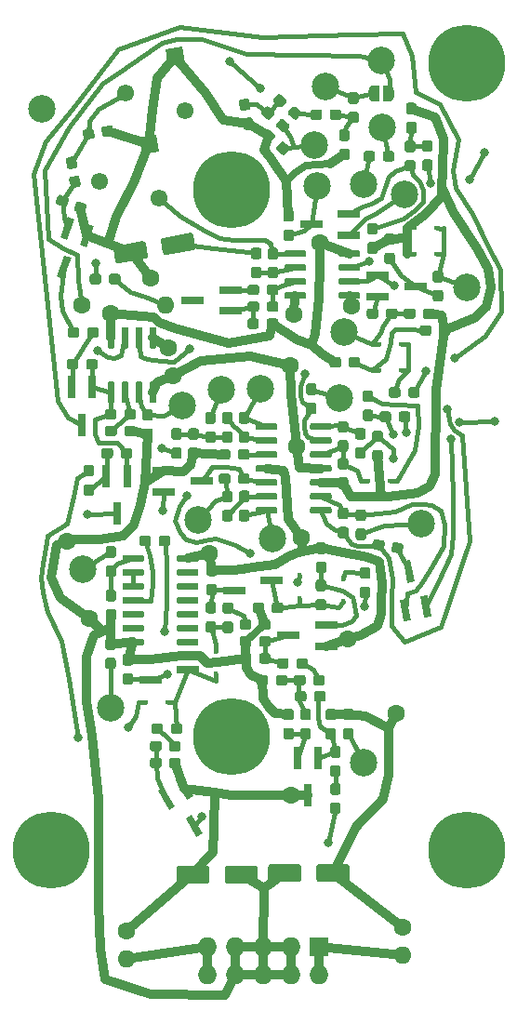
<source format=gbr>
G04 #@! TF.GenerationSoftware,KiCad,Pcbnew,(5.1.2-1)-1*
G04 #@! TF.CreationDate,2022-08-10T15:30:43-04:00*
G04 #@! TF.ProjectId,BassDrum_TR909,42617373-4472-4756-9d5f-54523930392e,rev?*
G04 #@! TF.SameCoordinates,Original*
G04 #@! TF.FileFunction,Copper,L1,Top*
G04 #@! TF.FilePolarity,Positive*
%FSLAX46Y46*%
G04 Gerber Fmt 4.6, Leading zero omitted, Abs format (unit mm)*
G04 Created by KiCad (PCBNEW (5.1.2-1)-1) date 2022-08-10 15:30:43*
%MOMM*%
%LPD*%
G04 APERTURE LIST*
%ADD10C,0.500000*%
%ADD11C,0.100000*%
%ADD12C,2.499360*%
%ADD13C,0.950000*%
%ADD14C,7.000000*%
%ADD15R,0.600000X0.450000*%
%ADD16R,0.450000X0.600000*%
%ADD17O,1.600000X1.600000*%
%ADD18C,1.600000*%
%ADD19O,1.727200X1.727200*%
%ADD20R,1.727200X1.727200*%
%ADD21C,0.600000*%
%ADD22C,1.550000*%
%ADD23R,2.000000X0.650000*%
%ADD24C,0.650000*%
%ADD25R,0.650000X2.000000*%
%ADD26C,0.800000*%
%ADD27C,0.406400*%
%ADD28C,0.812800*%
%ADD29C,0.660400*%
G04 APERTURE END LIST*
D10*
X47510000Y-19780000D03*
D11*
G36*
X47510000Y-19030602D02*
G01*
X47534534Y-19030602D01*
X47583365Y-19035412D01*
X47631490Y-19044984D01*
X47678445Y-19059228D01*
X47723778Y-19078005D01*
X47767051Y-19101136D01*
X47807850Y-19128396D01*
X47845779Y-19159524D01*
X47880476Y-19194221D01*
X47911604Y-19232150D01*
X47938864Y-19272949D01*
X47961995Y-19316222D01*
X47980772Y-19361555D01*
X47995016Y-19408510D01*
X48004588Y-19456635D01*
X48009398Y-19505466D01*
X48009398Y-19530000D01*
X48010000Y-19530000D01*
X48010000Y-20030000D01*
X48009398Y-20030000D01*
X48009398Y-20054534D01*
X48004588Y-20103365D01*
X47995016Y-20151490D01*
X47980772Y-20198445D01*
X47961995Y-20243778D01*
X47938864Y-20287051D01*
X47911604Y-20327850D01*
X47880476Y-20365779D01*
X47845779Y-20400476D01*
X47807850Y-20431604D01*
X47767051Y-20458864D01*
X47723778Y-20481995D01*
X47678445Y-20500772D01*
X47631490Y-20515016D01*
X47583365Y-20524588D01*
X47534534Y-20529398D01*
X47510000Y-20529398D01*
X47510000Y-20530000D01*
X47010000Y-20530000D01*
X47010000Y-19030000D01*
X47510000Y-19030000D01*
X47510000Y-19030602D01*
X47510000Y-19030602D01*
G37*
D10*
X46210000Y-19780000D03*
D11*
G36*
X46710000Y-20530000D02*
G01*
X46210000Y-20530000D01*
X46210000Y-20529398D01*
X46185466Y-20529398D01*
X46136635Y-20524588D01*
X46088510Y-20515016D01*
X46041555Y-20500772D01*
X45996222Y-20481995D01*
X45952949Y-20458864D01*
X45912150Y-20431604D01*
X45874221Y-20400476D01*
X45839524Y-20365779D01*
X45808396Y-20327850D01*
X45781136Y-20287051D01*
X45758005Y-20243778D01*
X45739228Y-20198445D01*
X45724984Y-20151490D01*
X45715412Y-20103365D01*
X45710602Y-20054534D01*
X45710602Y-20030000D01*
X45710000Y-20030000D01*
X45710000Y-19530000D01*
X45710602Y-19530000D01*
X45710602Y-19505466D01*
X45715412Y-19456635D01*
X45724984Y-19408510D01*
X45739228Y-19361555D01*
X45758005Y-19316222D01*
X45781136Y-19272949D01*
X45808396Y-19232150D01*
X45839524Y-19194221D01*
X45874221Y-19159524D01*
X45912150Y-19128396D01*
X45952949Y-19101136D01*
X45996222Y-19078005D01*
X46041555Y-19059228D01*
X46088510Y-19044984D01*
X46136635Y-19035412D01*
X46185466Y-19030602D01*
X46210000Y-19030602D01*
X46210000Y-19030000D01*
X46710000Y-19030000D01*
X46710000Y-20530000D01*
X46710000Y-20530000D01*
G37*
D12*
X46880000Y-16740000D03*
X41800000Y-19140000D03*
D11*
G36*
X47825779Y-25026144D02*
G01*
X47848834Y-25029563D01*
X47871443Y-25035227D01*
X47893387Y-25043079D01*
X47914457Y-25053044D01*
X47934448Y-25065026D01*
X47953168Y-25078910D01*
X47970438Y-25094562D01*
X47986090Y-25111832D01*
X47999974Y-25130552D01*
X48011956Y-25150543D01*
X48021921Y-25171613D01*
X48029773Y-25193557D01*
X48035437Y-25216166D01*
X48038856Y-25239221D01*
X48040000Y-25262500D01*
X48040000Y-25737500D01*
X48038856Y-25760779D01*
X48035437Y-25783834D01*
X48029773Y-25806443D01*
X48021921Y-25828387D01*
X48011956Y-25849457D01*
X47999974Y-25869448D01*
X47986090Y-25888168D01*
X47970438Y-25905438D01*
X47953168Y-25921090D01*
X47934448Y-25934974D01*
X47914457Y-25946956D01*
X47893387Y-25956921D01*
X47871443Y-25964773D01*
X47848834Y-25970437D01*
X47825779Y-25973856D01*
X47802500Y-25975000D01*
X47227500Y-25975000D01*
X47204221Y-25973856D01*
X47181166Y-25970437D01*
X47158557Y-25964773D01*
X47136613Y-25956921D01*
X47115543Y-25946956D01*
X47095552Y-25934974D01*
X47076832Y-25921090D01*
X47059562Y-25905438D01*
X47043910Y-25888168D01*
X47030026Y-25869448D01*
X47018044Y-25849457D01*
X47008079Y-25828387D01*
X47000227Y-25806443D01*
X46994563Y-25783834D01*
X46991144Y-25760779D01*
X46990000Y-25737500D01*
X46990000Y-25262500D01*
X46991144Y-25239221D01*
X46994563Y-25216166D01*
X47000227Y-25193557D01*
X47008079Y-25171613D01*
X47018044Y-25150543D01*
X47030026Y-25130552D01*
X47043910Y-25111832D01*
X47059562Y-25094562D01*
X47076832Y-25078910D01*
X47095552Y-25065026D01*
X47115543Y-25053044D01*
X47136613Y-25043079D01*
X47158557Y-25035227D01*
X47181166Y-25029563D01*
X47204221Y-25026144D01*
X47227500Y-25025000D01*
X47802500Y-25025000D01*
X47825779Y-25026144D01*
X47825779Y-25026144D01*
G37*
D13*
X47515000Y-25500000D03*
D11*
G36*
X46075779Y-25026144D02*
G01*
X46098834Y-25029563D01*
X46121443Y-25035227D01*
X46143387Y-25043079D01*
X46164457Y-25053044D01*
X46184448Y-25065026D01*
X46203168Y-25078910D01*
X46220438Y-25094562D01*
X46236090Y-25111832D01*
X46249974Y-25130552D01*
X46261956Y-25150543D01*
X46271921Y-25171613D01*
X46279773Y-25193557D01*
X46285437Y-25216166D01*
X46288856Y-25239221D01*
X46290000Y-25262500D01*
X46290000Y-25737500D01*
X46288856Y-25760779D01*
X46285437Y-25783834D01*
X46279773Y-25806443D01*
X46271921Y-25828387D01*
X46261956Y-25849457D01*
X46249974Y-25869448D01*
X46236090Y-25888168D01*
X46220438Y-25905438D01*
X46203168Y-25921090D01*
X46184448Y-25934974D01*
X46164457Y-25946956D01*
X46143387Y-25956921D01*
X46121443Y-25964773D01*
X46098834Y-25970437D01*
X46075779Y-25973856D01*
X46052500Y-25975000D01*
X45477500Y-25975000D01*
X45454221Y-25973856D01*
X45431166Y-25970437D01*
X45408557Y-25964773D01*
X45386613Y-25956921D01*
X45365543Y-25946956D01*
X45345552Y-25934974D01*
X45326832Y-25921090D01*
X45309562Y-25905438D01*
X45293910Y-25888168D01*
X45280026Y-25869448D01*
X45268044Y-25849457D01*
X45258079Y-25828387D01*
X45250227Y-25806443D01*
X45244563Y-25783834D01*
X45241144Y-25760779D01*
X45240000Y-25737500D01*
X45240000Y-25262500D01*
X45241144Y-25239221D01*
X45244563Y-25216166D01*
X45250227Y-25193557D01*
X45258079Y-25171613D01*
X45268044Y-25150543D01*
X45280026Y-25130552D01*
X45293910Y-25111832D01*
X45309562Y-25094562D01*
X45326832Y-25078910D01*
X45345552Y-25065026D01*
X45365543Y-25053044D01*
X45386613Y-25043079D01*
X45408557Y-25035227D01*
X45431166Y-25029563D01*
X45454221Y-25026144D01*
X45477500Y-25025000D01*
X46052500Y-25025000D01*
X46075779Y-25026144D01*
X46075779Y-25026144D01*
G37*
D13*
X45765000Y-25500000D03*
D14*
X54610000Y-17018000D03*
D15*
X47660000Y-55020000D03*
X45560000Y-55020000D03*
X51920000Y-34420000D03*
X49820000Y-34420000D03*
X49820000Y-31990000D03*
X51920000Y-31990000D03*
X48690000Y-42580000D03*
X46590000Y-42580000D03*
X48720000Y-44950000D03*
X46620000Y-44950000D03*
D16*
X39390000Y-65790000D03*
X39390000Y-63690000D03*
X43370000Y-66030000D03*
X43370000Y-63930000D03*
X31780000Y-70530000D03*
X31780000Y-72630000D03*
D15*
X25350000Y-75240000D03*
X27450000Y-75240000D03*
D14*
X16764000Y-88646000D03*
X54610000Y-88646000D03*
D17*
X48820088Y-98269528D03*
D18*
X48820088Y-95729528D03*
D17*
X23650086Y-98539531D03*
D18*
X23650086Y-95999531D03*
D19*
X31030088Y-100019529D03*
X31030088Y-97479529D03*
X33570088Y-100019529D03*
X33570088Y-97479529D03*
X36110088Y-100019529D03*
X36110088Y-97479529D03*
X38650088Y-100019529D03*
X38650088Y-97479529D03*
X41190088Y-100019529D03*
D20*
X41190088Y-97479529D03*
D14*
X33258000Y-78306000D03*
X33258000Y-28522000D03*
D11*
G36*
X44804703Y-34075722D02*
G01*
X44819264Y-34077882D01*
X44833543Y-34081459D01*
X44847403Y-34086418D01*
X44860710Y-34092712D01*
X44873336Y-34100280D01*
X44885159Y-34109048D01*
X44896066Y-34118934D01*
X44905952Y-34129841D01*
X44914720Y-34141664D01*
X44922288Y-34154290D01*
X44928582Y-34167597D01*
X44933541Y-34181457D01*
X44937118Y-34195736D01*
X44939278Y-34210297D01*
X44940000Y-34225000D01*
X44940000Y-34525000D01*
X44939278Y-34539703D01*
X44937118Y-34554264D01*
X44933541Y-34568543D01*
X44928582Y-34582403D01*
X44922288Y-34595710D01*
X44914720Y-34608336D01*
X44905952Y-34620159D01*
X44896066Y-34631066D01*
X44885159Y-34640952D01*
X44873336Y-34649720D01*
X44860710Y-34657288D01*
X44847403Y-34663582D01*
X44833543Y-34668541D01*
X44819264Y-34672118D01*
X44804703Y-34674278D01*
X44790000Y-34675000D01*
X43140000Y-34675000D01*
X43125297Y-34674278D01*
X43110736Y-34672118D01*
X43096457Y-34668541D01*
X43082597Y-34663582D01*
X43069290Y-34657288D01*
X43056664Y-34649720D01*
X43044841Y-34640952D01*
X43033934Y-34631066D01*
X43024048Y-34620159D01*
X43015280Y-34608336D01*
X43007712Y-34595710D01*
X43001418Y-34582403D01*
X42996459Y-34568543D01*
X42992882Y-34554264D01*
X42990722Y-34539703D01*
X42990000Y-34525000D01*
X42990000Y-34225000D01*
X42990722Y-34210297D01*
X42992882Y-34195736D01*
X42996459Y-34181457D01*
X43001418Y-34167597D01*
X43007712Y-34154290D01*
X43015280Y-34141664D01*
X43024048Y-34129841D01*
X43033934Y-34118934D01*
X43044841Y-34109048D01*
X43056664Y-34100280D01*
X43069290Y-34092712D01*
X43082597Y-34086418D01*
X43096457Y-34081459D01*
X43110736Y-34077882D01*
X43125297Y-34075722D01*
X43140000Y-34075000D01*
X44790000Y-34075000D01*
X44804703Y-34075722D01*
X44804703Y-34075722D01*
G37*
D21*
X43965000Y-34375000D03*
D11*
G36*
X44804703Y-35345722D02*
G01*
X44819264Y-35347882D01*
X44833543Y-35351459D01*
X44847403Y-35356418D01*
X44860710Y-35362712D01*
X44873336Y-35370280D01*
X44885159Y-35379048D01*
X44896066Y-35388934D01*
X44905952Y-35399841D01*
X44914720Y-35411664D01*
X44922288Y-35424290D01*
X44928582Y-35437597D01*
X44933541Y-35451457D01*
X44937118Y-35465736D01*
X44939278Y-35480297D01*
X44940000Y-35495000D01*
X44940000Y-35795000D01*
X44939278Y-35809703D01*
X44937118Y-35824264D01*
X44933541Y-35838543D01*
X44928582Y-35852403D01*
X44922288Y-35865710D01*
X44914720Y-35878336D01*
X44905952Y-35890159D01*
X44896066Y-35901066D01*
X44885159Y-35910952D01*
X44873336Y-35919720D01*
X44860710Y-35927288D01*
X44847403Y-35933582D01*
X44833543Y-35938541D01*
X44819264Y-35942118D01*
X44804703Y-35944278D01*
X44790000Y-35945000D01*
X43140000Y-35945000D01*
X43125297Y-35944278D01*
X43110736Y-35942118D01*
X43096457Y-35938541D01*
X43082597Y-35933582D01*
X43069290Y-35927288D01*
X43056664Y-35919720D01*
X43044841Y-35910952D01*
X43033934Y-35901066D01*
X43024048Y-35890159D01*
X43015280Y-35878336D01*
X43007712Y-35865710D01*
X43001418Y-35852403D01*
X42996459Y-35838543D01*
X42992882Y-35824264D01*
X42990722Y-35809703D01*
X42990000Y-35795000D01*
X42990000Y-35495000D01*
X42990722Y-35480297D01*
X42992882Y-35465736D01*
X42996459Y-35451457D01*
X43001418Y-35437597D01*
X43007712Y-35424290D01*
X43015280Y-35411664D01*
X43024048Y-35399841D01*
X43033934Y-35388934D01*
X43044841Y-35379048D01*
X43056664Y-35370280D01*
X43069290Y-35362712D01*
X43082597Y-35356418D01*
X43096457Y-35351459D01*
X43110736Y-35347882D01*
X43125297Y-35345722D01*
X43140000Y-35345000D01*
X44790000Y-35345000D01*
X44804703Y-35345722D01*
X44804703Y-35345722D01*
G37*
D21*
X43965000Y-35645000D03*
D11*
G36*
X44804703Y-36615722D02*
G01*
X44819264Y-36617882D01*
X44833543Y-36621459D01*
X44847403Y-36626418D01*
X44860710Y-36632712D01*
X44873336Y-36640280D01*
X44885159Y-36649048D01*
X44896066Y-36658934D01*
X44905952Y-36669841D01*
X44914720Y-36681664D01*
X44922288Y-36694290D01*
X44928582Y-36707597D01*
X44933541Y-36721457D01*
X44937118Y-36735736D01*
X44939278Y-36750297D01*
X44940000Y-36765000D01*
X44940000Y-37065000D01*
X44939278Y-37079703D01*
X44937118Y-37094264D01*
X44933541Y-37108543D01*
X44928582Y-37122403D01*
X44922288Y-37135710D01*
X44914720Y-37148336D01*
X44905952Y-37160159D01*
X44896066Y-37171066D01*
X44885159Y-37180952D01*
X44873336Y-37189720D01*
X44860710Y-37197288D01*
X44847403Y-37203582D01*
X44833543Y-37208541D01*
X44819264Y-37212118D01*
X44804703Y-37214278D01*
X44790000Y-37215000D01*
X43140000Y-37215000D01*
X43125297Y-37214278D01*
X43110736Y-37212118D01*
X43096457Y-37208541D01*
X43082597Y-37203582D01*
X43069290Y-37197288D01*
X43056664Y-37189720D01*
X43044841Y-37180952D01*
X43033934Y-37171066D01*
X43024048Y-37160159D01*
X43015280Y-37148336D01*
X43007712Y-37135710D01*
X43001418Y-37122403D01*
X42996459Y-37108543D01*
X42992882Y-37094264D01*
X42990722Y-37079703D01*
X42990000Y-37065000D01*
X42990000Y-36765000D01*
X42990722Y-36750297D01*
X42992882Y-36735736D01*
X42996459Y-36721457D01*
X43001418Y-36707597D01*
X43007712Y-36694290D01*
X43015280Y-36681664D01*
X43024048Y-36669841D01*
X43033934Y-36658934D01*
X43044841Y-36649048D01*
X43056664Y-36640280D01*
X43069290Y-36632712D01*
X43082597Y-36626418D01*
X43096457Y-36621459D01*
X43110736Y-36617882D01*
X43125297Y-36615722D01*
X43140000Y-36615000D01*
X44790000Y-36615000D01*
X44804703Y-36615722D01*
X44804703Y-36615722D01*
G37*
D21*
X43965000Y-36915000D03*
D11*
G36*
X44804703Y-37885722D02*
G01*
X44819264Y-37887882D01*
X44833543Y-37891459D01*
X44847403Y-37896418D01*
X44860710Y-37902712D01*
X44873336Y-37910280D01*
X44885159Y-37919048D01*
X44896066Y-37928934D01*
X44905952Y-37939841D01*
X44914720Y-37951664D01*
X44922288Y-37964290D01*
X44928582Y-37977597D01*
X44933541Y-37991457D01*
X44937118Y-38005736D01*
X44939278Y-38020297D01*
X44940000Y-38035000D01*
X44940000Y-38335000D01*
X44939278Y-38349703D01*
X44937118Y-38364264D01*
X44933541Y-38378543D01*
X44928582Y-38392403D01*
X44922288Y-38405710D01*
X44914720Y-38418336D01*
X44905952Y-38430159D01*
X44896066Y-38441066D01*
X44885159Y-38450952D01*
X44873336Y-38459720D01*
X44860710Y-38467288D01*
X44847403Y-38473582D01*
X44833543Y-38478541D01*
X44819264Y-38482118D01*
X44804703Y-38484278D01*
X44790000Y-38485000D01*
X43140000Y-38485000D01*
X43125297Y-38484278D01*
X43110736Y-38482118D01*
X43096457Y-38478541D01*
X43082597Y-38473582D01*
X43069290Y-38467288D01*
X43056664Y-38459720D01*
X43044841Y-38450952D01*
X43033934Y-38441066D01*
X43024048Y-38430159D01*
X43015280Y-38418336D01*
X43007712Y-38405710D01*
X43001418Y-38392403D01*
X42996459Y-38378543D01*
X42992882Y-38364264D01*
X42990722Y-38349703D01*
X42990000Y-38335000D01*
X42990000Y-38035000D01*
X42990722Y-38020297D01*
X42992882Y-38005736D01*
X42996459Y-37991457D01*
X43001418Y-37977597D01*
X43007712Y-37964290D01*
X43015280Y-37951664D01*
X43024048Y-37939841D01*
X43033934Y-37928934D01*
X43044841Y-37919048D01*
X43056664Y-37910280D01*
X43069290Y-37902712D01*
X43082597Y-37896418D01*
X43096457Y-37891459D01*
X43110736Y-37887882D01*
X43125297Y-37885722D01*
X43140000Y-37885000D01*
X44790000Y-37885000D01*
X44804703Y-37885722D01*
X44804703Y-37885722D01*
G37*
D21*
X43965000Y-38185000D03*
D11*
G36*
X39854703Y-37885722D02*
G01*
X39869264Y-37887882D01*
X39883543Y-37891459D01*
X39897403Y-37896418D01*
X39910710Y-37902712D01*
X39923336Y-37910280D01*
X39935159Y-37919048D01*
X39946066Y-37928934D01*
X39955952Y-37939841D01*
X39964720Y-37951664D01*
X39972288Y-37964290D01*
X39978582Y-37977597D01*
X39983541Y-37991457D01*
X39987118Y-38005736D01*
X39989278Y-38020297D01*
X39990000Y-38035000D01*
X39990000Y-38335000D01*
X39989278Y-38349703D01*
X39987118Y-38364264D01*
X39983541Y-38378543D01*
X39978582Y-38392403D01*
X39972288Y-38405710D01*
X39964720Y-38418336D01*
X39955952Y-38430159D01*
X39946066Y-38441066D01*
X39935159Y-38450952D01*
X39923336Y-38459720D01*
X39910710Y-38467288D01*
X39897403Y-38473582D01*
X39883543Y-38478541D01*
X39869264Y-38482118D01*
X39854703Y-38484278D01*
X39840000Y-38485000D01*
X38190000Y-38485000D01*
X38175297Y-38484278D01*
X38160736Y-38482118D01*
X38146457Y-38478541D01*
X38132597Y-38473582D01*
X38119290Y-38467288D01*
X38106664Y-38459720D01*
X38094841Y-38450952D01*
X38083934Y-38441066D01*
X38074048Y-38430159D01*
X38065280Y-38418336D01*
X38057712Y-38405710D01*
X38051418Y-38392403D01*
X38046459Y-38378543D01*
X38042882Y-38364264D01*
X38040722Y-38349703D01*
X38040000Y-38335000D01*
X38040000Y-38035000D01*
X38040722Y-38020297D01*
X38042882Y-38005736D01*
X38046459Y-37991457D01*
X38051418Y-37977597D01*
X38057712Y-37964290D01*
X38065280Y-37951664D01*
X38074048Y-37939841D01*
X38083934Y-37928934D01*
X38094841Y-37919048D01*
X38106664Y-37910280D01*
X38119290Y-37902712D01*
X38132597Y-37896418D01*
X38146457Y-37891459D01*
X38160736Y-37887882D01*
X38175297Y-37885722D01*
X38190000Y-37885000D01*
X39840000Y-37885000D01*
X39854703Y-37885722D01*
X39854703Y-37885722D01*
G37*
D21*
X39015000Y-38185000D03*
D11*
G36*
X39854703Y-36615722D02*
G01*
X39869264Y-36617882D01*
X39883543Y-36621459D01*
X39897403Y-36626418D01*
X39910710Y-36632712D01*
X39923336Y-36640280D01*
X39935159Y-36649048D01*
X39946066Y-36658934D01*
X39955952Y-36669841D01*
X39964720Y-36681664D01*
X39972288Y-36694290D01*
X39978582Y-36707597D01*
X39983541Y-36721457D01*
X39987118Y-36735736D01*
X39989278Y-36750297D01*
X39990000Y-36765000D01*
X39990000Y-37065000D01*
X39989278Y-37079703D01*
X39987118Y-37094264D01*
X39983541Y-37108543D01*
X39978582Y-37122403D01*
X39972288Y-37135710D01*
X39964720Y-37148336D01*
X39955952Y-37160159D01*
X39946066Y-37171066D01*
X39935159Y-37180952D01*
X39923336Y-37189720D01*
X39910710Y-37197288D01*
X39897403Y-37203582D01*
X39883543Y-37208541D01*
X39869264Y-37212118D01*
X39854703Y-37214278D01*
X39840000Y-37215000D01*
X38190000Y-37215000D01*
X38175297Y-37214278D01*
X38160736Y-37212118D01*
X38146457Y-37208541D01*
X38132597Y-37203582D01*
X38119290Y-37197288D01*
X38106664Y-37189720D01*
X38094841Y-37180952D01*
X38083934Y-37171066D01*
X38074048Y-37160159D01*
X38065280Y-37148336D01*
X38057712Y-37135710D01*
X38051418Y-37122403D01*
X38046459Y-37108543D01*
X38042882Y-37094264D01*
X38040722Y-37079703D01*
X38040000Y-37065000D01*
X38040000Y-36765000D01*
X38040722Y-36750297D01*
X38042882Y-36735736D01*
X38046459Y-36721457D01*
X38051418Y-36707597D01*
X38057712Y-36694290D01*
X38065280Y-36681664D01*
X38074048Y-36669841D01*
X38083934Y-36658934D01*
X38094841Y-36649048D01*
X38106664Y-36640280D01*
X38119290Y-36632712D01*
X38132597Y-36626418D01*
X38146457Y-36621459D01*
X38160736Y-36617882D01*
X38175297Y-36615722D01*
X38190000Y-36615000D01*
X39840000Y-36615000D01*
X39854703Y-36615722D01*
X39854703Y-36615722D01*
G37*
D21*
X39015000Y-36915000D03*
D11*
G36*
X39854703Y-35345722D02*
G01*
X39869264Y-35347882D01*
X39883543Y-35351459D01*
X39897403Y-35356418D01*
X39910710Y-35362712D01*
X39923336Y-35370280D01*
X39935159Y-35379048D01*
X39946066Y-35388934D01*
X39955952Y-35399841D01*
X39964720Y-35411664D01*
X39972288Y-35424290D01*
X39978582Y-35437597D01*
X39983541Y-35451457D01*
X39987118Y-35465736D01*
X39989278Y-35480297D01*
X39990000Y-35495000D01*
X39990000Y-35795000D01*
X39989278Y-35809703D01*
X39987118Y-35824264D01*
X39983541Y-35838543D01*
X39978582Y-35852403D01*
X39972288Y-35865710D01*
X39964720Y-35878336D01*
X39955952Y-35890159D01*
X39946066Y-35901066D01*
X39935159Y-35910952D01*
X39923336Y-35919720D01*
X39910710Y-35927288D01*
X39897403Y-35933582D01*
X39883543Y-35938541D01*
X39869264Y-35942118D01*
X39854703Y-35944278D01*
X39840000Y-35945000D01*
X38190000Y-35945000D01*
X38175297Y-35944278D01*
X38160736Y-35942118D01*
X38146457Y-35938541D01*
X38132597Y-35933582D01*
X38119290Y-35927288D01*
X38106664Y-35919720D01*
X38094841Y-35910952D01*
X38083934Y-35901066D01*
X38074048Y-35890159D01*
X38065280Y-35878336D01*
X38057712Y-35865710D01*
X38051418Y-35852403D01*
X38046459Y-35838543D01*
X38042882Y-35824264D01*
X38040722Y-35809703D01*
X38040000Y-35795000D01*
X38040000Y-35495000D01*
X38040722Y-35480297D01*
X38042882Y-35465736D01*
X38046459Y-35451457D01*
X38051418Y-35437597D01*
X38057712Y-35424290D01*
X38065280Y-35411664D01*
X38074048Y-35399841D01*
X38083934Y-35388934D01*
X38094841Y-35379048D01*
X38106664Y-35370280D01*
X38119290Y-35362712D01*
X38132597Y-35356418D01*
X38146457Y-35351459D01*
X38160736Y-35347882D01*
X38175297Y-35345722D01*
X38190000Y-35345000D01*
X39840000Y-35345000D01*
X39854703Y-35345722D01*
X39854703Y-35345722D01*
G37*
D21*
X39015000Y-35645000D03*
D11*
G36*
X39854703Y-34075722D02*
G01*
X39869264Y-34077882D01*
X39883543Y-34081459D01*
X39897403Y-34086418D01*
X39910710Y-34092712D01*
X39923336Y-34100280D01*
X39935159Y-34109048D01*
X39946066Y-34118934D01*
X39955952Y-34129841D01*
X39964720Y-34141664D01*
X39972288Y-34154290D01*
X39978582Y-34167597D01*
X39983541Y-34181457D01*
X39987118Y-34195736D01*
X39989278Y-34210297D01*
X39990000Y-34225000D01*
X39990000Y-34525000D01*
X39989278Y-34539703D01*
X39987118Y-34554264D01*
X39983541Y-34568543D01*
X39978582Y-34582403D01*
X39972288Y-34595710D01*
X39964720Y-34608336D01*
X39955952Y-34620159D01*
X39946066Y-34631066D01*
X39935159Y-34640952D01*
X39923336Y-34649720D01*
X39910710Y-34657288D01*
X39897403Y-34663582D01*
X39883543Y-34668541D01*
X39869264Y-34672118D01*
X39854703Y-34674278D01*
X39840000Y-34675000D01*
X38190000Y-34675000D01*
X38175297Y-34674278D01*
X38160736Y-34672118D01*
X38146457Y-34668541D01*
X38132597Y-34663582D01*
X38119290Y-34657288D01*
X38106664Y-34649720D01*
X38094841Y-34640952D01*
X38083934Y-34631066D01*
X38074048Y-34620159D01*
X38065280Y-34608336D01*
X38057712Y-34595710D01*
X38051418Y-34582403D01*
X38046459Y-34568543D01*
X38042882Y-34554264D01*
X38040722Y-34539703D01*
X38040000Y-34525000D01*
X38040000Y-34225000D01*
X38040722Y-34210297D01*
X38042882Y-34195736D01*
X38046459Y-34181457D01*
X38051418Y-34167597D01*
X38057712Y-34154290D01*
X38065280Y-34141664D01*
X38074048Y-34129841D01*
X38083934Y-34118934D01*
X38094841Y-34109048D01*
X38106664Y-34100280D01*
X38119290Y-34092712D01*
X38132597Y-34086418D01*
X38146457Y-34081459D01*
X38160736Y-34077882D01*
X38175297Y-34075722D01*
X38190000Y-34075000D01*
X39840000Y-34075000D01*
X39854703Y-34075722D01*
X39854703Y-34075722D01*
G37*
D21*
X39015000Y-34375000D03*
D11*
G36*
X30064703Y-61810722D02*
G01*
X30079264Y-61812882D01*
X30093543Y-61816459D01*
X30107403Y-61821418D01*
X30120710Y-61827712D01*
X30133336Y-61835280D01*
X30145159Y-61844048D01*
X30156066Y-61853934D01*
X30165952Y-61864841D01*
X30174720Y-61876664D01*
X30182288Y-61889290D01*
X30188582Y-61902597D01*
X30193541Y-61916457D01*
X30197118Y-61930736D01*
X30199278Y-61945297D01*
X30200000Y-61960000D01*
X30200000Y-62260000D01*
X30199278Y-62274703D01*
X30197118Y-62289264D01*
X30193541Y-62303543D01*
X30188582Y-62317403D01*
X30182288Y-62330710D01*
X30174720Y-62343336D01*
X30165952Y-62355159D01*
X30156066Y-62366066D01*
X30145159Y-62375952D01*
X30133336Y-62384720D01*
X30120710Y-62392288D01*
X30107403Y-62398582D01*
X30093543Y-62403541D01*
X30079264Y-62407118D01*
X30064703Y-62409278D01*
X30050000Y-62410000D01*
X28400000Y-62410000D01*
X28385297Y-62409278D01*
X28370736Y-62407118D01*
X28356457Y-62403541D01*
X28342597Y-62398582D01*
X28329290Y-62392288D01*
X28316664Y-62384720D01*
X28304841Y-62375952D01*
X28293934Y-62366066D01*
X28284048Y-62355159D01*
X28275280Y-62343336D01*
X28267712Y-62330710D01*
X28261418Y-62317403D01*
X28256459Y-62303543D01*
X28252882Y-62289264D01*
X28250722Y-62274703D01*
X28250000Y-62260000D01*
X28250000Y-61960000D01*
X28250722Y-61945297D01*
X28252882Y-61930736D01*
X28256459Y-61916457D01*
X28261418Y-61902597D01*
X28267712Y-61889290D01*
X28275280Y-61876664D01*
X28284048Y-61864841D01*
X28293934Y-61853934D01*
X28304841Y-61844048D01*
X28316664Y-61835280D01*
X28329290Y-61827712D01*
X28342597Y-61821418D01*
X28356457Y-61816459D01*
X28370736Y-61812882D01*
X28385297Y-61810722D01*
X28400000Y-61810000D01*
X30050000Y-61810000D01*
X30064703Y-61810722D01*
X30064703Y-61810722D01*
G37*
D21*
X29225000Y-62110000D03*
D11*
G36*
X30064703Y-63080722D02*
G01*
X30079264Y-63082882D01*
X30093543Y-63086459D01*
X30107403Y-63091418D01*
X30120710Y-63097712D01*
X30133336Y-63105280D01*
X30145159Y-63114048D01*
X30156066Y-63123934D01*
X30165952Y-63134841D01*
X30174720Y-63146664D01*
X30182288Y-63159290D01*
X30188582Y-63172597D01*
X30193541Y-63186457D01*
X30197118Y-63200736D01*
X30199278Y-63215297D01*
X30200000Y-63230000D01*
X30200000Y-63530000D01*
X30199278Y-63544703D01*
X30197118Y-63559264D01*
X30193541Y-63573543D01*
X30188582Y-63587403D01*
X30182288Y-63600710D01*
X30174720Y-63613336D01*
X30165952Y-63625159D01*
X30156066Y-63636066D01*
X30145159Y-63645952D01*
X30133336Y-63654720D01*
X30120710Y-63662288D01*
X30107403Y-63668582D01*
X30093543Y-63673541D01*
X30079264Y-63677118D01*
X30064703Y-63679278D01*
X30050000Y-63680000D01*
X28400000Y-63680000D01*
X28385297Y-63679278D01*
X28370736Y-63677118D01*
X28356457Y-63673541D01*
X28342597Y-63668582D01*
X28329290Y-63662288D01*
X28316664Y-63654720D01*
X28304841Y-63645952D01*
X28293934Y-63636066D01*
X28284048Y-63625159D01*
X28275280Y-63613336D01*
X28267712Y-63600710D01*
X28261418Y-63587403D01*
X28256459Y-63573543D01*
X28252882Y-63559264D01*
X28250722Y-63544703D01*
X28250000Y-63530000D01*
X28250000Y-63230000D01*
X28250722Y-63215297D01*
X28252882Y-63200736D01*
X28256459Y-63186457D01*
X28261418Y-63172597D01*
X28267712Y-63159290D01*
X28275280Y-63146664D01*
X28284048Y-63134841D01*
X28293934Y-63123934D01*
X28304841Y-63114048D01*
X28316664Y-63105280D01*
X28329290Y-63097712D01*
X28342597Y-63091418D01*
X28356457Y-63086459D01*
X28370736Y-63082882D01*
X28385297Y-63080722D01*
X28400000Y-63080000D01*
X30050000Y-63080000D01*
X30064703Y-63080722D01*
X30064703Y-63080722D01*
G37*
D21*
X29225000Y-63380000D03*
D11*
G36*
X30064703Y-64350722D02*
G01*
X30079264Y-64352882D01*
X30093543Y-64356459D01*
X30107403Y-64361418D01*
X30120710Y-64367712D01*
X30133336Y-64375280D01*
X30145159Y-64384048D01*
X30156066Y-64393934D01*
X30165952Y-64404841D01*
X30174720Y-64416664D01*
X30182288Y-64429290D01*
X30188582Y-64442597D01*
X30193541Y-64456457D01*
X30197118Y-64470736D01*
X30199278Y-64485297D01*
X30200000Y-64500000D01*
X30200000Y-64800000D01*
X30199278Y-64814703D01*
X30197118Y-64829264D01*
X30193541Y-64843543D01*
X30188582Y-64857403D01*
X30182288Y-64870710D01*
X30174720Y-64883336D01*
X30165952Y-64895159D01*
X30156066Y-64906066D01*
X30145159Y-64915952D01*
X30133336Y-64924720D01*
X30120710Y-64932288D01*
X30107403Y-64938582D01*
X30093543Y-64943541D01*
X30079264Y-64947118D01*
X30064703Y-64949278D01*
X30050000Y-64950000D01*
X28400000Y-64950000D01*
X28385297Y-64949278D01*
X28370736Y-64947118D01*
X28356457Y-64943541D01*
X28342597Y-64938582D01*
X28329290Y-64932288D01*
X28316664Y-64924720D01*
X28304841Y-64915952D01*
X28293934Y-64906066D01*
X28284048Y-64895159D01*
X28275280Y-64883336D01*
X28267712Y-64870710D01*
X28261418Y-64857403D01*
X28256459Y-64843543D01*
X28252882Y-64829264D01*
X28250722Y-64814703D01*
X28250000Y-64800000D01*
X28250000Y-64500000D01*
X28250722Y-64485297D01*
X28252882Y-64470736D01*
X28256459Y-64456457D01*
X28261418Y-64442597D01*
X28267712Y-64429290D01*
X28275280Y-64416664D01*
X28284048Y-64404841D01*
X28293934Y-64393934D01*
X28304841Y-64384048D01*
X28316664Y-64375280D01*
X28329290Y-64367712D01*
X28342597Y-64361418D01*
X28356457Y-64356459D01*
X28370736Y-64352882D01*
X28385297Y-64350722D01*
X28400000Y-64350000D01*
X30050000Y-64350000D01*
X30064703Y-64350722D01*
X30064703Y-64350722D01*
G37*
D21*
X29225000Y-64650000D03*
D11*
G36*
X30064703Y-65620722D02*
G01*
X30079264Y-65622882D01*
X30093543Y-65626459D01*
X30107403Y-65631418D01*
X30120710Y-65637712D01*
X30133336Y-65645280D01*
X30145159Y-65654048D01*
X30156066Y-65663934D01*
X30165952Y-65674841D01*
X30174720Y-65686664D01*
X30182288Y-65699290D01*
X30188582Y-65712597D01*
X30193541Y-65726457D01*
X30197118Y-65740736D01*
X30199278Y-65755297D01*
X30200000Y-65770000D01*
X30200000Y-66070000D01*
X30199278Y-66084703D01*
X30197118Y-66099264D01*
X30193541Y-66113543D01*
X30188582Y-66127403D01*
X30182288Y-66140710D01*
X30174720Y-66153336D01*
X30165952Y-66165159D01*
X30156066Y-66176066D01*
X30145159Y-66185952D01*
X30133336Y-66194720D01*
X30120710Y-66202288D01*
X30107403Y-66208582D01*
X30093543Y-66213541D01*
X30079264Y-66217118D01*
X30064703Y-66219278D01*
X30050000Y-66220000D01*
X28400000Y-66220000D01*
X28385297Y-66219278D01*
X28370736Y-66217118D01*
X28356457Y-66213541D01*
X28342597Y-66208582D01*
X28329290Y-66202288D01*
X28316664Y-66194720D01*
X28304841Y-66185952D01*
X28293934Y-66176066D01*
X28284048Y-66165159D01*
X28275280Y-66153336D01*
X28267712Y-66140710D01*
X28261418Y-66127403D01*
X28256459Y-66113543D01*
X28252882Y-66099264D01*
X28250722Y-66084703D01*
X28250000Y-66070000D01*
X28250000Y-65770000D01*
X28250722Y-65755297D01*
X28252882Y-65740736D01*
X28256459Y-65726457D01*
X28261418Y-65712597D01*
X28267712Y-65699290D01*
X28275280Y-65686664D01*
X28284048Y-65674841D01*
X28293934Y-65663934D01*
X28304841Y-65654048D01*
X28316664Y-65645280D01*
X28329290Y-65637712D01*
X28342597Y-65631418D01*
X28356457Y-65626459D01*
X28370736Y-65622882D01*
X28385297Y-65620722D01*
X28400000Y-65620000D01*
X30050000Y-65620000D01*
X30064703Y-65620722D01*
X30064703Y-65620722D01*
G37*
D21*
X29225000Y-65920000D03*
D11*
G36*
X30064703Y-66890722D02*
G01*
X30079264Y-66892882D01*
X30093543Y-66896459D01*
X30107403Y-66901418D01*
X30120710Y-66907712D01*
X30133336Y-66915280D01*
X30145159Y-66924048D01*
X30156066Y-66933934D01*
X30165952Y-66944841D01*
X30174720Y-66956664D01*
X30182288Y-66969290D01*
X30188582Y-66982597D01*
X30193541Y-66996457D01*
X30197118Y-67010736D01*
X30199278Y-67025297D01*
X30200000Y-67040000D01*
X30200000Y-67340000D01*
X30199278Y-67354703D01*
X30197118Y-67369264D01*
X30193541Y-67383543D01*
X30188582Y-67397403D01*
X30182288Y-67410710D01*
X30174720Y-67423336D01*
X30165952Y-67435159D01*
X30156066Y-67446066D01*
X30145159Y-67455952D01*
X30133336Y-67464720D01*
X30120710Y-67472288D01*
X30107403Y-67478582D01*
X30093543Y-67483541D01*
X30079264Y-67487118D01*
X30064703Y-67489278D01*
X30050000Y-67490000D01*
X28400000Y-67490000D01*
X28385297Y-67489278D01*
X28370736Y-67487118D01*
X28356457Y-67483541D01*
X28342597Y-67478582D01*
X28329290Y-67472288D01*
X28316664Y-67464720D01*
X28304841Y-67455952D01*
X28293934Y-67446066D01*
X28284048Y-67435159D01*
X28275280Y-67423336D01*
X28267712Y-67410710D01*
X28261418Y-67397403D01*
X28256459Y-67383543D01*
X28252882Y-67369264D01*
X28250722Y-67354703D01*
X28250000Y-67340000D01*
X28250000Y-67040000D01*
X28250722Y-67025297D01*
X28252882Y-67010736D01*
X28256459Y-66996457D01*
X28261418Y-66982597D01*
X28267712Y-66969290D01*
X28275280Y-66956664D01*
X28284048Y-66944841D01*
X28293934Y-66933934D01*
X28304841Y-66924048D01*
X28316664Y-66915280D01*
X28329290Y-66907712D01*
X28342597Y-66901418D01*
X28356457Y-66896459D01*
X28370736Y-66892882D01*
X28385297Y-66890722D01*
X28400000Y-66890000D01*
X30050000Y-66890000D01*
X30064703Y-66890722D01*
X30064703Y-66890722D01*
G37*
D21*
X29225000Y-67190000D03*
D11*
G36*
X30064703Y-68160722D02*
G01*
X30079264Y-68162882D01*
X30093543Y-68166459D01*
X30107403Y-68171418D01*
X30120710Y-68177712D01*
X30133336Y-68185280D01*
X30145159Y-68194048D01*
X30156066Y-68203934D01*
X30165952Y-68214841D01*
X30174720Y-68226664D01*
X30182288Y-68239290D01*
X30188582Y-68252597D01*
X30193541Y-68266457D01*
X30197118Y-68280736D01*
X30199278Y-68295297D01*
X30200000Y-68310000D01*
X30200000Y-68610000D01*
X30199278Y-68624703D01*
X30197118Y-68639264D01*
X30193541Y-68653543D01*
X30188582Y-68667403D01*
X30182288Y-68680710D01*
X30174720Y-68693336D01*
X30165952Y-68705159D01*
X30156066Y-68716066D01*
X30145159Y-68725952D01*
X30133336Y-68734720D01*
X30120710Y-68742288D01*
X30107403Y-68748582D01*
X30093543Y-68753541D01*
X30079264Y-68757118D01*
X30064703Y-68759278D01*
X30050000Y-68760000D01*
X28400000Y-68760000D01*
X28385297Y-68759278D01*
X28370736Y-68757118D01*
X28356457Y-68753541D01*
X28342597Y-68748582D01*
X28329290Y-68742288D01*
X28316664Y-68734720D01*
X28304841Y-68725952D01*
X28293934Y-68716066D01*
X28284048Y-68705159D01*
X28275280Y-68693336D01*
X28267712Y-68680710D01*
X28261418Y-68667403D01*
X28256459Y-68653543D01*
X28252882Y-68639264D01*
X28250722Y-68624703D01*
X28250000Y-68610000D01*
X28250000Y-68310000D01*
X28250722Y-68295297D01*
X28252882Y-68280736D01*
X28256459Y-68266457D01*
X28261418Y-68252597D01*
X28267712Y-68239290D01*
X28275280Y-68226664D01*
X28284048Y-68214841D01*
X28293934Y-68203934D01*
X28304841Y-68194048D01*
X28316664Y-68185280D01*
X28329290Y-68177712D01*
X28342597Y-68171418D01*
X28356457Y-68166459D01*
X28370736Y-68162882D01*
X28385297Y-68160722D01*
X28400000Y-68160000D01*
X30050000Y-68160000D01*
X30064703Y-68160722D01*
X30064703Y-68160722D01*
G37*
D21*
X29225000Y-68460000D03*
D11*
G36*
X30064703Y-69430722D02*
G01*
X30079264Y-69432882D01*
X30093543Y-69436459D01*
X30107403Y-69441418D01*
X30120710Y-69447712D01*
X30133336Y-69455280D01*
X30145159Y-69464048D01*
X30156066Y-69473934D01*
X30165952Y-69484841D01*
X30174720Y-69496664D01*
X30182288Y-69509290D01*
X30188582Y-69522597D01*
X30193541Y-69536457D01*
X30197118Y-69550736D01*
X30199278Y-69565297D01*
X30200000Y-69580000D01*
X30200000Y-69880000D01*
X30199278Y-69894703D01*
X30197118Y-69909264D01*
X30193541Y-69923543D01*
X30188582Y-69937403D01*
X30182288Y-69950710D01*
X30174720Y-69963336D01*
X30165952Y-69975159D01*
X30156066Y-69986066D01*
X30145159Y-69995952D01*
X30133336Y-70004720D01*
X30120710Y-70012288D01*
X30107403Y-70018582D01*
X30093543Y-70023541D01*
X30079264Y-70027118D01*
X30064703Y-70029278D01*
X30050000Y-70030000D01*
X28400000Y-70030000D01*
X28385297Y-70029278D01*
X28370736Y-70027118D01*
X28356457Y-70023541D01*
X28342597Y-70018582D01*
X28329290Y-70012288D01*
X28316664Y-70004720D01*
X28304841Y-69995952D01*
X28293934Y-69986066D01*
X28284048Y-69975159D01*
X28275280Y-69963336D01*
X28267712Y-69950710D01*
X28261418Y-69937403D01*
X28256459Y-69923543D01*
X28252882Y-69909264D01*
X28250722Y-69894703D01*
X28250000Y-69880000D01*
X28250000Y-69580000D01*
X28250722Y-69565297D01*
X28252882Y-69550736D01*
X28256459Y-69536457D01*
X28261418Y-69522597D01*
X28267712Y-69509290D01*
X28275280Y-69496664D01*
X28284048Y-69484841D01*
X28293934Y-69473934D01*
X28304841Y-69464048D01*
X28316664Y-69455280D01*
X28329290Y-69447712D01*
X28342597Y-69441418D01*
X28356457Y-69436459D01*
X28370736Y-69432882D01*
X28385297Y-69430722D01*
X28400000Y-69430000D01*
X30050000Y-69430000D01*
X30064703Y-69430722D01*
X30064703Y-69430722D01*
G37*
D21*
X29225000Y-69730000D03*
D11*
G36*
X25114703Y-69430722D02*
G01*
X25129264Y-69432882D01*
X25143543Y-69436459D01*
X25157403Y-69441418D01*
X25170710Y-69447712D01*
X25183336Y-69455280D01*
X25195159Y-69464048D01*
X25206066Y-69473934D01*
X25215952Y-69484841D01*
X25224720Y-69496664D01*
X25232288Y-69509290D01*
X25238582Y-69522597D01*
X25243541Y-69536457D01*
X25247118Y-69550736D01*
X25249278Y-69565297D01*
X25250000Y-69580000D01*
X25250000Y-69880000D01*
X25249278Y-69894703D01*
X25247118Y-69909264D01*
X25243541Y-69923543D01*
X25238582Y-69937403D01*
X25232288Y-69950710D01*
X25224720Y-69963336D01*
X25215952Y-69975159D01*
X25206066Y-69986066D01*
X25195159Y-69995952D01*
X25183336Y-70004720D01*
X25170710Y-70012288D01*
X25157403Y-70018582D01*
X25143543Y-70023541D01*
X25129264Y-70027118D01*
X25114703Y-70029278D01*
X25100000Y-70030000D01*
X23450000Y-70030000D01*
X23435297Y-70029278D01*
X23420736Y-70027118D01*
X23406457Y-70023541D01*
X23392597Y-70018582D01*
X23379290Y-70012288D01*
X23366664Y-70004720D01*
X23354841Y-69995952D01*
X23343934Y-69986066D01*
X23334048Y-69975159D01*
X23325280Y-69963336D01*
X23317712Y-69950710D01*
X23311418Y-69937403D01*
X23306459Y-69923543D01*
X23302882Y-69909264D01*
X23300722Y-69894703D01*
X23300000Y-69880000D01*
X23300000Y-69580000D01*
X23300722Y-69565297D01*
X23302882Y-69550736D01*
X23306459Y-69536457D01*
X23311418Y-69522597D01*
X23317712Y-69509290D01*
X23325280Y-69496664D01*
X23334048Y-69484841D01*
X23343934Y-69473934D01*
X23354841Y-69464048D01*
X23366664Y-69455280D01*
X23379290Y-69447712D01*
X23392597Y-69441418D01*
X23406457Y-69436459D01*
X23420736Y-69432882D01*
X23435297Y-69430722D01*
X23450000Y-69430000D01*
X25100000Y-69430000D01*
X25114703Y-69430722D01*
X25114703Y-69430722D01*
G37*
D21*
X24275000Y-69730000D03*
D11*
G36*
X25114703Y-68160722D02*
G01*
X25129264Y-68162882D01*
X25143543Y-68166459D01*
X25157403Y-68171418D01*
X25170710Y-68177712D01*
X25183336Y-68185280D01*
X25195159Y-68194048D01*
X25206066Y-68203934D01*
X25215952Y-68214841D01*
X25224720Y-68226664D01*
X25232288Y-68239290D01*
X25238582Y-68252597D01*
X25243541Y-68266457D01*
X25247118Y-68280736D01*
X25249278Y-68295297D01*
X25250000Y-68310000D01*
X25250000Y-68610000D01*
X25249278Y-68624703D01*
X25247118Y-68639264D01*
X25243541Y-68653543D01*
X25238582Y-68667403D01*
X25232288Y-68680710D01*
X25224720Y-68693336D01*
X25215952Y-68705159D01*
X25206066Y-68716066D01*
X25195159Y-68725952D01*
X25183336Y-68734720D01*
X25170710Y-68742288D01*
X25157403Y-68748582D01*
X25143543Y-68753541D01*
X25129264Y-68757118D01*
X25114703Y-68759278D01*
X25100000Y-68760000D01*
X23450000Y-68760000D01*
X23435297Y-68759278D01*
X23420736Y-68757118D01*
X23406457Y-68753541D01*
X23392597Y-68748582D01*
X23379290Y-68742288D01*
X23366664Y-68734720D01*
X23354841Y-68725952D01*
X23343934Y-68716066D01*
X23334048Y-68705159D01*
X23325280Y-68693336D01*
X23317712Y-68680710D01*
X23311418Y-68667403D01*
X23306459Y-68653543D01*
X23302882Y-68639264D01*
X23300722Y-68624703D01*
X23300000Y-68610000D01*
X23300000Y-68310000D01*
X23300722Y-68295297D01*
X23302882Y-68280736D01*
X23306459Y-68266457D01*
X23311418Y-68252597D01*
X23317712Y-68239290D01*
X23325280Y-68226664D01*
X23334048Y-68214841D01*
X23343934Y-68203934D01*
X23354841Y-68194048D01*
X23366664Y-68185280D01*
X23379290Y-68177712D01*
X23392597Y-68171418D01*
X23406457Y-68166459D01*
X23420736Y-68162882D01*
X23435297Y-68160722D01*
X23450000Y-68160000D01*
X25100000Y-68160000D01*
X25114703Y-68160722D01*
X25114703Y-68160722D01*
G37*
D21*
X24275000Y-68460000D03*
D11*
G36*
X25114703Y-66890722D02*
G01*
X25129264Y-66892882D01*
X25143543Y-66896459D01*
X25157403Y-66901418D01*
X25170710Y-66907712D01*
X25183336Y-66915280D01*
X25195159Y-66924048D01*
X25206066Y-66933934D01*
X25215952Y-66944841D01*
X25224720Y-66956664D01*
X25232288Y-66969290D01*
X25238582Y-66982597D01*
X25243541Y-66996457D01*
X25247118Y-67010736D01*
X25249278Y-67025297D01*
X25250000Y-67040000D01*
X25250000Y-67340000D01*
X25249278Y-67354703D01*
X25247118Y-67369264D01*
X25243541Y-67383543D01*
X25238582Y-67397403D01*
X25232288Y-67410710D01*
X25224720Y-67423336D01*
X25215952Y-67435159D01*
X25206066Y-67446066D01*
X25195159Y-67455952D01*
X25183336Y-67464720D01*
X25170710Y-67472288D01*
X25157403Y-67478582D01*
X25143543Y-67483541D01*
X25129264Y-67487118D01*
X25114703Y-67489278D01*
X25100000Y-67490000D01*
X23450000Y-67490000D01*
X23435297Y-67489278D01*
X23420736Y-67487118D01*
X23406457Y-67483541D01*
X23392597Y-67478582D01*
X23379290Y-67472288D01*
X23366664Y-67464720D01*
X23354841Y-67455952D01*
X23343934Y-67446066D01*
X23334048Y-67435159D01*
X23325280Y-67423336D01*
X23317712Y-67410710D01*
X23311418Y-67397403D01*
X23306459Y-67383543D01*
X23302882Y-67369264D01*
X23300722Y-67354703D01*
X23300000Y-67340000D01*
X23300000Y-67040000D01*
X23300722Y-67025297D01*
X23302882Y-67010736D01*
X23306459Y-66996457D01*
X23311418Y-66982597D01*
X23317712Y-66969290D01*
X23325280Y-66956664D01*
X23334048Y-66944841D01*
X23343934Y-66933934D01*
X23354841Y-66924048D01*
X23366664Y-66915280D01*
X23379290Y-66907712D01*
X23392597Y-66901418D01*
X23406457Y-66896459D01*
X23420736Y-66892882D01*
X23435297Y-66890722D01*
X23450000Y-66890000D01*
X25100000Y-66890000D01*
X25114703Y-66890722D01*
X25114703Y-66890722D01*
G37*
D21*
X24275000Y-67190000D03*
D11*
G36*
X25114703Y-65620722D02*
G01*
X25129264Y-65622882D01*
X25143543Y-65626459D01*
X25157403Y-65631418D01*
X25170710Y-65637712D01*
X25183336Y-65645280D01*
X25195159Y-65654048D01*
X25206066Y-65663934D01*
X25215952Y-65674841D01*
X25224720Y-65686664D01*
X25232288Y-65699290D01*
X25238582Y-65712597D01*
X25243541Y-65726457D01*
X25247118Y-65740736D01*
X25249278Y-65755297D01*
X25250000Y-65770000D01*
X25250000Y-66070000D01*
X25249278Y-66084703D01*
X25247118Y-66099264D01*
X25243541Y-66113543D01*
X25238582Y-66127403D01*
X25232288Y-66140710D01*
X25224720Y-66153336D01*
X25215952Y-66165159D01*
X25206066Y-66176066D01*
X25195159Y-66185952D01*
X25183336Y-66194720D01*
X25170710Y-66202288D01*
X25157403Y-66208582D01*
X25143543Y-66213541D01*
X25129264Y-66217118D01*
X25114703Y-66219278D01*
X25100000Y-66220000D01*
X23450000Y-66220000D01*
X23435297Y-66219278D01*
X23420736Y-66217118D01*
X23406457Y-66213541D01*
X23392597Y-66208582D01*
X23379290Y-66202288D01*
X23366664Y-66194720D01*
X23354841Y-66185952D01*
X23343934Y-66176066D01*
X23334048Y-66165159D01*
X23325280Y-66153336D01*
X23317712Y-66140710D01*
X23311418Y-66127403D01*
X23306459Y-66113543D01*
X23302882Y-66099264D01*
X23300722Y-66084703D01*
X23300000Y-66070000D01*
X23300000Y-65770000D01*
X23300722Y-65755297D01*
X23302882Y-65740736D01*
X23306459Y-65726457D01*
X23311418Y-65712597D01*
X23317712Y-65699290D01*
X23325280Y-65686664D01*
X23334048Y-65674841D01*
X23343934Y-65663934D01*
X23354841Y-65654048D01*
X23366664Y-65645280D01*
X23379290Y-65637712D01*
X23392597Y-65631418D01*
X23406457Y-65626459D01*
X23420736Y-65622882D01*
X23435297Y-65620722D01*
X23450000Y-65620000D01*
X25100000Y-65620000D01*
X25114703Y-65620722D01*
X25114703Y-65620722D01*
G37*
D21*
X24275000Y-65920000D03*
D11*
G36*
X25114703Y-64350722D02*
G01*
X25129264Y-64352882D01*
X25143543Y-64356459D01*
X25157403Y-64361418D01*
X25170710Y-64367712D01*
X25183336Y-64375280D01*
X25195159Y-64384048D01*
X25206066Y-64393934D01*
X25215952Y-64404841D01*
X25224720Y-64416664D01*
X25232288Y-64429290D01*
X25238582Y-64442597D01*
X25243541Y-64456457D01*
X25247118Y-64470736D01*
X25249278Y-64485297D01*
X25250000Y-64500000D01*
X25250000Y-64800000D01*
X25249278Y-64814703D01*
X25247118Y-64829264D01*
X25243541Y-64843543D01*
X25238582Y-64857403D01*
X25232288Y-64870710D01*
X25224720Y-64883336D01*
X25215952Y-64895159D01*
X25206066Y-64906066D01*
X25195159Y-64915952D01*
X25183336Y-64924720D01*
X25170710Y-64932288D01*
X25157403Y-64938582D01*
X25143543Y-64943541D01*
X25129264Y-64947118D01*
X25114703Y-64949278D01*
X25100000Y-64950000D01*
X23450000Y-64950000D01*
X23435297Y-64949278D01*
X23420736Y-64947118D01*
X23406457Y-64943541D01*
X23392597Y-64938582D01*
X23379290Y-64932288D01*
X23366664Y-64924720D01*
X23354841Y-64915952D01*
X23343934Y-64906066D01*
X23334048Y-64895159D01*
X23325280Y-64883336D01*
X23317712Y-64870710D01*
X23311418Y-64857403D01*
X23306459Y-64843543D01*
X23302882Y-64829264D01*
X23300722Y-64814703D01*
X23300000Y-64800000D01*
X23300000Y-64500000D01*
X23300722Y-64485297D01*
X23302882Y-64470736D01*
X23306459Y-64456457D01*
X23311418Y-64442597D01*
X23317712Y-64429290D01*
X23325280Y-64416664D01*
X23334048Y-64404841D01*
X23343934Y-64393934D01*
X23354841Y-64384048D01*
X23366664Y-64375280D01*
X23379290Y-64367712D01*
X23392597Y-64361418D01*
X23406457Y-64356459D01*
X23420736Y-64352882D01*
X23435297Y-64350722D01*
X23450000Y-64350000D01*
X25100000Y-64350000D01*
X25114703Y-64350722D01*
X25114703Y-64350722D01*
G37*
D21*
X24275000Y-64650000D03*
D11*
G36*
X25114703Y-63080722D02*
G01*
X25129264Y-63082882D01*
X25143543Y-63086459D01*
X25157403Y-63091418D01*
X25170710Y-63097712D01*
X25183336Y-63105280D01*
X25195159Y-63114048D01*
X25206066Y-63123934D01*
X25215952Y-63134841D01*
X25224720Y-63146664D01*
X25232288Y-63159290D01*
X25238582Y-63172597D01*
X25243541Y-63186457D01*
X25247118Y-63200736D01*
X25249278Y-63215297D01*
X25250000Y-63230000D01*
X25250000Y-63530000D01*
X25249278Y-63544703D01*
X25247118Y-63559264D01*
X25243541Y-63573543D01*
X25238582Y-63587403D01*
X25232288Y-63600710D01*
X25224720Y-63613336D01*
X25215952Y-63625159D01*
X25206066Y-63636066D01*
X25195159Y-63645952D01*
X25183336Y-63654720D01*
X25170710Y-63662288D01*
X25157403Y-63668582D01*
X25143543Y-63673541D01*
X25129264Y-63677118D01*
X25114703Y-63679278D01*
X25100000Y-63680000D01*
X23450000Y-63680000D01*
X23435297Y-63679278D01*
X23420736Y-63677118D01*
X23406457Y-63673541D01*
X23392597Y-63668582D01*
X23379290Y-63662288D01*
X23366664Y-63654720D01*
X23354841Y-63645952D01*
X23343934Y-63636066D01*
X23334048Y-63625159D01*
X23325280Y-63613336D01*
X23317712Y-63600710D01*
X23311418Y-63587403D01*
X23306459Y-63573543D01*
X23302882Y-63559264D01*
X23300722Y-63544703D01*
X23300000Y-63530000D01*
X23300000Y-63230000D01*
X23300722Y-63215297D01*
X23302882Y-63200736D01*
X23306459Y-63186457D01*
X23311418Y-63172597D01*
X23317712Y-63159290D01*
X23325280Y-63146664D01*
X23334048Y-63134841D01*
X23343934Y-63123934D01*
X23354841Y-63114048D01*
X23366664Y-63105280D01*
X23379290Y-63097712D01*
X23392597Y-63091418D01*
X23406457Y-63086459D01*
X23420736Y-63082882D01*
X23435297Y-63080722D01*
X23450000Y-63080000D01*
X25100000Y-63080000D01*
X25114703Y-63080722D01*
X25114703Y-63080722D01*
G37*
D21*
X24275000Y-63380000D03*
D11*
G36*
X25114703Y-61810722D02*
G01*
X25129264Y-61812882D01*
X25143543Y-61816459D01*
X25157403Y-61821418D01*
X25170710Y-61827712D01*
X25183336Y-61835280D01*
X25195159Y-61844048D01*
X25206066Y-61853934D01*
X25215952Y-61864841D01*
X25224720Y-61876664D01*
X25232288Y-61889290D01*
X25238582Y-61902597D01*
X25243541Y-61916457D01*
X25247118Y-61930736D01*
X25249278Y-61945297D01*
X25250000Y-61960000D01*
X25250000Y-62260000D01*
X25249278Y-62274703D01*
X25247118Y-62289264D01*
X25243541Y-62303543D01*
X25238582Y-62317403D01*
X25232288Y-62330710D01*
X25224720Y-62343336D01*
X25215952Y-62355159D01*
X25206066Y-62366066D01*
X25195159Y-62375952D01*
X25183336Y-62384720D01*
X25170710Y-62392288D01*
X25157403Y-62398582D01*
X25143543Y-62403541D01*
X25129264Y-62407118D01*
X25114703Y-62409278D01*
X25100000Y-62410000D01*
X23450000Y-62410000D01*
X23435297Y-62409278D01*
X23420736Y-62407118D01*
X23406457Y-62403541D01*
X23392597Y-62398582D01*
X23379290Y-62392288D01*
X23366664Y-62384720D01*
X23354841Y-62375952D01*
X23343934Y-62366066D01*
X23334048Y-62355159D01*
X23325280Y-62343336D01*
X23317712Y-62330710D01*
X23311418Y-62317403D01*
X23306459Y-62303543D01*
X23302882Y-62289264D01*
X23300722Y-62274703D01*
X23300000Y-62260000D01*
X23300000Y-61960000D01*
X23300722Y-61945297D01*
X23302882Y-61930736D01*
X23306459Y-61916457D01*
X23311418Y-61902597D01*
X23317712Y-61889290D01*
X23325280Y-61876664D01*
X23334048Y-61864841D01*
X23343934Y-61853934D01*
X23354841Y-61844048D01*
X23366664Y-61835280D01*
X23379290Y-61827712D01*
X23392597Y-61821418D01*
X23406457Y-61816459D01*
X23420736Y-61812882D01*
X23435297Y-61810722D01*
X23450000Y-61810000D01*
X25100000Y-61810000D01*
X25114703Y-61810722D01*
X25114703Y-61810722D01*
G37*
D21*
X24275000Y-62110000D03*
D11*
G36*
X22419703Y-41050722D02*
G01*
X22434264Y-41052882D01*
X22448543Y-41056459D01*
X22462403Y-41061418D01*
X22475710Y-41067712D01*
X22488336Y-41075280D01*
X22500159Y-41084048D01*
X22511066Y-41093934D01*
X22520952Y-41104841D01*
X22529720Y-41116664D01*
X22537288Y-41129290D01*
X22543582Y-41142597D01*
X22548541Y-41156457D01*
X22552118Y-41170736D01*
X22554278Y-41185297D01*
X22555000Y-41200000D01*
X22555000Y-42850000D01*
X22554278Y-42864703D01*
X22552118Y-42879264D01*
X22548541Y-42893543D01*
X22543582Y-42907403D01*
X22537288Y-42920710D01*
X22529720Y-42933336D01*
X22520952Y-42945159D01*
X22511066Y-42956066D01*
X22500159Y-42965952D01*
X22488336Y-42974720D01*
X22475710Y-42982288D01*
X22462403Y-42988582D01*
X22448543Y-42993541D01*
X22434264Y-42997118D01*
X22419703Y-42999278D01*
X22405000Y-43000000D01*
X22105000Y-43000000D01*
X22090297Y-42999278D01*
X22075736Y-42997118D01*
X22061457Y-42993541D01*
X22047597Y-42988582D01*
X22034290Y-42982288D01*
X22021664Y-42974720D01*
X22009841Y-42965952D01*
X21998934Y-42956066D01*
X21989048Y-42945159D01*
X21980280Y-42933336D01*
X21972712Y-42920710D01*
X21966418Y-42907403D01*
X21961459Y-42893543D01*
X21957882Y-42879264D01*
X21955722Y-42864703D01*
X21955000Y-42850000D01*
X21955000Y-41200000D01*
X21955722Y-41185297D01*
X21957882Y-41170736D01*
X21961459Y-41156457D01*
X21966418Y-41142597D01*
X21972712Y-41129290D01*
X21980280Y-41116664D01*
X21989048Y-41104841D01*
X21998934Y-41093934D01*
X22009841Y-41084048D01*
X22021664Y-41075280D01*
X22034290Y-41067712D01*
X22047597Y-41061418D01*
X22061457Y-41056459D01*
X22075736Y-41052882D01*
X22090297Y-41050722D01*
X22105000Y-41050000D01*
X22405000Y-41050000D01*
X22419703Y-41050722D01*
X22419703Y-41050722D01*
G37*
D21*
X22255000Y-42025000D03*
D11*
G36*
X23689703Y-41050722D02*
G01*
X23704264Y-41052882D01*
X23718543Y-41056459D01*
X23732403Y-41061418D01*
X23745710Y-41067712D01*
X23758336Y-41075280D01*
X23770159Y-41084048D01*
X23781066Y-41093934D01*
X23790952Y-41104841D01*
X23799720Y-41116664D01*
X23807288Y-41129290D01*
X23813582Y-41142597D01*
X23818541Y-41156457D01*
X23822118Y-41170736D01*
X23824278Y-41185297D01*
X23825000Y-41200000D01*
X23825000Y-42850000D01*
X23824278Y-42864703D01*
X23822118Y-42879264D01*
X23818541Y-42893543D01*
X23813582Y-42907403D01*
X23807288Y-42920710D01*
X23799720Y-42933336D01*
X23790952Y-42945159D01*
X23781066Y-42956066D01*
X23770159Y-42965952D01*
X23758336Y-42974720D01*
X23745710Y-42982288D01*
X23732403Y-42988582D01*
X23718543Y-42993541D01*
X23704264Y-42997118D01*
X23689703Y-42999278D01*
X23675000Y-43000000D01*
X23375000Y-43000000D01*
X23360297Y-42999278D01*
X23345736Y-42997118D01*
X23331457Y-42993541D01*
X23317597Y-42988582D01*
X23304290Y-42982288D01*
X23291664Y-42974720D01*
X23279841Y-42965952D01*
X23268934Y-42956066D01*
X23259048Y-42945159D01*
X23250280Y-42933336D01*
X23242712Y-42920710D01*
X23236418Y-42907403D01*
X23231459Y-42893543D01*
X23227882Y-42879264D01*
X23225722Y-42864703D01*
X23225000Y-42850000D01*
X23225000Y-41200000D01*
X23225722Y-41185297D01*
X23227882Y-41170736D01*
X23231459Y-41156457D01*
X23236418Y-41142597D01*
X23242712Y-41129290D01*
X23250280Y-41116664D01*
X23259048Y-41104841D01*
X23268934Y-41093934D01*
X23279841Y-41084048D01*
X23291664Y-41075280D01*
X23304290Y-41067712D01*
X23317597Y-41061418D01*
X23331457Y-41056459D01*
X23345736Y-41052882D01*
X23360297Y-41050722D01*
X23375000Y-41050000D01*
X23675000Y-41050000D01*
X23689703Y-41050722D01*
X23689703Y-41050722D01*
G37*
D21*
X23525000Y-42025000D03*
D11*
G36*
X24959703Y-41050722D02*
G01*
X24974264Y-41052882D01*
X24988543Y-41056459D01*
X25002403Y-41061418D01*
X25015710Y-41067712D01*
X25028336Y-41075280D01*
X25040159Y-41084048D01*
X25051066Y-41093934D01*
X25060952Y-41104841D01*
X25069720Y-41116664D01*
X25077288Y-41129290D01*
X25083582Y-41142597D01*
X25088541Y-41156457D01*
X25092118Y-41170736D01*
X25094278Y-41185297D01*
X25095000Y-41200000D01*
X25095000Y-42850000D01*
X25094278Y-42864703D01*
X25092118Y-42879264D01*
X25088541Y-42893543D01*
X25083582Y-42907403D01*
X25077288Y-42920710D01*
X25069720Y-42933336D01*
X25060952Y-42945159D01*
X25051066Y-42956066D01*
X25040159Y-42965952D01*
X25028336Y-42974720D01*
X25015710Y-42982288D01*
X25002403Y-42988582D01*
X24988543Y-42993541D01*
X24974264Y-42997118D01*
X24959703Y-42999278D01*
X24945000Y-43000000D01*
X24645000Y-43000000D01*
X24630297Y-42999278D01*
X24615736Y-42997118D01*
X24601457Y-42993541D01*
X24587597Y-42988582D01*
X24574290Y-42982288D01*
X24561664Y-42974720D01*
X24549841Y-42965952D01*
X24538934Y-42956066D01*
X24529048Y-42945159D01*
X24520280Y-42933336D01*
X24512712Y-42920710D01*
X24506418Y-42907403D01*
X24501459Y-42893543D01*
X24497882Y-42879264D01*
X24495722Y-42864703D01*
X24495000Y-42850000D01*
X24495000Y-41200000D01*
X24495722Y-41185297D01*
X24497882Y-41170736D01*
X24501459Y-41156457D01*
X24506418Y-41142597D01*
X24512712Y-41129290D01*
X24520280Y-41116664D01*
X24529048Y-41104841D01*
X24538934Y-41093934D01*
X24549841Y-41084048D01*
X24561664Y-41075280D01*
X24574290Y-41067712D01*
X24587597Y-41061418D01*
X24601457Y-41056459D01*
X24615736Y-41052882D01*
X24630297Y-41050722D01*
X24645000Y-41050000D01*
X24945000Y-41050000D01*
X24959703Y-41050722D01*
X24959703Y-41050722D01*
G37*
D21*
X24795000Y-42025000D03*
D11*
G36*
X26229703Y-41050722D02*
G01*
X26244264Y-41052882D01*
X26258543Y-41056459D01*
X26272403Y-41061418D01*
X26285710Y-41067712D01*
X26298336Y-41075280D01*
X26310159Y-41084048D01*
X26321066Y-41093934D01*
X26330952Y-41104841D01*
X26339720Y-41116664D01*
X26347288Y-41129290D01*
X26353582Y-41142597D01*
X26358541Y-41156457D01*
X26362118Y-41170736D01*
X26364278Y-41185297D01*
X26365000Y-41200000D01*
X26365000Y-42850000D01*
X26364278Y-42864703D01*
X26362118Y-42879264D01*
X26358541Y-42893543D01*
X26353582Y-42907403D01*
X26347288Y-42920710D01*
X26339720Y-42933336D01*
X26330952Y-42945159D01*
X26321066Y-42956066D01*
X26310159Y-42965952D01*
X26298336Y-42974720D01*
X26285710Y-42982288D01*
X26272403Y-42988582D01*
X26258543Y-42993541D01*
X26244264Y-42997118D01*
X26229703Y-42999278D01*
X26215000Y-43000000D01*
X25915000Y-43000000D01*
X25900297Y-42999278D01*
X25885736Y-42997118D01*
X25871457Y-42993541D01*
X25857597Y-42988582D01*
X25844290Y-42982288D01*
X25831664Y-42974720D01*
X25819841Y-42965952D01*
X25808934Y-42956066D01*
X25799048Y-42945159D01*
X25790280Y-42933336D01*
X25782712Y-42920710D01*
X25776418Y-42907403D01*
X25771459Y-42893543D01*
X25767882Y-42879264D01*
X25765722Y-42864703D01*
X25765000Y-42850000D01*
X25765000Y-41200000D01*
X25765722Y-41185297D01*
X25767882Y-41170736D01*
X25771459Y-41156457D01*
X25776418Y-41142597D01*
X25782712Y-41129290D01*
X25790280Y-41116664D01*
X25799048Y-41104841D01*
X25808934Y-41093934D01*
X25819841Y-41084048D01*
X25831664Y-41075280D01*
X25844290Y-41067712D01*
X25857597Y-41061418D01*
X25871457Y-41056459D01*
X25885736Y-41052882D01*
X25900297Y-41050722D01*
X25915000Y-41050000D01*
X26215000Y-41050000D01*
X26229703Y-41050722D01*
X26229703Y-41050722D01*
G37*
D21*
X26065000Y-42025000D03*
D11*
G36*
X26229703Y-46000722D02*
G01*
X26244264Y-46002882D01*
X26258543Y-46006459D01*
X26272403Y-46011418D01*
X26285710Y-46017712D01*
X26298336Y-46025280D01*
X26310159Y-46034048D01*
X26321066Y-46043934D01*
X26330952Y-46054841D01*
X26339720Y-46066664D01*
X26347288Y-46079290D01*
X26353582Y-46092597D01*
X26358541Y-46106457D01*
X26362118Y-46120736D01*
X26364278Y-46135297D01*
X26365000Y-46150000D01*
X26365000Y-47800000D01*
X26364278Y-47814703D01*
X26362118Y-47829264D01*
X26358541Y-47843543D01*
X26353582Y-47857403D01*
X26347288Y-47870710D01*
X26339720Y-47883336D01*
X26330952Y-47895159D01*
X26321066Y-47906066D01*
X26310159Y-47915952D01*
X26298336Y-47924720D01*
X26285710Y-47932288D01*
X26272403Y-47938582D01*
X26258543Y-47943541D01*
X26244264Y-47947118D01*
X26229703Y-47949278D01*
X26215000Y-47950000D01*
X25915000Y-47950000D01*
X25900297Y-47949278D01*
X25885736Y-47947118D01*
X25871457Y-47943541D01*
X25857597Y-47938582D01*
X25844290Y-47932288D01*
X25831664Y-47924720D01*
X25819841Y-47915952D01*
X25808934Y-47906066D01*
X25799048Y-47895159D01*
X25790280Y-47883336D01*
X25782712Y-47870710D01*
X25776418Y-47857403D01*
X25771459Y-47843543D01*
X25767882Y-47829264D01*
X25765722Y-47814703D01*
X25765000Y-47800000D01*
X25765000Y-46150000D01*
X25765722Y-46135297D01*
X25767882Y-46120736D01*
X25771459Y-46106457D01*
X25776418Y-46092597D01*
X25782712Y-46079290D01*
X25790280Y-46066664D01*
X25799048Y-46054841D01*
X25808934Y-46043934D01*
X25819841Y-46034048D01*
X25831664Y-46025280D01*
X25844290Y-46017712D01*
X25857597Y-46011418D01*
X25871457Y-46006459D01*
X25885736Y-46002882D01*
X25900297Y-46000722D01*
X25915000Y-46000000D01*
X26215000Y-46000000D01*
X26229703Y-46000722D01*
X26229703Y-46000722D01*
G37*
D21*
X26065000Y-46975000D03*
D11*
G36*
X24959703Y-46000722D02*
G01*
X24974264Y-46002882D01*
X24988543Y-46006459D01*
X25002403Y-46011418D01*
X25015710Y-46017712D01*
X25028336Y-46025280D01*
X25040159Y-46034048D01*
X25051066Y-46043934D01*
X25060952Y-46054841D01*
X25069720Y-46066664D01*
X25077288Y-46079290D01*
X25083582Y-46092597D01*
X25088541Y-46106457D01*
X25092118Y-46120736D01*
X25094278Y-46135297D01*
X25095000Y-46150000D01*
X25095000Y-47800000D01*
X25094278Y-47814703D01*
X25092118Y-47829264D01*
X25088541Y-47843543D01*
X25083582Y-47857403D01*
X25077288Y-47870710D01*
X25069720Y-47883336D01*
X25060952Y-47895159D01*
X25051066Y-47906066D01*
X25040159Y-47915952D01*
X25028336Y-47924720D01*
X25015710Y-47932288D01*
X25002403Y-47938582D01*
X24988543Y-47943541D01*
X24974264Y-47947118D01*
X24959703Y-47949278D01*
X24945000Y-47950000D01*
X24645000Y-47950000D01*
X24630297Y-47949278D01*
X24615736Y-47947118D01*
X24601457Y-47943541D01*
X24587597Y-47938582D01*
X24574290Y-47932288D01*
X24561664Y-47924720D01*
X24549841Y-47915952D01*
X24538934Y-47906066D01*
X24529048Y-47895159D01*
X24520280Y-47883336D01*
X24512712Y-47870710D01*
X24506418Y-47857403D01*
X24501459Y-47843543D01*
X24497882Y-47829264D01*
X24495722Y-47814703D01*
X24495000Y-47800000D01*
X24495000Y-46150000D01*
X24495722Y-46135297D01*
X24497882Y-46120736D01*
X24501459Y-46106457D01*
X24506418Y-46092597D01*
X24512712Y-46079290D01*
X24520280Y-46066664D01*
X24529048Y-46054841D01*
X24538934Y-46043934D01*
X24549841Y-46034048D01*
X24561664Y-46025280D01*
X24574290Y-46017712D01*
X24587597Y-46011418D01*
X24601457Y-46006459D01*
X24615736Y-46002882D01*
X24630297Y-46000722D01*
X24645000Y-46000000D01*
X24945000Y-46000000D01*
X24959703Y-46000722D01*
X24959703Y-46000722D01*
G37*
D21*
X24795000Y-46975000D03*
D11*
G36*
X23689703Y-46000722D02*
G01*
X23704264Y-46002882D01*
X23718543Y-46006459D01*
X23732403Y-46011418D01*
X23745710Y-46017712D01*
X23758336Y-46025280D01*
X23770159Y-46034048D01*
X23781066Y-46043934D01*
X23790952Y-46054841D01*
X23799720Y-46066664D01*
X23807288Y-46079290D01*
X23813582Y-46092597D01*
X23818541Y-46106457D01*
X23822118Y-46120736D01*
X23824278Y-46135297D01*
X23825000Y-46150000D01*
X23825000Y-47800000D01*
X23824278Y-47814703D01*
X23822118Y-47829264D01*
X23818541Y-47843543D01*
X23813582Y-47857403D01*
X23807288Y-47870710D01*
X23799720Y-47883336D01*
X23790952Y-47895159D01*
X23781066Y-47906066D01*
X23770159Y-47915952D01*
X23758336Y-47924720D01*
X23745710Y-47932288D01*
X23732403Y-47938582D01*
X23718543Y-47943541D01*
X23704264Y-47947118D01*
X23689703Y-47949278D01*
X23675000Y-47950000D01*
X23375000Y-47950000D01*
X23360297Y-47949278D01*
X23345736Y-47947118D01*
X23331457Y-47943541D01*
X23317597Y-47938582D01*
X23304290Y-47932288D01*
X23291664Y-47924720D01*
X23279841Y-47915952D01*
X23268934Y-47906066D01*
X23259048Y-47895159D01*
X23250280Y-47883336D01*
X23242712Y-47870710D01*
X23236418Y-47857403D01*
X23231459Y-47843543D01*
X23227882Y-47829264D01*
X23225722Y-47814703D01*
X23225000Y-47800000D01*
X23225000Y-46150000D01*
X23225722Y-46135297D01*
X23227882Y-46120736D01*
X23231459Y-46106457D01*
X23236418Y-46092597D01*
X23242712Y-46079290D01*
X23250280Y-46066664D01*
X23259048Y-46054841D01*
X23268934Y-46043934D01*
X23279841Y-46034048D01*
X23291664Y-46025280D01*
X23304290Y-46017712D01*
X23317597Y-46011418D01*
X23331457Y-46006459D01*
X23345736Y-46002882D01*
X23360297Y-46000722D01*
X23375000Y-46000000D01*
X23675000Y-46000000D01*
X23689703Y-46000722D01*
X23689703Y-46000722D01*
G37*
D21*
X23525000Y-46975000D03*
D11*
G36*
X22419703Y-46000722D02*
G01*
X22434264Y-46002882D01*
X22448543Y-46006459D01*
X22462403Y-46011418D01*
X22475710Y-46017712D01*
X22488336Y-46025280D01*
X22500159Y-46034048D01*
X22511066Y-46043934D01*
X22520952Y-46054841D01*
X22529720Y-46066664D01*
X22537288Y-46079290D01*
X22543582Y-46092597D01*
X22548541Y-46106457D01*
X22552118Y-46120736D01*
X22554278Y-46135297D01*
X22555000Y-46150000D01*
X22555000Y-47800000D01*
X22554278Y-47814703D01*
X22552118Y-47829264D01*
X22548541Y-47843543D01*
X22543582Y-47857403D01*
X22537288Y-47870710D01*
X22529720Y-47883336D01*
X22520952Y-47895159D01*
X22511066Y-47906066D01*
X22500159Y-47915952D01*
X22488336Y-47924720D01*
X22475710Y-47932288D01*
X22462403Y-47938582D01*
X22448543Y-47943541D01*
X22434264Y-47947118D01*
X22419703Y-47949278D01*
X22405000Y-47950000D01*
X22105000Y-47950000D01*
X22090297Y-47949278D01*
X22075736Y-47947118D01*
X22061457Y-47943541D01*
X22047597Y-47938582D01*
X22034290Y-47932288D01*
X22021664Y-47924720D01*
X22009841Y-47915952D01*
X21998934Y-47906066D01*
X21989048Y-47895159D01*
X21980280Y-47883336D01*
X21972712Y-47870710D01*
X21966418Y-47857403D01*
X21961459Y-47843543D01*
X21957882Y-47829264D01*
X21955722Y-47814703D01*
X21955000Y-47800000D01*
X21955000Y-46150000D01*
X21955722Y-46135297D01*
X21957882Y-46120736D01*
X21961459Y-46106457D01*
X21966418Y-46092597D01*
X21972712Y-46079290D01*
X21980280Y-46066664D01*
X21989048Y-46054841D01*
X21998934Y-46043934D01*
X22009841Y-46034048D01*
X22021664Y-46025280D01*
X22034290Y-46017712D01*
X22047597Y-46011418D01*
X22061457Y-46006459D01*
X22075736Y-46002882D01*
X22090297Y-46000722D01*
X22105000Y-46000000D01*
X22405000Y-46000000D01*
X22419703Y-46000722D01*
X22419703Y-46000722D01*
G37*
D21*
X22255000Y-46975000D03*
D22*
X21230082Y-27750260D03*
X25720000Y-24420000D03*
D11*
G36*
X24822197Y-23791351D02*
G01*
X26348649Y-23522197D01*
X26617803Y-25048649D01*
X25091351Y-25317803D01*
X24822197Y-23791351D01*
X24822197Y-23791351D01*
G37*
D22*
X26588241Y-29344039D03*
X23610082Y-19750260D03*
X28100000Y-16420000D03*
D11*
G36*
X27202197Y-15791351D02*
G01*
X28728649Y-15522197D01*
X28997803Y-17048649D01*
X27471351Y-17317803D01*
X27202197Y-15791351D01*
X27202197Y-15791351D01*
G37*
D22*
X28968241Y-21344039D03*
D11*
G36*
X45200779Y-50241144D02*
G01*
X45223834Y-50244563D01*
X45246443Y-50250227D01*
X45268387Y-50258079D01*
X45289457Y-50268044D01*
X45309448Y-50280026D01*
X45328168Y-50293910D01*
X45345438Y-50309562D01*
X45361090Y-50326832D01*
X45374974Y-50345552D01*
X45386956Y-50365543D01*
X45396921Y-50386613D01*
X45404773Y-50408557D01*
X45410437Y-50431166D01*
X45413856Y-50454221D01*
X45415000Y-50477500D01*
X45415000Y-51052500D01*
X45413856Y-51075779D01*
X45410437Y-51098834D01*
X45404773Y-51121443D01*
X45396921Y-51143387D01*
X45386956Y-51164457D01*
X45374974Y-51184448D01*
X45361090Y-51203168D01*
X45345438Y-51220438D01*
X45328168Y-51236090D01*
X45309448Y-51249974D01*
X45289457Y-51261956D01*
X45268387Y-51271921D01*
X45246443Y-51279773D01*
X45223834Y-51285437D01*
X45200779Y-51288856D01*
X45177500Y-51290000D01*
X44702500Y-51290000D01*
X44679221Y-51288856D01*
X44656166Y-51285437D01*
X44633557Y-51279773D01*
X44611613Y-51271921D01*
X44590543Y-51261956D01*
X44570552Y-51249974D01*
X44551832Y-51236090D01*
X44534562Y-51220438D01*
X44518910Y-51203168D01*
X44505026Y-51184448D01*
X44493044Y-51164457D01*
X44483079Y-51143387D01*
X44475227Y-51121443D01*
X44469563Y-51098834D01*
X44466144Y-51075779D01*
X44465000Y-51052500D01*
X44465000Y-50477500D01*
X44466144Y-50454221D01*
X44469563Y-50431166D01*
X44475227Y-50408557D01*
X44483079Y-50386613D01*
X44493044Y-50365543D01*
X44505026Y-50345552D01*
X44518910Y-50326832D01*
X44534562Y-50309562D01*
X44551832Y-50293910D01*
X44570552Y-50280026D01*
X44590543Y-50268044D01*
X44611613Y-50258079D01*
X44633557Y-50250227D01*
X44656166Y-50244563D01*
X44679221Y-50241144D01*
X44702500Y-50240000D01*
X45177500Y-50240000D01*
X45200779Y-50241144D01*
X45200779Y-50241144D01*
G37*
D13*
X44940000Y-50765000D03*
D11*
G36*
X45200779Y-51991144D02*
G01*
X45223834Y-51994563D01*
X45246443Y-52000227D01*
X45268387Y-52008079D01*
X45289457Y-52018044D01*
X45309448Y-52030026D01*
X45328168Y-52043910D01*
X45345438Y-52059562D01*
X45361090Y-52076832D01*
X45374974Y-52095552D01*
X45386956Y-52115543D01*
X45396921Y-52136613D01*
X45404773Y-52158557D01*
X45410437Y-52181166D01*
X45413856Y-52204221D01*
X45415000Y-52227500D01*
X45415000Y-52802500D01*
X45413856Y-52825779D01*
X45410437Y-52848834D01*
X45404773Y-52871443D01*
X45396921Y-52893387D01*
X45386956Y-52914457D01*
X45374974Y-52934448D01*
X45361090Y-52953168D01*
X45345438Y-52970438D01*
X45328168Y-52986090D01*
X45309448Y-52999974D01*
X45289457Y-53011956D01*
X45268387Y-53021921D01*
X45246443Y-53029773D01*
X45223834Y-53035437D01*
X45200779Y-53038856D01*
X45177500Y-53040000D01*
X44702500Y-53040000D01*
X44679221Y-53038856D01*
X44656166Y-53035437D01*
X44633557Y-53029773D01*
X44611613Y-53021921D01*
X44590543Y-53011956D01*
X44570552Y-52999974D01*
X44551832Y-52986090D01*
X44534562Y-52970438D01*
X44518910Y-52953168D01*
X44505026Y-52934448D01*
X44493044Y-52914457D01*
X44483079Y-52893387D01*
X44475227Y-52871443D01*
X44469563Y-52848834D01*
X44466144Y-52825779D01*
X44465000Y-52802500D01*
X44465000Y-52227500D01*
X44466144Y-52204221D01*
X44469563Y-52181166D01*
X44475227Y-52158557D01*
X44483079Y-52136613D01*
X44493044Y-52115543D01*
X44505026Y-52095552D01*
X44518910Y-52076832D01*
X44534562Y-52059562D01*
X44551832Y-52043910D01*
X44570552Y-52030026D01*
X44590543Y-52018044D01*
X44611613Y-52008079D01*
X44633557Y-52000227D01*
X44656166Y-51994563D01*
X44679221Y-51991144D01*
X44702500Y-51990000D01*
X45177500Y-51990000D01*
X45200779Y-51991144D01*
X45200779Y-51991144D01*
G37*
D13*
X44940000Y-52515000D03*
D11*
G36*
X21145779Y-36206144D02*
G01*
X21168834Y-36209563D01*
X21191443Y-36215227D01*
X21213387Y-36223079D01*
X21234457Y-36233044D01*
X21254448Y-36245026D01*
X21273168Y-36258910D01*
X21290438Y-36274562D01*
X21306090Y-36291832D01*
X21319974Y-36310552D01*
X21331956Y-36330543D01*
X21341921Y-36351613D01*
X21349773Y-36373557D01*
X21355437Y-36396166D01*
X21358856Y-36419221D01*
X21360000Y-36442500D01*
X21360000Y-36917500D01*
X21358856Y-36940779D01*
X21355437Y-36963834D01*
X21349773Y-36986443D01*
X21341921Y-37008387D01*
X21331956Y-37029457D01*
X21319974Y-37049448D01*
X21306090Y-37068168D01*
X21290438Y-37085438D01*
X21273168Y-37101090D01*
X21254448Y-37114974D01*
X21234457Y-37126956D01*
X21213387Y-37136921D01*
X21191443Y-37144773D01*
X21168834Y-37150437D01*
X21145779Y-37153856D01*
X21122500Y-37155000D01*
X20547500Y-37155000D01*
X20524221Y-37153856D01*
X20501166Y-37150437D01*
X20478557Y-37144773D01*
X20456613Y-37136921D01*
X20435543Y-37126956D01*
X20415552Y-37114974D01*
X20396832Y-37101090D01*
X20379562Y-37085438D01*
X20363910Y-37068168D01*
X20350026Y-37049448D01*
X20338044Y-37029457D01*
X20328079Y-37008387D01*
X20320227Y-36986443D01*
X20314563Y-36963834D01*
X20311144Y-36940779D01*
X20310000Y-36917500D01*
X20310000Y-36442500D01*
X20311144Y-36419221D01*
X20314563Y-36396166D01*
X20320227Y-36373557D01*
X20328079Y-36351613D01*
X20338044Y-36330543D01*
X20350026Y-36310552D01*
X20363910Y-36291832D01*
X20379562Y-36274562D01*
X20396832Y-36258910D01*
X20415552Y-36245026D01*
X20435543Y-36233044D01*
X20456613Y-36223079D01*
X20478557Y-36215227D01*
X20501166Y-36209563D01*
X20524221Y-36206144D01*
X20547500Y-36205000D01*
X21122500Y-36205000D01*
X21145779Y-36206144D01*
X21145779Y-36206144D01*
G37*
D13*
X20835000Y-36680000D03*
D11*
G36*
X22895779Y-36206144D02*
G01*
X22918834Y-36209563D01*
X22941443Y-36215227D01*
X22963387Y-36223079D01*
X22984457Y-36233044D01*
X23004448Y-36245026D01*
X23023168Y-36258910D01*
X23040438Y-36274562D01*
X23056090Y-36291832D01*
X23069974Y-36310552D01*
X23081956Y-36330543D01*
X23091921Y-36351613D01*
X23099773Y-36373557D01*
X23105437Y-36396166D01*
X23108856Y-36419221D01*
X23110000Y-36442500D01*
X23110000Y-36917500D01*
X23108856Y-36940779D01*
X23105437Y-36963834D01*
X23099773Y-36986443D01*
X23091921Y-37008387D01*
X23081956Y-37029457D01*
X23069974Y-37049448D01*
X23056090Y-37068168D01*
X23040438Y-37085438D01*
X23023168Y-37101090D01*
X23004448Y-37114974D01*
X22984457Y-37126956D01*
X22963387Y-37136921D01*
X22941443Y-37144773D01*
X22918834Y-37150437D01*
X22895779Y-37153856D01*
X22872500Y-37155000D01*
X22297500Y-37155000D01*
X22274221Y-37153856D01*
X22251166Y-37150437D01*
X22228557Y-37144773D01*
X22206613Y-37136921D01*
X22185543Y-37126956D01*
X22165552Y-37114974D01*
X22146832Y-37101090D01*
X22129562Y-37085438D01*
X22113910Y-37068168D01*
X22100026Y-37049448D01*
X22088044Y-37029457D01*
X22078079Y-37008387D01*
X22070227Y-36986443D01*
X22064563Y-36963834D01*
X22061144Y-36940779D01*
X22060000Y-36917500D01*
X22060000Y-36442500D01*
X22061144Y-36419221D01*
X22064563Y-36396166D01*
X22070227Y-36373557D01*
X22078079Y-36351613D01*
X22088044Y-36330543D01*
X22100026Y-36310552D01*
X22113910Y-36291832D01*
X22129562Y-36274562D01*
X22146832Y-36258910D01*
X22165552Y-36245026D01*
X22185543Y-36233044D01*
X22206613Y-36223079D01*
X22228557Y-36215227D01*
X22251166Y-36209563D01*
X22274221Y-36206144D01*
X22297500Y-36205000D01*
X22872500Y-36205000D01*
X22895779Y-36206144D01*
X22895779Y-36206144D01*
G37*
D13*
X22585000Y-36680000D03*
D11*
G36*
X37250779Y-35581144D02*
G01*
X37273834Y-35584563D01*
X37296443Y-35590227D01*
X37318387Y-35598079D01*
X37339457Y-35608044D01*
X37359448Y-35620026D01*
X37378168Y-35633910D01*
X37395438Y-35649562D01*
X37411090Y-35666832D01*
X37424974Y-35685552D01*
X37436956Y-35705543D01*
X37446921Y-35726613D01*
X37454773Y-35748557D01*
X37460437Y-35771166D01*
X37463856Y-35794221D01*
X37465000Y-35817500D01*
X37465000Y-36392500D01*
X37463856Y-36415779D01*
X37460437Y-36438834D01*
X37454773Y-36461443D01*
X37446921Y-36483387D01*
X37436956Y-36504457D01*
X37424974Y-36524448D01*
X37411090Y-36543168D01*
X37395438Y-36560438D01*
X37378168Y-36576090D01*
X37359448Y-36589974D01*
X37339457Y-36601956D01*
X37318387Y-36611921D01*
X37296443Y-36619773D01*
X37273834Y-36625437D01*
X37250779Y-36628856D01*
X37227500Y-36630000D01*
X36752500Y-36630000D01*
X36729221Y-36628856D01*
X36706166Y-36625437D01*
X36683557Y-36619773D01*
X36661613Y-36611921D01*
X36640543Y-36601956D01*
X36620552Y-36589974D01*
X36601832Y-36576090D01*
X36584562Y-36560438D01*
X36568910Y-36543168D01*
X36555026Y-36524448D01*
X36543044Y-36504457D01*
X36533079Y-36483387D01*
X36525227Y-36461443D01*
X36519563Y-36438834D01*
X36516144Y-36415779D01*
X36515000Y-36392500D01*
X36515000Y-35817500D01*
X36516144Y-35794221D01*
X36519563Y-35771166D01*
X36525227Y-35748557D01*
X36533079Y-35726613D01*
X36543044Y-35705543D01*
X36555026Y-35685552D01*
X36568910Y-35666832D01*
X36584562Y-35649562D01*
X36601832Y-35633910D01*
X36620552Y-35620026D01*
X36640543Y-35608044D01*
X36661613Y-35598079D01*
X36683557Y-35590227D01*
X36706166Y-35584563D01*
X36729221Y-35581144D01*
X36752500Y-35580000D01*
X37227500Y-35580000D01*
X37250779Y-35581144D01*
X37250779Y-35581144D01*
G37*
D13*
X36990000Y-36105000D03*
D11*
G36*
X37250779Y-33831144D02*
G01*
X37273834Y-33834563D01*
X37296443Y-33840227D01*
X37318387Y-33848079D01*
X37339457Y-33858044D01*
X37359448Y-33870026D01*
X37378168Y-33883910D01*
X37395438Y-33899562D01*
X37411090Y-33916832D01*
X37424974Y-33935552D01*
X37436956Y-33955543D01*
X37446921Y-33976613D01*
X37454773Y-33998557D01*
X37460437Y-34021166D01*
X37463856Y-34044221D01*
X37465000Y-34067500D01*
X37465000Y-34642500D01*
X37463856Y-34665779D01*
X37460437Y-34688834D01*
X37454773Y-34711443D01*
X37446921Y-34733387D01*
X37436956Y-34754457D01*
X37424974Y-34774448D01*
X37411090Y-34793168D01*
X37395438Y-34810438D01*
X37378168Y-34826090D01*
X37359448Y-34839974D01*
X37339457Y-34851956D01*
X37318387Y-34861921D01*
X37296443Y-34869773D01*
X37273834Y-34875437D01*
X37250779Y-34878856D01*
X37227500Y-34880000D01*
X36752500Y-34880000D01*
X36729221Y-34878856D01*
X36706166Y-34875437D01*
X36683557Y-34869773D01*
X36661613Y-34861921D01*
X36640543Y-34851956D01*
X36620552Y-34839974D01*
X36601832Y-34826090D01*
X36584562Y-34810438D01*
X36568910Y-34793168D01*
X36555026Y-34774448D01*
X36543044Y-34754457D01*
X36533079Y-34733387D01*
X36525227Y-34711443D01*
X36519563Y-34688834D01*
X36516144Y-34665779D01*
X36515000Y-34642500D01*
X36515000Y-34067500D01*
X36516144Y-34044221D01*
X36519563Y-34021166D01*
X36525227Y-33998557D01*
X36533079Y-33976613D01*
X36543044Y-33955543D01*
X36555026Y-33935552D01*
X36568910Y-33916832D01*
X36584562Y-33899562D01*
X36601832Y-33883910D01*
X36620552Y-33870026D01*
X36640543Y-33858044D01*
X36661613Y-33848079D01*
X36683557Y-33840227D01*
X36706166Y-33834563D01*
X36729221Y-33831144D01*
X36752500Y-33830000D01*
X37227500Y-33830000D01*
X37250779Y-33831144D01*
X37250779Y-33831144D01*
G37*
D13*
X36990000Y-34355000D03*
D11*
G36*
X48125779Y-39346144D02*
G01*
X48148834Y-39349563D01*
X48171443Y-39355227D01*
X48193387Y-39363079D01*
X48214457Y-39373044D01*
X48234448Y-39385026D01*
X48253168Y-39398910D01*
X48270438Y-39414562D01*
X48286090Y-39431832D01*
X48299974Y-39450552D01*
X48311956Y-39470543D01*
X48321921Y-39491613D01*
X48329773Y-39513557D01*
X48335437Y-39536166D01*
X48338856Y-39559221D01*
X48340000Y-39582500D01*
X48340000Y-40057500D01*
X48338856Y-40080779D01*
X48335437Y-40103834D01*
X48329773Y-40126443D01*
X48321921Y-40148387D01*
X48311956Y-40169457D01*
X48299974Y-40189448D01*
X48286090Y-40208168D01*
X48270438Y-40225438D01*
X48253168Y-40241090D01*
X48234448Y-40254974D01*
X48214457Y-40266956D01*
X48193387Y-40276921D01*
X48171443Y-40284773D01*
X48148834Y-40290437D01*
X48125779Y-40293856D01*
X48102500Y-40295000D01*
X47527500Y-40295000D01*
X47504221Y-40293856D01*
X47481166Y-40290437D01*
X47458557Y-40284773D01*
X47436613Y-40276921D01*
X47415543Y-40266956D01*
X47395552Y-40254974D01*
X47376832Y-40241090D01*
X47359562Y-40225438D01*
X47343910Y-40208168D01*
X47330026Y-40189448D01*
X47318044Y-40169457D01*
X47308079Y-40148387D01*
X47300227Y-40126443D01*
X47294563Y-40103834D01*
X47291144Y-40080779D01*
X47290000Y-40057500D01*
X47290000Y-39582500D01*
X47291144Y-39559221D01*
X47294563Y-39536166D01*
X47300227Y-39513557D01*
X47308079Y-39491613D01*
X47318044Y-39470543D01*
X47330026Y-39450552D01*
X47343910Y-39431832D01*
X47359562Y-39414562D01*
X47376832Y-39398910D01*
X47395552Y-39385026D01*
X47415543Y-39373044D01*
X47436613Y-39363079D01*
X47458557Y-39355227D01*
X47481166Y-39349563D01*
X47504221Y-39346144D01*
X47527500Y-39345000D01*
X48102500Y-39345000D01*
X48125779Y-39346144D01*
X48125779Y-39346144D01*
G37*
D13*
X47815000Y-39820000D03*
D11*
G36*
X46375779Y-39346144D02*
G01*
X46398834Y-39349563D01*
X46421443Y-39355227D01*
X46443387Y-39363079D01*
X46464457Y-39373044D01*
X46484448Y-39385026D01*
X46503168Y-39398910D01*
X46520438Y-39414562D01*
X46536090Y-39431832D01*
X46549974Y-39450552D01*
X46561956Y-39470543D01*
X46571921Y-39491613D01*
X46579773Y-39513557D01*
X46585437Y-39536166D01*
X46588856Y-39559221D01*
X46590000Y-39582500D01*
X46590000Y-40057500D01*
X46588856Y-40080779D01*
X46585437Y-40103834D01*
X46579773Y-40126443D01*
X46571921Y-40148387D01*
X46561956Y-40169457D01*
X46549974Y-40189448D01*
X46536090Y-40208168D01*
X46520438Y-40225438D01*
X46503168Y-40241090D01*
X46484448Y-40254974D01*
X46464457Y-40266956D01*
X46443387Y-40276921D01*
X46421443Y-40284773D01*
X46398834Y-40290437D01*
X46375779Y-40293856D01*
X46352500Y-40295000D01*
X45777500Y-40295000D01*
X45754221Y-40293856D01*
X45731166Y-40290437D01*
X45708557Y-40284773D01*
X45686613Y-40276921D01*
X45665543Y-40266956D01*
X45645552Y-40254974D01*
X45626832Y-40241090D01*
X45609562Y-40225438D01*
X45593910Y-40208168D01*
X45580026Y-40189448D01*
X45568044Y-40169457D01*
X45558079Y-40148387D01*
X45550227Y-40126443D01*
X45544563Y-40103834D01*
X45541144Y-40080779D01*
X45540000Y-40057500D01*
X45540000Y-39582500D01*
X45541144Y-39559221D01*
X45544563Y-39536166D01*
X45550227Y-39513557D01*
X45558079Y-39491613D01*
X45568044Y-39470543D01*
X45580026Y-39450552D01*
X45593910Y-39431832D01*
X45609562Y-39414562D01*
X45626832Y-39398910D01*
X45645552Y-39385026D01*
X45665543Y-39373044D01*
X45686613Y-39363079D01*
X45708557Y-39355227D01*
X45731166Y-39349563D01*
X45754221Y-39346144D01*
X45777500Y-39345000D01*
X46352500Y-39345000D01*
X46375779Y-39346144D01*
X46375779Y-39346144D01*
G37*
D13*
X46065000Y-39820000D03*
D17*
X27230000Y-39090000D03*
D18*
X19610000Y-39090000D03*
D11*
G36*
X46384519Y-60347434D02*
G01*
X46407644Y-60350350D01*
X46973909Y-60450198D01*
X46996635Y-60455367D01*
X47018746Y-60462738D01*
X47040028Y-60472241D01*
X47060276Y-60483785D01*
X47079295Y-60497257D01*
X47096901Y-60512529D01*
X47112927Y-60529453D01*
X47127216Y-60547866D01*
X47139631Y-60567591D01*
X47150054Y-60588438D01*
X47158382Y-60610206D01*
X47164537Y-60632686D01*
X47168459Y-60655660D01*
X47170110Y-60678909D01*
X47169475Y-60702208D01*
X47166559Y-60725331D01*
X47084076Y-61193115D01*
X47078907Y-61215842D01*
X47071536Y-61237953D01*
X47062033Y-61259235D01*
X47050489Y-61279483D01*
X47037017Y-61298502D01*
X47021745Y-61316108D01*
X47004822Y-61332133D01*
X46986408Y-61346423D01*
X46966683Y-61358838D01*
X46945836Y-61369260D01*
X46924068Y-61377589D01*
X46901588Y-61383744D01*
X46878614Y-61387666D01*
X46855365Y-61389317D01*
X46832067Y-61388682D01*
X46808942Y-61385766D01*
X46242677Y-61285918D01*
X46219951Y-61280749D01*
X46197840Y-61273378D01*
X46176558Y-61263875D01*
X46156310Y-61252331D01*
X46137291Y-61238859D01*
X46119685Y-61223587D01*
X46103659Y-61206663D01*
X46089370Y-61188250D01*
X46076955Y-61168525D01*
X46066532Y-61147678D01*
X46058204Y-61125910D01*
X46052049Y-61103430D01*
X46048127Y-61080456D01*
X46046476Y-61057207D01*
X46047111Y-61033908D01*
X46050027Y-61010785D01*
X46132510Y-60543001D01*
X46137679Y-60520274D01*
X46145050Y-60498163D01*
X46154553Y-60476881D01*
X46166097Y-60456633D01*
X46179569Y-60437614D01*
X46194841Y-60420008D01*
X46211764Y-60403983D01*
X46230178Y-60389693D01*
X46249903Y-60377278D01*
X46270750Y-60366856D01*
X46292518Y-60358527D01*
X46314998Y-60352372D01*
X46337972Y-60348450D01*
X46361221Y-60346799D01*
X46384519Y-60347434D01*
X46384519Y-60347434D01*
G37*
D13*
X46608293Y-60868058D03*
D11*
G36*
X48107933Y-60651318D02*
G01*
X48131058Y-60654234D01*
X48697323Y-60754082D01*
X48720049Y-60759251D01*
X48742160Y-60766622D01*
X48763442Y-60776125D01*
X48783690Y-60787669D01*
X48802709Y-60801141D01*
X48820315Y-60816413D01*
X48836341Y-60833337D01*
X48850630Y-60851750D01*
X48863045Y-60871475D01*
X48873468Y-60892322D01*
X48881796Y-60914090D01*
X48887951Y-60936570D01*
X48891873Y-60959544D01*
X48893524Y-60982793D01*
X48892889Y-61006092D01*
X48889973Y-61029215D01*
X48807490Y-61496999D01*
X48802321Y-61519726D01*
X48794950Y-61541837D01*
X48785447Y-61563119D01*
X48773903Y-61583367D01*
X48760431Y-61602386D01*
X48745159Y-61619992D01*
X48728236Y-61636017D01*
X48709822Y-61650307D01*
X48690097Y-61662722D01*
X48669250Y-61673144D01*
X48647482Y-61681473D01*
X48625002Y-61687628D01*
X48602028Y-61691550D01*
X48578779Y-61693201D01*
X48555481Y-61692566D01*
X48532356Y-61689650D01*
X47966091Y-61589802D01*
X47943365Y-61584633D01*
X47921254Y-61577262D01*
X47899972Y-61567759D01*
X47879724Y-61556215D01*
X47860705Y-61542743D01*
X47843099Y-61527471D01*
X47827073Y-61510547D01*
X47812784Y-61492134D01*
X47800369Y-61472409D01*
X47789946Y-61451562D01*
X47781618Y-61429794D01*
X47775463Y-61407314D01*
X47771541Y-61384340D01*
X47769890Y-61361091D01*
X47770525Y-61337792D01*
X47773441Y-61314669D01*
X47855924Y-60846885D01*
X47861093Y-60824158D01*
X47868464Y-60802047D01*
X47877967Y-60780765D01*
X47889511Y-60760517D01*
X47902983Y-60741498D01*
X47918255Y-60723892D01*
X47935178Y-60707867D01*
X47953592Y-60693577D01*
X47973317Y-60681162D01*
X47994164Y-60670740D01*
X48015932Y-60662411D01*
X48038412Y-60656256D01*
X48061386Y-60652334D01*
X48084635Y-60650683D01*
X48107933Y-60651318D01*
X48107933Y-60651318D01*
G37*
D13*
X48331707Y-61171942D03*
D11*
G36*
X47870779Y-32521144D02*
G01*
X47893834Y-32524563D01*
X47916443Y-32530227D01*
X47938387Y-32538079D01*
X47959457Y-32548044D01*
X47979448Y-32560026D01*
X47998168Y-32573910D01*
X48015438Y-32589562D01*
X48031090Y-32606832D01*
X48044974Y-32625552D01*
X48056956Y-32645543D01*
X48066921Y-32666613D01*
X48074773Y-32688557D01*
X48080437Y-32711166D01*
X48083856Y-32734221D01*
X48085000Y-32757500D01*
X48085000Y-33332500D01*
X48083856Y-33355779D01*
X48080437Y-33378834D01*
X48074773Y-33401443D01*
X48066921Y-33423387D01*
X48056956Y-33444457D01*
X48044974Y-33464448D01*
X48031090Y-33483168D01*
X48015438Y-33500438D01*
X47998168Y-33516090D01*
X47979448Y-33529974D01*
X47959457Y-33541956D01*
X47938387Y-33551921D01*
X47916443Y-33559773D01*
X47893834Y-33565437D01*
X47870779Y-33568856D01*
X47847500Y-33570000D01*
X47372500Y-33570000D01*
X47349221Y-33568856D01*
X47326166Y-33565437D01*
X47303557Y-33559773D01*
X47281613Y-33551921D01*
X47260543Y-33541956D01*
X47240552Y-33529974D01*
X47221832Y-33516090D01*
X47204562Y-33500438D01*
X47188910Y-33483168D01*
X47175026Y-33464448D01*
X47163044Y-33444457D01*
X47153079Y-33423387D01*
X47145227Y-33401443D01*
X47139563Y-33378834D01*
X47136144Y-33355779D01*
X47135000Y-33332500D01*
X47135000Y-32757500D01*
X47136144Y-32734221D01*
X47139563Y-32711166D01*
X47145227Y-32688557D01*
X47153079Y-32666613D01*
X47163044Y-32645543D01*
X47175026Y-32625552D01*
X47188910Y-32606832D01*
X47204562Y-32589562D01*
X47221832Y-32573910D01*
X47240552Y-32560026D01*
X47260543Y-32548044D01*
X47281613Y-32538079D01*
X47303557Y-32530227D01*
X47326166Y-32524563D01*
X47349221Y-32521144D01*
X47372500Y-32520000D01*
X47847500Y-32520000D01*
X47870779Y-32521144D01*
X47870779Y-32521144D01*
G37*
D13*
X47610000Y-33045000D03*
D11*
G36*
X47870779Y-34271144D02*
G01*
X47893834Y-34274563D01*
X47916443Y-34280227D01*
X47938387Y-34288079D01*
X47959457Y-34298044D01*
X47979448Y-34310026D01*
X47998168Y-34323910D01*
X48015438Y-34339562D01*
X48031090Y-34356832D01*
X48044974Y-34375552D01*
X48056956Y-34395543D01*
X48066921Y-34416613D01*
X48074773Y-34438557D01*
X48080437Y-34461166D01*
X48083856Y-34484221D01*
X48085000Y-34507500D01*
X48085000Y-35082500D01*
X48083856Y-35105779D01*
X48080437Y-35128834D01*
X48074773Y-35151443D01*
X48066921Y-35173387D01*
X48056956Y-35194457D01*
X48044974Y-35214448D01*
X48031090Y-35233168D01*
X48015438Y-35250438D01*
X47998168Y-35266090D01*
X47979448Y-35279974D01*
X47959457Y-35291956D01*
X47938387Y-35301921D01*
X47916443Y-35309773D01*
X47893834Y-35315437D01*
X47870779Y-35318856D01*
X47847500Y-35320000D01*
X47372500Y-35320000D01*
X47349221Y-35318856D01*
X47326166Y-35315437D01*
X47303557Y-35309773D01*
X47281613Y-35301921D01*
X47260543Y-35291956D01*
X47240552Y-35279974D01*
X47221832Y-35266090D01*
X47204562Y-35250438D01*
X47188910Y-35233168D01*
X47175026Y-35214448D01*
X47163044Y-35194457D01*
X47153079Y-35173387D01*
X47145227Y-35151443D01*
X47139563Y-35128834D01*
X47136144Y-35105779D01*
X47135000Y-35082500D01*
X47135000Y-34507500D01*
X47136144Y-34484221D01*
X47139563Y-34461166D01*
X47145227Y-34438557D01*
X47153079Y-34416613D01*
X47163044Y-34395543D01*
X47175026Y-34375552D01*
X47188910Y-34356832D01*
X47204562Y-34339562D01*
X47221832Y-34323910D01*
X47240552Y-34310026D01*
X47260543Y-34298044D01*
X47281613Y-34288079D01*
X47303557Y-34280227D01*
X47326166Y-34274563D01*
X47349221Y-34271144D01*
X47372500Y-34270000D01*
X47847500Y-34270000D01*
X47870779Y-34271144D01*
X47870779Y-34271144D01*
G37*
D13*
X47610000Y-34795000D03*
D11*
G36*
X52280779Y-37681144D02*
G01*
X52303834Y-37684563D01*
X52326443Y-37690227D01*
X52348387Y-37698079D01*
X52369457Y-37708044D01*
X52389448Y-37720026D01*
X52408168Y-37733910D01*
X52425438Y-37749562D01*
X52441090Y-37766832D01*
X52454974Y-37785552D01*
X52466956Y-37805543D01*
X52476921Y-37826613D01*
X52484773Y-37848557D01*
X52490437Y-37871166D01*
X52493856Y-37894221D01*
X52495000Y-37917500D01*
X52495000Y-38492500D01*
X52493856Y-38515779D01*
X52490437Y-38538834D01*
X52484773Y-38561443D01*
X52476921Y-38583387D01*
X52466956Y-38604457D01*
X52454974Y-38624448D01*
X52441090Y-38643168D01*
X52425438Y-38660438D01*
X52408168Y-38676090D01*
X52389448Y-38689974D01*
X52369457Y-38701956D01*
X52348387Y-38711921D01*
X52326443Y-38719773D01*
X52303834Y-38725437D01*
X52280779Y-38728856D01*
X52257500Y-38730000D01*
X51782500Y-38730000D01*
X51759221Y-38728856D01*
X51736166Y-38725437D01*
X51713557Y-38719773D01*
X51691613Y-38711921D01*
X51670543Y-38701956D01*
X51650552Y-38689974D01*
X51631832Y-38676090D01*
X51614562Y-38660438D01*
X51598910Y-38643168D01*
X51585026Y-38624448D01*
X51573044Y-38604457D01*
X51563079Y-38583387D01*
X51555227Y-38561443D01*
X51549563Y-38538834D01*
X51546144Y-38515779D01*
X51545000Y-38492500D01*
X51545000Y-37917500D01*
X51546144Y-37894221D01*
X51549563Y-37871166D01*
X51555227Y-37848557D01*
X51563079Y-37826613D01*
X51573044Y-37805543D01*
X51585026Y-37785552D01*
X51598910Y-37766832D01*
X51614562Y-37749562D01*
X51631832Y-37733910D01*
X51650552Y-37720026D01*
X51670543Y-37708044D01*
X51691613Y-37698079D01*
X51713557Y-37690227D01*
X51736166Y-37684563D01*
X51759221Y-37681144D01*
X51782500Y-37680000D01*
X52257500Y-37680000D01*
X52280779Y-37681144D01*
X52280779Y-37681144D01*
G37*
D13*
X52020000Y-38205000D03*
D11*
G36*
X52280779Y-35931144D02*
G01*
X52303834Y-35934563D01*
X52326443Y-35940227D01*
X52348387Y-35948079D01*
X52369457Y-35958044D01*
X52389448Y-35970026D01*
X52408168Y-35983910D01*
X52425438Y-35999562D01*
X52441090Y-36016832D01*
X52454974Y-36035552D01*
X52466956Y-36055543D01*
X52476921Y-36076613D01*
X52484773Y-36098557D01*
X52490437Y-36121166D01*
X52493856Y-36144221D01*
X52495000Y-36167500D01*
X52495000Y-36742500D01*
X52493856Y-36765779D01*
X52490437Y-36788834D01*
X52484773Y-36811443D01*
X52476921Y-36833387D01*
X52466956Y-36854457D01*
X52454974Y-36874448D01*
X52441090Y-36893168D01*
X52425438Y-36910438D01*
X52408168Y-36926090D01*
X52389448Y-36939974D01*
X52369457Y-36951956D01*
X52348387Y-36961921D01*
X52326443Y-36969773D01*
X52303834Y-36975437D01*
X52280779Y-36978856D01*
X52257500Y-36980000D01*
X51782500Y-36980000D01*
X51759221Y-36978856D01*
X51736166Y-36975437D01*
X51713557Y-36969773D01*
X51691613Y-36961921D01*
X51670543Y-36951956D01*
X51650552Y-36939974D01*
X51631832Y-36926090D01*
X51614562Y-36910438D01*
X51598910Y-36893168D01*
X51585026Y-36874448D01*
X51573044Y-36854457D01*
X51563079Y-36833387D01*
X51555227Y-36811443D01*
X51549563Y-36788834D01*
X51546144Y-36765779D01*
X51545000Y-36742500D01*
X51545000Y-36167500D01*
X51546144Y-36144221D01*
X51549563Y-36121166D01*
X51555227Y-36098557D01*
X51563079Y-36076613D01*
X51573044Y-36055543D01*
X51585026Y-36035552D01*
X51598910Y-36016832D01*
X51614562Y-35999562D01*
X51631832Y-35983910D01*
X51650552Y-35970026D01*
X51670543Y-35958044D01*
X51691613Y-35948079D01*
X51713557Y-35940227D01*
X51736166Y-35934563D01*
X51759221Y-35931144D01*
X51782500Y-35930000D01*
X52257500Y-35930000D01*
X52280779Y-35931144D01*
X52280779Y-35931144D01*
G37*
D13*
X52020000Y-36455000D03*
D11*
G36*
X37265779Y-37196144D02*
G01*
X37288834Y-37199563D01*
X37311443Y-37205227D01*
X37333387Y-37213079D01*
X37354457Y-37223044D01*
X37374448Y-37235026D01*
X37393168Y-37248910D01*
X37410438Y-37264562D01*
X37426090Y-37281832D01*
X37439974Y-37300552D01*
X37451956Y-37320543D01*
X37461921Y-37341613D01*
X37469773Y-37363557D01*
X37475437Y-37386166D01*
X37478856Y-37409221D01*
X37480000Y-37432500D01*
X37480000Y-37907500D01*
X37478856Y-37930779D01*
X37475437Y-37953834D01*
X37469773Y-37976443D01*
X37461921Y-37998387D01*
X37451956Y-38019457D01*
X37439974Y-38039448D01*
X37426090Y-38058168D01*
X37410438Y-38075438D01*
X37393168Y-38091090D01*
X37374448Y-38104974D01*
X37354457Y-38116956D01*
X37333387Y-38126921D01*
X37311443Y-38134773D01*
X37288834Y-38140437D01*
X37265779Y-38143856D01*
X37242500Y-38145000D01*
X36667500Y-38145000D01*
X36644221Y-38143856D01*
X36621166Y-38140437D01*
X36598557Y-38134773D01*
X36576613Y-38126921D01*
X36555543Y-38116956D01*
X36535552Y-38104974D01*
X36516832Y-38091090D01*
X36499562Y-38075438D01*
X36483910Y-38058168D01*
X36470026Y-38039448D01*
X36458044Y-38019457D01*
X36448079Y-37998387D01*
X36440227Y-37976443D01*
X36434563Y-37953834D01*
X36431144Y-37930779D01*
X36430000Y-37907500D01*
X36430000Y-37432500D01*
X36431144Y-37409221D01*
X36434563Y-37386166D01*
X36440227Y-37363557D01*
X36448079Y-37341613D01*
X36458044Y-37320543D01*
X36470026Y-37300552D01*
X36483910Y-37281832D01*
X36499562Y-37264562D01*
X36516832Y-37248910D01*
X36535552Y-37235026D01*
X36555543Y-37223044D01*
X36576613Y-37213079D01*
X36598557Y-37205227D01*
X36621166Y-37199563D01*
X36644221Y-37196144D01*
X36667500Y-37195000D01*
X37242500Y-37195000D01*
X37265779Y-37196144D01*
X37265779Y-37196144D01*
G37*
D13*
X36955000Y-37670000D03*
D11*
G36*
X35515779Y-37196144D02*
G01*
X35538834Y-37199563D01*
X35561443Y-37205227D01*
X35583387Y-37213079D01*
X35604457Y-37223044D01*
X35624448Y-37235026D01*
X35643168Y-37248910D01*
X35660438Y-37264562D01*
X35676090Y-37281832D01*
X35689974Y-37300552D01*
X35701956Y-37320543D01*
X35711921Y-37341613D01*
X35719773Y-37363557D01*
X35725437Y-37386166D01*
X35728856Y-37409221D01*
X35730000Y-37432500D01*
X35730000Y-37907500D01*
X35728856Y-37930779D01*
X35725437Y-37953834D01*
X35719773Y-37976443D01*
X35711921Y-37998387D01*
X35701956Y-38019457D01*
X35689974Y-38039448D01*
X35676090Y-38058168D01*
X35660438Y-38075438D01*
X35643168Y-38091090D01*
X35624448Y-38104974D01*
X35604457Y-38116956D01*
X35583387Y-38126921D01*
X35561443Y-38134773D01*
X35538834Y-38140437D01*
X35515779Y-38143856D01*
X35492500Y-38145000D01*
X34917500Y-38145000D01*
X34894221Y-38143856D01*
X34871166Y-38140437D01*
X34848557Y-38134773D01*
X34826613Y-38126921D01*
X34805543Y-38116956D01*
X34785552Y-38104974D01*
X34766832Y-38091090D01*
X34749562Y-38075438D01*
X34733910Y-38058168D01*
X34720026Y-38039448D01*
X34708044Y-38019457D01*
X34698079Y-37998387D01*
X34690227Y-37976443D01*
X34684563Y-37953834D01*
X34681144Y-37930779D01*
X34680000Y-37907500D01*
X34680000Y-37432500D01*
X34681144Y-37409221D01*
X34684563Y-37386166D01*
X34690227Y-37363557D01*
X34698079Y-37341613D01*
X34708044Y-37320543D01*
X34720026Y-37300552D01*
X34733910Y-37281832D01*
X34749562Y-37264562D01*
X34766832Y-37248910D01*
X34785552Y-37235026D01*
X34805543Y-37223044D01*
X34826613Y-37213079D01*
X34848557Y-37205227D01*
X34871166Y-37199563D01*
X34894221Y-37196144D01*
X34917500Y-37195000D01*
X35492500Y-37195000D01*
X35515779Y-37196144D01*
X35515779Y-37196144D01*
G37*
D13*
X35205000Y-37670000D03*
D11*
G36*
X35730779Y-33821144D02*
G01*
X35753834Y-33824563D01*
X35776443Y-33830227D01*
X35798387Y-33838079D01*
X35819457Y-33848044D01*
X35839448Y-33860026D01*
X35858168Y-33873910D01*
X35875438Y-33889562D01*
X35891090Y-33906832D01*
X35904974Y-33925552D01*
X35916956Y-33945543D01*
X35926921Y-33966613D01*
X35934773Y-33988557D01*
X35940437Y-34011166D01*
X35943856Y-34034221D01*
X35945000Y-34057500D01*
X35945000Y-34632500D01*
X35943856Y-34655779D01*
X35940437Y-34678834D01*
X35934773Y-34701443D01*
X35926921Y-34723387D01*
X35916956Y-34744457D01*
X35904974Y-34764448D01*
X35891090Y-34783168D01*
X35875438Y-34800438D01*
X35858168Y-34816090D01*
X35839448Y-34829974D01*
X35819457Y-34841956D01*
X35798387Y-34851921D01*
X35776443Y-34859773D01*
X35753834Y-34865437D01*
X35730779Y-34868856D01*
X35707500Y-34870000D01*
X35232500Y-34870000D01*
X35209221Y-34868856D01*
X35186166Y-34865437D01*
X35163557Y-34859773D01*
X35141613Y-34851921D01*
X35120543Y-34841956D01*
X35100552Y-34829974D01*
X35081832Y-34816090D01*
X35064562Y-34800438D01*
X35048910Y-34783168D01*
X35035026Y-34764448D01*
X35023044Y-34744457D01*
X35013079Y-34723387D01*
X35005227Y-34701443D01*
X34999563Y-34678834D01*
X34996144Y-34655779D01*
X34995000Y-34632500D01*
X34995000Y-34057500D01*
X34996144Y-34034221D01*
X34999563Y-34011166D01*
X35005227Y-33988557D01*
X35013079Y-33966613D01*
X35023044Y-33945543D01*
X35035026Y-33925552D01*
X35048910Y-33906832D01*
X35064562Y-33889562D01*
X35081832Y-33873910D01*
X35100552Y-33860026D01*
X35120543Y-33848044D01*
X35141613Y-33838079D01*
X35163557Y-33830227D01*
X35186166Y-33824563D01*
X35209221Y-33821144D01*
X35232500Y-33820000D01*
X35707500Y-33820000D01*
X35730779Y-33821144D01*
X35730779Y-33821144D01*
G37*
D13*
X35470000Y-34345000D03*
D11*
G36*
X35730779Y-35571144D02*
G01*
X35753834Y-35574563D01*
X35776443Y-35580227D01*
X35798387Y-35588079D01*
X35819457Y-35598044D01*
X35839448Y-35610026D01*
X35858168Y-35623910D01*
X35875438Y-35639562D01*
X35891090Y-35656832D01*
X35904974Y-35675552D01*
X35916956Y-35695543D01*
X35926921Y-35716613D01*
X35934773Y-35738557D01*
X35940437Y-35761166D01*
X35943856Y-35784221D01*
X35945000Y-35807500D01*
X35945000Y-36382500D01*
X35943856Y-36405779D01*
X35940437Y-36428834D01*
X35934773Y-36451443D01*
X35926921Y-36473387D01*
X35916956Y-36494457D01*
X35904974Y-36514448D01*
X35891090Y-36533168D01*
X35875438Y-36550438D01*
X35858168Y-36566090D01*
X35839448Y-36579974D01*
X35819457Y-36591956D01*
X35798387Y-36601921D01*
X35776443Y-36609773D01*
X35753834Y-36615437D01*
X35730779Y-36618856D01*
X35707500Y-36620000D01*
X35232500Y-36620000D01*
X35209221Y-36618856D01*
X35186166Y-36615437D01*
X35163557Y-36609773D01*
X35141613Y-36601921D01*
X35120543Y-36591956D01*
X35100552Y-36579974D01*
X35081832Y-36566090D01*
X35064562Y-36550438D01*
X35048910Y-36533168D01*
X35035026Y-36514448D01*
X35023044Y-36494457D01*
X35013079Y-36473387D01*
X35005227Y-36451443D01*
X34999563Y-36428834D01*
X34996144Y-36405779D01*
X34995000Y-36382500D01*
X34995000Y-35807500D01*
X34996144Y-35784221D01*
X34999563Y-35761166D01*
X35005227Y-35738557D01*
X35013079Y-35716613D01*
X35023044Y-35695543D01*
X35035026Y-35675552D01*
X35048910Y-35656832D01*
X35064562Y-35639562D01*
X35081832Y-35623910D01*
X35100552Y-35610026D01*
X35120543Y-35598044D01*
X35141613Y-35588079D01*
X35163557Y-35580227D01*
X35186166Y-35574563D01*
X35209221Y-35571144D01*
X35232500Y-35570000D01*
X35707500Y-35570000D01*
X35730779Y-35571144D01*
X35730779Y-35571144D01*
G37*
D13*
X35470000Y-36095000D03*
D11*
G36*
X37255779Y-40266144D02*
G01*
X37278834Y-40269563D01*
X37301443Y-40275227D01*
X37323387Y-40283079D01*
X37344457Y-40293044D01*
X37364448Y-40305026D01*
X37383168Y-40318910D01*
X37400438Y-40334562D01*
X37416090Y-40351832D01*
X37429974Y-40370552D01*
X37441956Y-40390543D01*
X37451921Y-40411613D01*
X37459773Y-40433557D01*
X37465437Y-40456166D01*
X37468856Y-40479221D01*
X37470000Y-40502500D01*
X37470000Y-40977500D01*
X37468856Y-41000779D01*
X37465437Y-41023834D01*
X37459773Y-41046443D01*
X37451921Y-41068387D01*
X37441956Y-41089457D01*
X37429974Y-41109448D01*
X37416090Y-41128168D01*
X37400438Y-41145438D01*
X37383168Y-41161090D01*
X37364448Y-41174974D01*
X37344457Y-41186956D01*
X37323387Y-41196921D01*
X37301443Y-41204773D01*
X37278834Y-41210437D01*
X37255779Y-41213856D01*
X37232500Y-41215000D01*
X36657500Y-41215000D01*
X36634221Y-41213856D01*
X36611166Y-41210437D01*
X36588557Y-41204773D01*
X36566613Y-41196921D01*
X36545543Y-41186956D01*
X36525552Y-41174974D01*
X36506832Y-41161090D01*
X36489562Y-41145438D01*
X36473910Y-41128168D01*
X36460026Y-41109448D01*
X36448044Y-41089457D01*
X36438079Y-41068387D01*
X36430227Y-41046443D01*
X36424563Y-41023834D01*
X36421144Y-41000779D01*
X36420000Y-40977500D01*
X36420000Y-40502500D01*
X36421144Y-40479221D01*
X36424563Y-40456166D01*
X36430227Y-40433557D01*
X36438079Y-40411613D01*
X36448044Y-40390543D01*
X36460026Y-40370552D01*
X36473910Y-40351832D01*
X36489562Y-40334562D01*
X36506832Y-40318910D01*
X36525552Y-40305026D01*
X36545543Y-40293044D01*
X36566613Y-40283079D01*
X36588557Y-40275227D01*
X36611166Y-40269563D01*
X36634221Y-40266144D01*
X36657500Y-40265000D01*
X37232500Y-40265000D01*
X37255779Y-40266144D01*
X37255779Y-40266144D01*
G37*
D13*
X36945000Y-40740000D03*
D11*
G36*
X35505779Y-40266144D02*
G01*
X35528834Y-40269563D01*
X35551443Y-40275227D01*
X35573387Y-40283079D01*
X35594457Y-40293044D01*
X35614448Y-40305026D01*
X35633168Y-40318910D01*
X35650438Y-40334562D01*
X35666090Y-40351832D01*
X35679974Y-40370552D01*
X35691956Y-40390543D01*
X35701921Y-40411613D01*
X35709773Y-40433557D01*
X35715437Y-40456166D01*
X35718856Y-40479221D01*
X35720000Y-40502500D01*
X35720000Y-40977500D01*
X35718856Y-41000779D01*
X35715437Y-41023834D01*
X35709773Y-41046443D01*
X35701921Y-41068387D01*
X35691956Y-41089457D01*
X35679974Y-41109448D01*
X35666090Y-41128168D01*
X35650438Y-41145438D01*
X35633168Y-41161090D01*
X35614448Y-41174974D01*
X35594457Y-41186956D01*
X35573387Y-41196921D01*
X35551443Y-41204773D01*
X35528834Y-41210437D01*
X35505779Y-41213856D01*
X35482500Y-41215000D01*
X34907500Y-41215000D01*
X34884221Y-41213856D01*
X34861166Y-41210437D01*
X34838557Y-41204773D01*
X34816613Y-41196921D01*
X34795543Y-41186956D01*
X34775552Y-41174974D01*
X34756832Y-41161090D01*
X34739562Y-41145438D01*
X34723910Y-41128168D01*
X34710026Y-41109448D01*
X34698044Y-41089457D01*
X34688079Y-41068387D01*
X34680227Y-41046443D01*
X34674563Y-41023834D01*
X34671144Y-41000779D01*
X34670000Y-40977500D01*
X34670000Y-40502500D01*
X34671144Y-40479221D01*
X34674563Y-40456166D01*
X34680227Y-40433557D01*
X34688079Y-40411613D01*
X34698044Y-40390543D01*
X34710026Y-40370552D01*
X34723910Y-40351832D01*
X34739562Y-40334562D01*
X34756832Y-40318910D01*
X34775552Y-40305026D01*
X34795543Y-40293044D01*
X34816613Y-40283079D01*
X34838557Y-40275227D01*
X34861166Y-40269563D01*
X34884221Y-40266144D01*
X34907500Y-40265000D01*
X35482500Y-40265000D01*
X35505779Y-40266144D01*
X35505779Y-40266144D01*
G37*
D13*
X35195000Y-40740000D03*
D11*
G36*
X45260779Y-57641144D02*
G01*
X45283834Y-57644563D01*
X45306443Y-57650227D01*
X45328387Y-57658079D01*
X45349457Y-57668044D01*
X45369448Y-57680026D01*
X45388168Y-57693910D01*
X45405438Y-57709562D01*
X45421090Y-57726832D01*
X45434974Y-57745552D01*
X45446956Y-57765543D01*
X45456921Y-57786613D01*
X45464773Y-57808557D01*
X45470437Y-57831166D01*
X45473856Y-57854221D01*
X45475000Y-57877500D01*
X45475000Y-58452500D01*
X45473856Y-58475779D01*
X45470437Y-58498834D01*
X45464773Y-58521443D01*
X45456921Y-58543387D01*
X45446956Y-58564457D01*
X45434974Y-58584448D01*
X45421090Y-58603168D01*
X45405438Y-58620438D01*
X45388168Y-58636090D01*
X45369448Y-58649974D01*
X45349457Y-58661956D01*
X45328387Y-58671921D01*
X45306443Y-58679773D01*
X45283834Y-58685437D01*
X45260779Y-58688856D01*
X45237500Y-58690000D01*
X44762500Y-58690000D01*
X44739221Y-58688856D01*
X44716166Y-58685437D01*
X44693557Y-58679773D01*
X44671613Y-58671921D01*
X44650543Y-58661956D01*
X44630552Y-58649974D01*
X44611832Y-58636090D01*
X44594562Y-58620438D01*
X44578910Y-58603168D01*
X44565026Y-58584448D01*
X44553044Y-58564457D01*
X44543079Y-58543387D01*
X44535227Y-58521443D01*
X44529563Y-58498834D01*
X44526144Y-58475779D01*
X44525000Y-58452500D01*
X44525000Y-57877500D01*
X44526144Y-57854221D01*
X44529563Y-57831166D01*
X44535227Y-57808557D01*
X44543079Y-57786613D01*
X44553044Y-57765543D01*
X44565026Y-57745552D01*
X44578910Y-57726832D01*
X44594562Y-57709562D01*
X44611832Y-57693910D01*
X44630552Y-57680026D01*
X44650543Y-57668044D01*
X44671613Y-57658079D01*
X44693557Y-57650227D01*
X44716166Y-57644563D01*
X44739221Y-57641144D01*
X44762500Y-57640000D01*
X45237500Y-57640000D01*
X45260779Y-57641144D01*
X45260779Y-57641144D01*
G37*
D13*
X45000000Y-58165000D03*
D11*
G36*
X45260779Y-59391144D02*
G01*
X45283834Y-59394563D01*
X45306443Y-59400227D01*
X45328387Y-59408079D01*
X45349457Y-59418044D01*
X45369448Y-59430026D01*
X45388168Y-59443910D01*
X45405438Y-59459562D01*
X45421090Y-59476832D01*
X45434974Y-59495552D01*
X45446956Y-59515543D01*
X45456921Y-59536613D01*
X45464773Y-59558557D01*
X45470437Y-59581166D01*
X45473856Y-59604221D01*
X45475000Y-59627500D01*
X45475000Y-60202500D01*
X45473856Y-60225779D01*
X45470437Y-60248834D01*
X45464773Y-60271443D01*
X45456921Y-60293387D01*
X45446956Y-60314457D01*
X45434974Y-60334448D01*
X45421090Y-60353168D01*
X45405438Y-60370438D01*
X45388168Y-60386090D01*
X45369448Y-60399974D01*
X45349457Y-60411956D01*
X45328387Y-60421921D01*
X45306443Y-60429773D01*
X45283834Y-60435437D01*
X45260779Y-60438856D01*
X45237500Y-60440000D01*
X44762500Y-60440000D01*
X44739221Y-60438856D01*
X44716166Y-60435437D01*
X44693557Y-60429773D01*
X44671613Y-60421921D01*
X44650543Y-60411956D01*
X44630552Y-60399974D01*
X44611832Y-60386090D01*
X44594562Y-60370438D01*
X44578910Y-60353168D01*
X44565026Y-60334448D01*
X44553044Y-60314457D01*
X44543079Y-60293387D01*
X44535227Y-60271443D01*
X44529563Y-60248834D01*
X44526144Y-60225779D01*
X44525000Y-60202500D01*
X44525000Y-59627500D01*
X44526144Y-59604221D01*
X44529563Y-59581166D01*
X44535227Y-59558557D01*
X44543079Y-59536613D01*
X44553044Y-59515543D01*
X44565026Y-59495552D01*
X44578910Y-59476832D01*
X44594562Y-59459562D01*
X44611832Y-59443910D01*
X44630552Y-59430026D01*
X44650543Y-59418044D01*
X44671613Y-59408079D01*
X44693557Y-59400227D01*
X44716166Y-59394563D01*
X44739221Y-59391144D01*
X44762500Y-59390000D01*
X45237500Y-59390000D01*
X45260779Y-59391144D01*
X45260779Y-59391144D01*
G37*
D13*
X45000000Y-59915000D03*
D11*
G36*
X22470779Y-69391144D02*
G01*
X22493834Y-69394563D01*
X22516443Y-69400227D01*
X22538387Y-69408079D01*
X22559457Y-69418044D01*
X22579448Y-69430026D01*
X22598168Y-69443910D01*
X22615438Y-69459562D01*
X22631090Y-69476832D01*
X22644974Y-69495552D01*
X22656956Y-69515543D01*
X22666921Y-69536613D01*
X22674773Y-69558557D01*
X22680437Y-69581166D01*
X22683856Y-69604221D01*
X22685000Y-69627500D01*
X22685000Y-70202500D01*
X22683856Y-70225779D01*
X22680437Y-70248834D01*
X22674773Y-70271443D01*
X22666921Y-70293387D01*
X22656956Y-70314457D01*
X22644974Y-70334448D01*
X22631090Y-70353168D01*
X22615438Y-70370438D01*
X22598168Y-70386090D01*
X22579448Y-70399974D01*
X22559457Y-70411956D01*
X22538387Y-70421921D01*
X22516443Y-70429773D01*
X22493834Y-70435437D01*
X22470779Y-70438856D01*
X22447500Y-70440000D01*
X21972500Y-70440000D01*
X21949221Y-70438856D01*
X21926166Y-70435437D01*
X21903557Y-70429773D01*
X21881613Y-70421921D01*
X21860543Y-70411956D01*
X21840552Y-70399974D01*
X21821832Y-70386090D01*
X21804562Y-70370438D01*
X21788910Y-70353168D01*
X21775026Y-70334448D01*
X21763044Y-70314457D01*
X21753079Y-70293387D01*
X21745227Y-70271443D01*
X21739563Y-70248834D01*
X21736144Y-70225779D01*
X21735000Y-70202500D01*
X21735000Y-69627500D01*
X21736144Y-69604221D01*
X21739563Y-69581166D01*
X21745227Y-69558557D01*
X21753079Y-69536613D01*
X21763044Y-69515543D01*
X21775026Y-69495552D01*
X21788910Y-69476832D01*
X21804562Y-69459562D01*
X21821832Y-69443910D01*
X21840552Y-69430026D01*
X21860543Y-69418044D01*
X21881613Y-69408079D01*
X21903557Y-69400227D01*
X21926166Y-69394563D01*
X21949221Y-69391144D01*
X21972500Y-69390000D01*
X22447500Y-69390000D01*
X22470779Y-69391144D01*
X22470779Y-69391144D01*
G37*
D13*
X22210000Y-69915000D03*
D11*
G36*
X22470779Y-71141144D02*
G01*
X22493834Y-71144563D01*
X22516443Y-71150227D01*
X22538387Y-71158079D01*
X22559457Y-71168044D01*
X22579448Y-71180026D01*
X22598168Y-71193910D01*
X22615438Y-71209562D01*
X22631090Y-71226832D01*
X22644974Y-71245552D01*
X22656956Y-71265543D01*
X22666921Y-71286613D01*
X22674773Y-71308557D01*
X22680437Y-71331166D01*
X22683856Y-71354221D01*
X22685000Y-71377500D01*
X22685000Y-71952500D01*
X22683856Y-71975779D01*
X22680437Y-71998834D01*
X22674773Y-72021443D01*
X22666921Y-72043387D01*
X22656956Y-72064457D01*
X22644974Y-72084448D01*
X22631090Y-72103168D01*
X22615438Y-72120438D01*
X22598168Y-72136090D01*
X22579448Y-72149974D01*
X22559457Y-72161956D01*
X22538387Y-72171921D01*
X22516443Y-72179773D01*
X22493834Y-72185437D01*
X22470779Y-72188856D01*
X22447500Y-72190000D01*
X21972500Y-72190000D01*
X21949221Y-72188856D01*
X21926166Y-72185437D01*
X21903557Y-72179773D01*
X21881613Y-72171921D01*
X21860543Y-72161956D01*
X21840552Y-72149974D01*
X21821832Y-72136090D01*
X21804562Y-72120438D01*
X21788910Y-72103168D01*
X21775026Y-72084448D01*
X21763044Y-72064457D01*
X21753079Y-72043387D01*
X21745227Y-72021443D01*
X21739563Y-71998834D01*
X21736144Y-71975779D01*
X21735000Y-71952500D01*
X21735000Y-71377500D01*
X21736144Y-71354221D01*
X21739563Y-71331166D01*
X21745227Y-71308557D01*
X21753079Y-71286613D01*
X21763044Y-71265543D01*
X21775026Y-71245552D01*
X21788910Y-71226832D01*
X21804562Y-71209562D01*
X21821832Y-71193910D01*
X21840552Y-71180026D01*
X21860543Y-71168044D01*
X21881613Y-71158079D01*
X21903557Y-71150227D01*
X21926166Y-71144563D01*
X21949221Y-71141144D01*
X21972500Y-71140000D01*
X22447500Y-71140000D01*
X22470779Y-71141144D01*
X22470779Y-71141144D01*
G37*
D13*
X22210000Y-71665000D03*
D11*
G36*
X46770779Y-52221144D02*
G01*
X46793834Y-52224563D01*
X46816443Y-52230227D01*
X46838387Y-52238079D01*
X46859457Y-52248044D01*
X46879448Y-52260026D01*
X46898168Y-52273910D01*
X46915438Y-52289562D01*
X46931090Y-52306832D01*
X46944974Y-52325552D01*
X46956956Y-52345543D01*
X46966921Y-52366613D01*
X46974773Y-52388557D01*
X46980437Y-52411166D01*
X46983856Y-52434221D01*
X46985000Y-52457500D01*
X46985000Y-53032500D01*
X46983856Y-53055779D01*
X46980437Y-53078834D01*
X46974773Y-53101443D01*
X46966921Y-53123387D01*
X46956956Y-53144457D01*
X46944974Y-53164448D01*
X46931090Y-53183168D01*
X46915438Y-53200438D01*
X46898168Y-53216090D01*
X46879448Y-53229974D01*
X46859457Y-53241956D01*
X46838387Y-53251921D01*
X46816443Y-53259773D01*
X46793834Y-53265437D01*
X46770779Y-53268856D01*
X46747500Y-53270000D01*
X46272500Y-53270000D01*
X46249221Y-53268856D01*
X46226166Y-53265437D01*
X46203557Y-53259773D01*
X46181613Y-53251921D01*
X46160543Y-53241956D01*
X46140552Y-53229974D01*
X46121832Y-53216090D01*
X46104562Y-53200438D01*
X46088910Y-53183168D01*
X46075026Y-53164448D01*
X46063044Y-53144457D01*
X46053079Y-53123387D01*
X46045227Y-53101443D01*
X46039563Y-53078834D01*
X46036144Y-53055779D01*
X46035000Y-53032500D01*
X46035000Y-52457500D01*
X46036144Y-52434221D01*
X46039563Y-52411166D01*
X46045227Y-52388557D01*
X46053079Y-52366613D01*
X46063044Y-52345543D01*
X46075026Y-52325552D01*
X46088910Y-52306832D01*
X46104562Y-52289562D01*
X46121832Y-52273910D01*
X46140552Y-52260026D01*
X46160543Y-52248044D01*
X46181613Y-52238079D01*
X46203557Y-52230227D01*
X46226166Y-52224563D01*
X46249221Y-52221144D01*
X46272500Y-52220000D01*
X46747500Y-52220000D01*
X46770779Y-52221144D01*
X46770779Y-52221144D01*
G37*
D13*
X46510000Y-52745000D03*
D11*
G36*
X46770779Y-50471144D02*
G01*
X46793834Y-50474563D01*
X46816443Y-50480227D01*
X46838387Y-50488079D01*
X46859457Y-50498044D01*
X46879448Y-50510026D01*
X46898168Y-50523910D01*
X46915438Y-50539562D01*
X46931090Y-50556832D01*
X46944974Y-50575552D01*
X46956956Y-50595543D01*
X46966921Y-50616613D01*
X46974773Y-50638557D01*
X46980437Y-50661166D01*
X46983856Y-50684221D01*
X46985000Y-50707500D01*
X46985000Y-51282500D01*
X46983856Y-51305779D01*
X46980437Y-51328834D01*
X46974773Y-51351443D01*
X46966921Y-51373387D01*
X46956956Y-51394457D01*
X46944974Y-51414448D01*
X46931090Y-51433168D01*
X46915438Y-51450438D01*
X46898168Y-51466090D01*
X46879448Y-51479974D01*
X46859457Y-51491956D01*
X46838387Y-51501921D01*
X46816443Y-51509773D01*
X46793834Y-51515437D01*
X46770779Y-51518856D01*
X46747500Y-51520000D01*
X46272500Y-51520000D01*
X46249221Y-51518856D01*
X46226166Y-51515437D01*
X46203557Y-51509773D01*
X46181613Y-51501921D01*
X46160543Y-51491956D01*
X46140552Y-51479974D01*
X46121832Y-51466090D01*
X46104562Y-51450438D01*
X46088910Y-51433168D01*
X46075026Y-51414448D01*
X46063044Y-51394457D01*
X46053079Y-51373387D01*
X46045227Y-51351443D01*
X46039563Y-51328834D01*
X46036144Y-51305779D01*
X46035000Y-51282500D01*
X46035000Y-50707500D01*
X46036144Y-50684221D01*
X46039563Y-50661166D01*
X46045227Y-50638557D01*
X46053079Y-50616613D01*
X46063044Y-50595543D01*
X46075026Y-50575552D01*
X46088910Y-50556832D01*
X46104562Y-50539562D01*
X46121832Y-50523910D01*
X46140552Y-50510026D01*
X46160543Y-50498044D01*
X46181613Y-50488079D01*
X46203557Y-50480227D01*
X46226166Y-50474563D01*
X46249221Y-50471144D01*
X46272500Y-50470000D01*
X46747500Y-50470000D01*
X46770779Y-50471144D01*
X46770779Y-50471144D01*
G37*
D13*
X46510000Y-50995000D03*
D11*
G36*
X52945779Y-40886144D02*
G01*
X52968834Y-40889563D01*
X52991443Y-40895227D01*
X53013387Y-40903079D01*
X53034457Y-40913044D01*
X53054448Y-40925026D01*
X53073168Y-40938910D01*
X53090438Y-40954562D01*
X53106090Y-40971832D01*
X53119974Y-40990552D01*
X53131956Y-41010543D01*
X53141921Y-41031613D01*
X53149773Y-41053557D01*
X53155437Y-41076166D01*
X53158856Y-41099221D01*
X53160000Y-41122500D01*
X53160000Y-41597500D01*
X53158856Y-41620779D01*
X53155437Y-41643834D01*
X53149773Y-41666443D01*
X53141921Y-41688387D01*
X53131956Y-41709457D01*
X53119974Y-41729448D01*
X53106090Y-41748168D01*
X53090438Y-41765438D01*
X53073168Y-41781090D01*
X53054448Y-41794974D01*
X53034457Y-41806956D01*
X53013387Y-41816921D01*
X52991443Y-41824773D01*
X52968834Y-41830437D01*
X52945779Y-41833856D01*
X52922500Y-41835000D01*
X52347500Y-41835000D01*
X52324221Y-41833856D01*
X52301166Y-41830437D01*
X52278557Y-41824773D01*
X52256613Y-41816921D01*
X52235543Y-41806956D01*
X52215552Y-41794974D01*
X52196832Y-41781090D01*
X52179562Y-41765438D01*
X52163910Y-41748168D01*
X52150026Y-41729448D01*
X52138044Y-41709457D01*
X52128079Y-41688387D01*
X52120227Y-41666443D01*
X52114563Y-41643834D01*
X52111144Y-41620779D01*
X52110000Y-41597500D01*
X52110000Y-41122500D01*
X52111144Y-41099221D01*
X52114563Y-41076166D01*
X52120227Y-41053557D01*
X52128079Y-41031613D01*
X52138044Y-41010543D01*
X52150026Y-40990552D01*
X52163910Y-40971832D01*
X52179562Y-40954562D01*
X52196832Y-40938910D01*
X52215552Y-40925026D01*
X52235543Y-40913044D01*
X52256613Y-40903079D01*
X52278557Y-40895227D01*
X52301166Y-40889563D01*
X52324221Y-40886144D01*
X52347500Y-40885000D01*
X52922500Y-40885000D01*
X52945779Y-40886144D01*
X52945779Y-40886144D01*
G37*
D13*
X52635000Y-41360000D03*
D11*
G36*
X51195779Y-40886144D02*
G01*
X51218834Y-40889563D01*
X51241443Y-40895227D01*
X51263387Y-40903079D01*
X51284457Y-40913044D01*
X51304448Y-40925026D01*
X51323168Y-40938910D01*
X51340438Y-40954562D01*
X51356090Y-40971832D01*
X51369974Y-40990552D01*
X51381956Y-41010543D01*
X51391921Y-41031613D01*
X51399773Y-41053557D01*
X51405437Y-41076166D01*
X51408856Y-41099221D01*
X51410000Y-41122500D01*
X51410000Y-41597500D01*
X51408856Y-41620779D01*
X51405437Y-41643834D01*
X51399773Y-41666443D01*
X51391921Y-41688387D01*
X51381956Y-41709457D01*
X51369974Y-41729448D01*
X51356090Y-41748168D01*
X51340438Y-41765438D01*
X51323168Y-41781090D01*
X51304448Y-41794974D01*
X51284457Y-41806956D01*
X51263387Y-41816921D01*
X51241443Y-41824773D01*
X51218834Y-41830437D01*
X51195779Y-41833856D01*
X51172500Y-41835000D01*
X50597500Y-41835000D01*
X50574221Y-41833856D01*
X50551166Y-41830437D01*
X50528557Y-41824773D01*
X50506613Y-41816921D01*
X50485543Y-41806956D01*
X50465552Y-41794974D01*
X50446832Y-41781090D01*
X50429562Y-41765438D01*
X50413910Y-41748168D01*
X50400026Y-41729448D01*
X50388044Y-41709457D01*
X50378079Y-41688387D01*
X50370227Y-41666443D01*
X50364563Y-41643834D01*
X50361144Y-41620779D01*
X50360000Y-41597500D01*
X50360000Y-41122500D01*
X50361144Y-41099221D01*
X50364563Y-41076166D01*
X50370227Y-41053557D01*
X50378079Y-41031613D01*
X50388044Y-41010543D01*
X50400026Y-40990552D01*
X50413910Y-40971832D01*
X50429562Y-40954562D01*
X50446832Y-40938910D01*
X50465552Y-40925026D01*
X50485543Y-40913044D01*
X50506613Y-40903079D01*
X50528557Y-40895227D01*
X50551166Y-40889563D01*
X50574221Y-40886144D01*
X50597500Y-40885000D01*
X51172500Y-40885000D01*
X51195779Y-40886144D01*
X51195779Y-40886144D01*
G37*
D13*
X50885000Y-41360000D03*
D11*
G36*
X42985779Y-43786144D02*
G01*
X43008834Y-43789563D01*
X43031443Y-43795227D01*
X43053387Y-43803079D01*
X43074457Y-43813044D01*
X43094448Y-43825026D01*
X43113168Y-43838910D01*
X43130438Y-43854562D01*
X43146090Y-43871832D01*
X43159974Y-43890552D01*
X43171956Y-43910543D01*
X43181921Y-43931613D01*
X43189773Y-43953557D01*
X43195437Y-43976166D01*
X43198856Y-43999221D01*
X43200000Y-44022500D01*
X43200000Y-44497500D01*
X43198856Y-44520779D01*
X43195437Y-44543834D01*
X43189773Y-44566443D01*
X43181921Y-44588387D01*
X43171956Y-44609457D01*
X43159974Y-44629448D01*
X43146090Y-44648168D01*
X43130438Y-44665438D01*
X43113168Y-44681090D01*
X43094448Y-44694974D01*
X43074457Y-44706956D01*
X43053387Y-44716921D01*
X43031443Y-44724773D01*
X43008834Y-44730437D01*
X42985779Y-44733856D01*
X42962500Y-44735000D01*
X42387500Y-44735000D01*
X42364221Y-44733856D01*
X42341166Y-44730437D01*
X42318557Y-44724773D01*
X42296613Y-44716921D01*
X42275543Y-44706956D01*
X42255552Y-44694974D01*
X42236832Y-44681090D01*
X42219562Y-44665438D01*
X42203910Y-44648168D01*
X42190026Y-44629448D01*
X42178044Y-44609457D01*
X42168079Y-44588387D01*
X42160227Y-44566443D01*
X42154563Y-44543834D01*
X42151144Y-44520779D01*
X42150000Y-44497500D01*
X42150000Y-44022500D01*
X42151144Y-43999221D01*
X42154563Y-43976166D01*
X42160227Y-43953557D01*
X42168079Y-43931613D01*
X42178044Y-43910543D01*
X42190026Y-43890552D01*
X42203910Y-43871832D01*
X42219562Y-43854562D01*
X42236832Y-43838910D01*
X42255552Y-43825026D01*
X42275543Y-43813044D01*
X42296613Y-43803079D01*
X42318557Y-43795227D01*
X42341166Y-43789563D01*
X42364221Y-43786144D01*
X42387500Y-43785000D01*
X42962500Y-43785000D01*
X42985779Y-43786144D01*
X42985779Y-43786144D01*
G37*
D13*
X42675000Y-44260000D03*
D11*
G36*
X44735779Y-43786144D02*
G01*
X44758834Y-43789563D01*
X44781443Y-43795227D01*
X44803387Y-43803079D01*
X44824457Y-43813044D01*
X44844448Y-43825026D01*
X44863168Y-43838910D01*
X44880438Y-43854562D01*
X44896090Y-43871832D01*
X44909974Y-43890552D01*
X44921956Y-43910543D01*
X44931921Y-43931613D01*
X44939773Y-43953557D01*
X44945437Y-43976166D01*
X44948856Y-43999221D01*
X44950000Y-44022500D01*
X44950000Y-44497500D01*
X44948856Y-44520779D01*
X44945437Y-44543834D01*
X44939773Y-44566443D01*
X44931921Y-44588387D01*
X44921956Y-44609457D01*
X44909974Y-44629448D01*
X44896090Y-44648168D01*
X44880438Y-44665438D01*
X44863168Y-44681090D01*
X44844448Y-44694974D01*
X44824457Y-44706956D01*
X44803387Y-44716921D01*
X44781443Y-44724773D01*
X44758834Y-44730437D01*
X44735779Y-44733856D01*
X44712500Y-44735000D01*
X44137500Y-44735000D01*
X44114221Y-44733856D01*
X44091166Y-44730437D01*
X44068557Y-44724773D01*
X44046613Y-44716921D01*
X44025543Y-44706956D01*
X44005552Y-44694974D01*
X43986832Y-44681090D01*
X43969562Y-44665438D01*
X43953910Y-44648168D01*
X43940026Y-44629448D01*
X43928044Y-44609457D01*
X43918079Y-44588387D01*
X43910227Y-44566443D01*
X43904563Y-44543834D01*
X43901144Y-44520779D01*
X43900000Y-44497500D01*
X43900000Y-44022500D01*
X43901144Y-43999221D01*
X43904563Y-43976166D01*
X43910227Y-43953557D01*
X43918079Y-43931613D01*
X43928044Y-43910543D01*
X43940026Y-43890552D01*
X43953910Y-43871832D01*
X43969562Y-43854562D01*
X43986832Y-43838910D01*
X44005552Y-43825026D01*
X44025543Y-43813044D01*
X44046613Y-43803079D01*
X44068557Y-43795227D01*
X44091166Y-43789563D01*
X44114221Y-43786144D01*
X44137500Y-43785000D01*
X44712500Y-43785000D01*
X44735779Y-43786144D01*
X44735779Y-43786144D01*
G37*
D13*
X44425000Y-44260000D03*
D11*
G36*
X48385779Y-46526144D02*
G01*
X48408834Y-46529563D01*
X48431443Y-46535227D01*
X48453387Y-46543079D01*
X48474457Y-46553044D01*
X48494448Y-46565026D01*
X48513168Y-46578910D01*
X48530438Y-46594562D01*
X48546090Y-46611832D01*
X48559974Y-46630552D01*
X48571956Y-46650543D01*
X48581921Y-46671613D01*
X48589773Y-46693557D01*
X48595437Y-46716166D01*
X48598856Y-46739221D01*
X48600000Y-46762500D01*
X48600000Y-47237500D01*
X48598856Y-47260779D01*
X48595437Y-47283834D01*
X48589773Y-47306443D01*
X48581921Y-47328387D01*
X48571956Y-47349457D01*
X48559974Y-47369448D01*
X48546090Y-47388168D01*
X48530438Y-47405438D01*
X48513168Y-47421090D01*
X48494448Y-47434974D01*
X48474457Y-47446956D01*
X48453387Y-47456921D01*
X48431443Y-47464773D01*
X48408834Y-47470437D01*
X48385779Y-47473856D01*
X48362500Y-47475000D01*
X47787500Y-47475000D01*
X47764221Y-47473856D01*
X47741166Y-47470437D01*
X47718557Y-47464773D01*
X47696613Y-47456921D01*
X47675543Y-47446956D01*
X47655552Y-47434974D01*
X47636832Y-47421090D01*
X47619562Y-47405438D01*
X47603910Y-47388168D01*
X47590026Y-47369448D01*
X47578044Y-47349457D01*
X47568079Y-47328387D01*
X47560227Y-47306443D01*
X47554563Y-47283834D01*
X47551144Y-47260779D01*
X47550000Y-47237500D01*
X47550000Y-46762500D01*
X47551144Y-46739221D01*
X47554563Y-46716166D01*
X47560227Y-46693557D01*
X47568079Y-46671613D01*
X47578044Y-46650543D01*
X47590026Y-46630552D01*
X47603910Y-46611832D01*
X47619562Y-46594562D01*
X47636832Y-46578910D01*
X47655552Y-46565026D01*
X47675543Y-46553044D01*
X47696613Y-46543079D01*
X47718557Y-46535227D01*
X47741166Y-46529563D01*
X47764221Y-46526144D01*
X47787500Y-46525000D01*
X48362500Y-46525000D01*
X48385779Y-46526144D01*
X48385779Y-46526144D01*
G37*
D13*
X48075000Y-47000000D03*
D11*
G36*
X50135779Y-46526144D02*
G01*
X50158834Y-46529563D01*
X50181443Y-46535227D01*
X50203387Y-46543079D01*
X50224457Y-46553044D01*
X50244448Y-46565026D01*
X50263168Y-46578910D01*
X50280438Y-46594562D01*
X50296090Y-46611832D01*
X50309974Y-46630552D01*
X50321956Y-46650543D01*
X50331921Y-46671613D01*
X50339773Y-46693557D01*
X50345437Y-46716166D01*
X50348856Y-46739221D01*
X50350000Y-46762500D01*
X50350000Y-47237500D01*
X50348856Y-47260779D01*
X50345437Y-47283834D01*
X50339773Y-47306443D01*
X50331921Y-47328387D01*
X50321956Y-47349457D01*
X50309974Y-47369448D01*
X50296090Y-47388168D01*
X50280438Y-47405438D01*
X50263168Y-47421090D01*
X50244448Y-47434974D01*
X50224457Y-47446956D01*
X50203387Y-47456921D01*
X50181443Y-47464773D01*
X50158834Y-47470437D01*
X50135779Y-47473856D01*
X50112500Y-47475000D01*
X49537500Y-47475000D01*
X49514221Y-47473856D01*
X49491166Y-47470437D01*
X49468557Y-47464773D01*
X49446613Y-47456921D01*
X49425543Y-47446956D01*
X49405552Y-47434974D01*
X49386832Y-47421090D01*
X49369562Y-47405438D01*
X49353910Y-47388168D01*
X49340026Y-47369448D01*
X49328044Y-47349457D01*
X49318079Y-47328387D01*
X49310227Y-47306443D01*
X49304563Y-47283834D01*
X49301144Y-47260779D01*
X49300000Y-47237500D01*
X49300000Y-46762500D01*
X49301144Y-46739221D01*
X49304563Y-46716166D01*
X49310227Y-46693557D01*
X49318079Y-46671613D01*
X49328044Y-46650543D01*
X49340026Y-46630552D01*
X49353910Y-46611832D01*
X49369562Y-46594562D01*
X49386832Y-46578910D01*
X49405552Y-46565026D01*
X49425543Y-46553044D01*
X49446613Y-46543079D01*
X49468557Y-46535227D01*
X49491166Y-46529563D01*
X49514221Y-46526144D01*
X49537500Y-46525000D01*
X50112500Y-46525000D01*
X50135779Y-46526144D01*
X50135779Y-46526144D01*
G37*
D13*
X49825000Y-47000000D03*
D11*
G36*
X46320779Y-31571144D02*
G01*
X46343834Y-31574563D01*
X46366443Y-31580227D01*
X46388387Y-31588079D01*
X46409457Y-31598044D01*
X46429448Y-31610026D01*
X46448168Y-31623910D01*
X46465438Y-31639562D01*
X46481090Y-31656832D01*
X46494974Y-31675552D01*
X46506956Y-31695543D01*
X46516921Y-31716613D01*
X46524773Y-31738557D01*
X46530437Y-31761166D01*
X46533856Y-31784221D01*
X46535000Y-31807500D01*
X46535000Y-32382500D01*
X46533856Y-32405779D01*
X46530437Y-32428834D01*
X46524773Y-32451443D01*
X46516921Y-32473387D01*
X46506956Y-32494457D01*
X46494974Y-32514448D01*
X46481090Y-32533168D01*
X46465438Y-32550438D01*
X46448168Y-32566090D01*
X46429448Y-32579974D01*
X46409457Y-32591956D01*
X46388387Y-32601921D01*
X46366443Y-32609773D01*
X46343834Y-32615437D01*
X46320779Y-32618856D01*
X46297500Y-32620000D01*
X45822500Y-32620000D01*
X45799221Y-32618856D01*
X45776166Y-32615437D01*
X45753557Y-32609773D01*
X45731613Y-32601921D01*
X45710543Y-32591956D01*
X45690552Y-32579974D01*
X45671832Y-32566090D01*
X45654562Y-32550438D01*
X45638910Y-32533168D01*
X45625026Y-32514448D01*
X45613044Y-32494457D01*
X45603079Y-32473387D01*
X45595227Y-32451443D01*
X45589563Y-32428834D01*
X45586144Y-32405779D01*
X45585000Y-32382500D01*
X45585000Y-31807500D01*
X45586144Y-31784221D01*
X45589563Y-31761166D01*
X45595227Y-31738557D01*
X45603079Y-31716613D01*
X45613044Y-31695543D01*
X45625026Y-31675552D01*
X45638910Y-31656832D01*
X45654562Y-31639562D01*
X45671832Y-31623910D01*
X45690552Y-31610026D01*
X45710543Y-31598044D01*
X45731613Y-31588079D01*
X45753557Y-31580227D01*
X45776166Y-31574563D01*
X45799221Y-31571144D01*
X45822500Y-31570000D01*
X46297500Y-31570000D01*
X46320779Y-31571144D01*
X46320779Y-31571144D01*
G37*
D13*
X46060000Y-32095000D03*
D11*
G36*
X46320779Y-33321144D02*
G01*
X46343834Y-33324563D01*
X46366443Y-33330227D01*
X46388387Y-33338079D01*
X46409457Y-33348044D01*
X46429448Y-33360026D01*
X46448168Y-33373910D01*
X46465438Y-33389562D01*
X46481090Y-33406832D01*
X46494974Y-33425552D01*
X46506956Y-33445543D01*
X46516921Y-33466613D01*
X46524773Y-33488557D01*
X46530437Y-33511166D01*
X46533856Y-33534221D01*
X46535000Y-33557500D01*
X46535000Y-34132500D01*
X46533856Y-34155779D01*
X46530437Y-34178834D01*
X46524773Y-34201443D01*
X46516921Y-34223387D01*
X46506956Y-34244457D01*
X46494974Y-34264448D01*
X46481090Y-34283168D01*
X46465438Y-34300438D01*
X46448168Y-34316090D01*
X46429448Y-34329974D01*
X46409457Y-34341956D01*
X46388387Y-34351921D01*
X46366443Y-34359773D01*
X46343834Y-34365437D01*
X46320779Y-34368856D01*
X46297500Y-34370000D01*
X45822500Y-34370000D01*
X45799221Y-34368856D01*
X45776166Y-34365437D01*
X45753557Y-34359773D01*
X45731613Y-34351921D01*
X45710543Y-34341956D01*
X45690552Y-34329974D01*
X45671832Y-34316090D01*
X45654562Y-34300438D01*
X45638910Y-34283168D01*
X45625026Y-34264448D01*
X45613044Y-34244457D01*
X45603079Y-34223387D01*
X45595227Y-34201443D01*
X45589563Y-34178834D01*
X45586144Y-34155779D01*
X45585000Y-34132500D01*
X45585000Y-33557500D01*
X45586144Y-33534221D01*
X45589563Y-33511166D01*
X45595227Y-33488557D01*
X45603079Y-33466613D01*
X45613044Y-33445543D01*
X45625026Y-33425552D01*
X45638910Y-33406832D01*
X45654562Y-33389562D01*
X45671832Y-33373910D01*
X45690552Y-33360026D01*
X45710543Y-33348044D01*
X45731613Y-33338079D01*
X45753557Y-33330227D01*
X45776166Y-33324563D01*
X45799221Y-33321144D01*
X45822500Y-33320000D01*
X46297500Y-33320000D01*
X46320779Y-33321144D01*
X46320779Y-33321144D01*
G37*
D13*
X46060000Y-33845000D03*
D11*
G36*
X42940779Y-84331144D02*
G01*
X42963834Y-84334563D01*
X42986443Y-84340227D01*
X43008387Y-84348079D01*
X43029457Y-84358044D01*
X43049448Y-84370026D01*
X43068168Y-84383910D01*
X43085438Y-84399562D01*
X43101090Y-84416832D01*
X43114974Y-84435552D01*
X43126956Y-84455543D01*
X43136921Y-84476613D01*
X43144773Y-84498557D01*
X43150437Y-84521166D01*
X43153856Y-84544221D01*
X43155000Y-84567500D01*
X43155000Y-85142500D01*
X43153856Y-85165779D01*
X43150437Y-85188834D01*
X43144773Y-85211443D01*
X43136921Y-85233387D01*
X43126956Y-85254457D01*
X43114974Y-85274448D01*
X43101090Y-85293168D01*
X43085438Y-85310438D01*
X43068168Y-85326090D01*
X43049448Y-85339974D01*
X43029457Y-85351956D01*
X43008387Y-85361921D01*
X42986443Y-85369773D01*
X42963834Y-85375437D01*
X42940779Y-85378856D01*
X42917500Y-85380000D01*
X42442500Y-85380000D01*
X42419221Y-85378856D01*
X42396166Y-85375437D01*
X42373557Y-85369773D01*
X42351613Y-85361921D01*
X42330543Y-85351956D01*
X42310552Y-85339974D01*
X42291832Y-85326090D01*
X42274562Y-85310438D01*
X42258910Y-85293168D01*
X42245026Y-85274448D01*
X42233044Y-85254457D01*
X42223079Y-85233387D01*
X42215227Y-85211443D01*
X42209563Y-85188834D01*
X42206144Y-85165779D01*
X42205000Y-85142500D01*
X42205000Y-84567500D01*
X42206144Y-84544221D01*
X42209563Y-84521166D01*
X42215227Y-84498557D01*
X42223079Y-84476613D01*
X42233044Y-84455543D01*
X42245026Y-84435552D01*
X42258910Y-84416832D01*
X42274562Y-84399562D01*
X42291832Y-84383910D01*
X42310552Y-84370026D01*
X42330543Y-84358044D01*
X42351613Y-84348079D01*
X42373557Y-84340227D01*
X42396166Y-84334563D01*
X42419221Y-84331144D01*
X42442500Y-84330000D01*
X42917500Y-84330000D01*
X42940779Y-84331144D01*
X42940779Y-84331144D01*
G37*
D13*
X42680000Y-84855000D03*
D11*
G36*
X42940779Y-82581144D02*
G01*
X42963834Y-82584563D01*
X42986443Y-82590227D01*
X43008387Y-82598079D01*
X43029457Y-82608044D01*
X43049448Y-82620026D01*
X43068168Y-82633910D01*
X43085438Y-82649562D01*
X43101090Y-82666832D01*
X43114974Y-82685552D01*
X43126956Y-82705543D01*
X43136921Y-82726613D01*
X43144773Y-82748557D01*
X43150437Y-82771166D01*
X43153856Y-82794221D01*
X43155000Y-82817500D01*
X43155000Y-83392500D01*
X43153856Y-83415779D01*
X43150437Y-83438834D01*
X43144773Y-83461443D01*
X43136921Y-83483387D01*
X43126956Y-83504457D01*
X43114974Y-83524448D01*
X43101090Y-83543168D01*
X43085438Y-83560438D01*
X43068168Y-83576090D01*
X43049448Y-83589974D01*
X43029457Y-83601956D01*
X43008387Y-83611921D01*
X42986443Y-83619773D01*
X42963834Y-83625437D01*
X42940779Y-83628856D01*
X42917500Y-83630000D01*
X42442500Y-83630000D01*
X42419221Y-83628856D01*
X42396166Y-83625437D01*
X42373557Y-83619773D01*
X42351613Y-83611921D01*
X42330543Y-83601956D01*
X42310552Y-83589974D01*
X42291832Y-83576090D01*
X42274562Y-83560438D01*
X42258910Y-83543168D01*
X42245026Y-83524448D01*
X42233044Y-83504457D01*
X42223079Y-83483387D01*
X42215227Y-83461443D01*
X42209563Y-83438834D01*
X42206144Y-83415779D01*
X42205000Y-83392500D01*
X42205000Y-82817500D01*
X42206144Y-82794221D01*
X42209563Y-82771166D01*
X42215227Y-82748557D01*
X42223079Y-82726613D01*
X42233044Y-82705543D01*
X42245026Y-82685552D01*
X42258910Y-82666832D01*
X42274562Y-82649562D01*
X42291832Y-82633910D01*
X42310552Y-82620026D01*
X42330543Y-82608044D01*
X42351613Y-82598079D01*
X42373557Y-82590227D01*
X42396166Y-82584563D01*
X42419221Y-82581144D01*
X42442500Y-82580000D01*
X42917500Y-82580000D01*
X42940779Y-82581144D01*
X42940779Y-82581144D01*
G37*
D13*
X42680000Y-83105000D03*
D11*
G36*
X44110779Y-77541144D02*
G01*
X44133834Y-77544563D01*
X44156443Y-77550227D01*
X44178387Y-77558079D01*
X44199457Y-77568044D01*
X44219448Y-77580026D01*
X44238168Y-77593910D01*
X44255438Y-77609562D01*
X44271090Y-77626832D01*
X44284974Y-77645552D01*
X44296956Y-77665543D01*
X44306921Y-77686613D01*
X44314773Y-77708557D01*
X44320437Y-77731166D01*
X44323856Y-77754221D01*
X44325000Y-77777500D01*
X44325000Y-78352500D01*
X44323856Y-78375779D01*
X44320437Y-78398834D01*
X44314773Y-78421443D01*
X44306921Y-78443387D01*
X44296956Y-78464457D01*
X44284974Y-78484448D01*
X44271090Y-78503168D01*
X44255438Y-78520438D01*
X44238168Y-78536090D01*
X44219448Y-78549974D01*
X44199457Y-78561956D01*
X44178387Y-78571921D01*
X44156443Y-78579773D01*
X44133834Y-78585437D01*
X44110779Y-78588856D01*
X44087500Y-78590000D01*
X43612500Y-78590000D01*
X43589221Y-78588856D01*
X43566166Y-78585437D01*
X43543557Y-78579773D01*
X43521613Y-78571921D01*
X43500543Y-78561956D01*
X43480552Y-78549974D01*
X43461832Y-78536090D01*
X43444562Y-78520438D01*
X43428910Y-78503168D01*
X43415026Y-78484448D01*
X43403044Y-78464457D01*
X43393079Y-78443387D01*
X43385227Y-78421443D01*
X43379563Y-78398834D01*
X43376144Y-78375779D01*
X43375000Y-78352500D01*
X43375000Y-77777500D01*
X43376144Y-77754221D01*
X43379563Y-77731166D01*
X43385227Y-77708557D01*
X43393079Y-77686613D01*
X43403044Y-77665543D01*
X43415026Y-77645552D01*
X43428910Y-77626832D01*
X43444562Y-77609562D01*
X43461832Y-77593910D01*
X43480552Y-77580026D01*
X43500543Y-77568044D01*
X43521613Y-77558079D01*
X43543557Y-77550227D01*
X43566166Y-77544563D01*
X43589221Y-77541144D01*
X43612500Y-77540000D01*
X44087500Y-77540000D01*
X44110779Y-77541144D01*
X44110779Y-77541144D01*
G37*
D13*
X43850000Y-78065000D03*
D11*
G36*
X44110779Y-75791144D02*
G01*
X44133834Y-75794563D01*
X44156443Y-75800227D01*
X44178387Y-75808079D01*
X44199457Y-75818044D01*
X44219448Y-75830026D01*
X44238168Y-75843910D01*
X44255438Y-75859562D01*
X44271090Y-75876832D01*
X44284974Y-75895552D01*
X44296956Y-75915543D01*
X44306921Y-75936613D01*
X44314773Y-75958557D01*
X44320437Y-75981166D01*
X44323856Y-76004221D01*
X44325000Y-76027500D01*
X44325000Y-76602500D01*
X44323856Y-76625779D01*
X44320437Y-76648834D01*
X44314773Y-76671443D01*
X44306921Y-76693387D01*
X44296956Y-76714457D01*
X44284974Y-76734448D01*
X44271090Y-76753168D01*
X44255438Y-76770438D01*
X44238168Y-76786090D01*
X44219448Y-76799974D01*
X44199457Y-76811956D01*
X44178387Y-76821921D01*
X44156443Y-76829773D01*
X44133834Y-76835437D01*
X44110779Y-76838856D01*
X44087500Y-76840000D01*
X43612500Y-76840000D01*
X43589221Y-76838856D01*
X43566166Y-76835437D01*
X43543557Y-76829773D01*
X43521613Y-76821921D01*
X43500543Y-76811956D01*
X43480552Y-76799974D01*
X43461832Y-76786090D01*
X43444562Y-76770438D01*
X43428910Y-76753168D01*
X43415026Y-76734448D01*
X43403044Y-76714457D01*
X43393079Y-76693387D01*
X43385227Y-76671443D01*
X43379563Y-76648834D01*
X43376144Y-76625779D01*
X43375000Y-76602500D01*
X43375000Y-76027500D01*
X43376144Y-76004221D01*
X43379563Y-75981166D01*
X43385227Y-75958557D01*
X43393079Y-75936613D01*
X43403044Y-75915543D01*
X43415026Y-75895552D01*
X43428910Y-75876832D01*
X43444562Y-75859562D01*
X43461832Y-75843910D01*
X43480552Y-75830026D01*
X43500543Y-75818044D01*
X43521613Y-75808079D01*
X43543557Y-75800227D01*
X43566166Y-75794563D01*
X43589221Y-75791144D01*
X43612500Y-75790000D01*
X44087500Y-75790000D01*
X44110779Y-75791144D01*
X44110779Y-75791144D01*
G37*
D13*
X43850000Y-76315000D03*
D11*
G36*
X49740779Y-24081144D02*
G01*
X49763834Y-24084563D01*
X49786443Y-24090227D01*
X49808387Y-24098079D01*
X49829457Y-24108044D01*
X49849448Y-24120026D01*
X49868168Y-24133910D01*
X49885438Y-24149562D01*
X49901090Y-24166832D01*
X49914974Y-24185552D01*
X49926956Y-24205543D01*
X49936921Y-24226613D01*
X49944773Y-24248557D01*
X49950437Y-24271166D01*
X49953856Y-24294221D01*
X49955000Y-24317500D01*
X49955000Y-24892500D01*
X49953856Y-24915779D01*
X49950437Y-24938834D01*
X49944773Y-24961443D01*
X49936921Y-24983387D01*
X49926956Y-25004457D01*
X49914974Y-25024448D01*
X49901090Y-25043168D01*
X49885438Y-25060438D01*
X49868168Y-25076090D01*
X49849448Y-25089974D01*
X49829457Y-25101956D01*
X49808387Y-25111921D01*
X49786443Y-25119773D01*
X49763834Y-25125437D01*
X49740779Y-25128856D01*
X49717500Y-25130000D01*
X49242500Y-25130000D01*
X49219221Y-25128856D01*
X49196166Y-25125437D01*
X49173557Y-25119773D01*
X49151613Y-25111921D01*
X49130543Y-25101956D01*
X49110552Y-25089974D01*
X49091832Y-25076090D01*
X49074562Y-25060438D01*
X49058910Y-25043168D01*
X49045026Y-25024448D01*
X49033044Y-25004457D01*
X49023079Y-24983387D01*
X49015227Y-24961443D01*
X49009563Y-24938834D01*
X49006144Y-24915779D01*
X49005000Y-24892500D01*
X49005000Y-24317500D01*
X49006144Y-24294221D01*
X49009563Y-24271166D01*
X49015227Y-24248557D01*
X49023079Y-24226613D01*
X49033044Y-24205543D01*
X49045026Y-24185552D01*
X49058910Y-24166832D01*
X49074562Y-24149562D01*
X49091832Y-24133910D01*
X49110552Y-24120026D01*
X49130543Y-24108044D01*
X49151613Y-24098079D01*
X49173557Y-24090227D01*
X49196166Y-24084563D01*
X49219221Y-24081144D01*
X49242500Y-24080000D01*
X49717500Y-24080000D01*
X49740779Y-24081144D01*
X49740779Y-24081144D01*
G37*
D13*
X49480000Y-24605000D03*
D11*
G36*
X49740779Y-25831144D02*
G01*
X49763834Y-25834563D01*
X49786443Y-25840227D01*
X49808387Y-25848079D01*
X49829457Y-25858044D01*
X49849448Y-25870026D01*
X49868168Y-25883910D01*
X49885438Y-25899562D01*
X49901090Y-25916832D01*
X49914974Y-25935552D01*
X49926956Y-25955543D01*
X49936921Y-25976613D01*
X49944773Y-25998557D01*
X49950437Y-26021166D01*
X49953856Y-26044221D01*
X49955000Y-26067500D01*
X49955000Y-26642500D01*
X49953856Y-26665779D01*
X49950437Y-26688834D01*
X49944773Y-26711443D01*
X49936921Y-26733387D01*
X49926956Y-26754457D01*
X49914974Y-26774448D01*
X49901090Y-26793168D01*
X49885438Y-26810438D01*
X49868168Y-26826090D01*
X49849448Y-26839974D01*
X49829457Y-26851956D01*
X49808387Y-26861921D01*
X49786443Y-26869773D01*
X49763834Y-26875437D01*
X49740779Y-26878856D01*
X49717500Y-26880000D01*
X49242500Y-26880000D01*
X49219221Y-26878856D01*
X49196166Y-26875437D01*
X49173557Y-26869773D01*
X49151613Y-26861921D01*
X49130543Y-26851956D01*
X49110552Y-26839974D01*
X49091832Y-26826090D01*
X49074562Y-26810438D01*
X49058910Y-26793168D01*
X49045026Y-26774448D01*
X49033044Y-26754457D01*
X49023079Y-26733387D01*
X49015227Y-26711443D01*
X49009563Y-26688834D01*
X49006144Y-26665779D01*
X49005000Y-26642500D01*
X49005000Y-26067500D01*
X49006144Y-26044221D01*
X49009563Y-26021166D01*
X49015227Y-25998557D01*
X49023079Y-25976613D01*
X49033044Y-25955543D01*
X49045026Y-25935552D01*
X49058910Y-25916832D01*
X49074562Y-25899562D01*
X49091832Y-25883910D01*
X49110552Y-25870026D01*
X49130543Y-25858044D01*
X49151613Y-25848079D01*
X49173557Y-25840227D01*
X49196166Y-25834563D01*
X49219221Y-25831144D01*
X49242500Y-25830000D01*
X49717500Y-25830000D01*
X49740779Y-25831144D01*
X49740779Y-25831144D01*
G37*
D13*
X49480000Y-26355000D03*
D11*
G36*
X42520779Y-75801144D02*
G01*
X42543834Y-75804563D01*
X42566443Y-75810227D01*
X42588387Y-75818079D01*
X42609457Y-75828044D01*
X42629448Y-75840026D01*
X42648168Y-75853910D01*
X42665438Y-75869562D01*
X42681090Y-75886832D01*
X42694974Y-75905552D01*
X42706956Y-75925543D01*
X42716921Y-75946613D01*
X42724773Y-75968557D01*
X42730437Y-75991166D01*
X42733856Y-76014221D01*
X42735000Y-76037500D01*
X42735000Y-76612500D01*
X42733856Y-76635779D01*
X42730437Y-76658834D01*
X42724773Y-76681443D01*
X42716921Y-76703387D01*
X42706956Y-76724457D01*
X42694974Y-76744448D01*
X42681090Y-76763168D01*
X42665438Y-76780438D01*
X42648168Y-76796090D01*
X42629448Y-76809974D01*
X42609457Y-76821956D01*
X42588387Y-76831921D01*
X42566443Y-76839773D01*
X42543834Y-76845437D01*
X42520779Y-76848856D01*
X42497500Y-76850000D01*
X42022500Y-76850000D01*
X41999221Y-76848856D01*
X41976166Y-76845437D01*
X41953557Y-76839773D01*
X41931613Y-76831921D01*
X41910543Y-76821956D01*
X41890552Y-76809974D01*
X41871832Y-76796090D01*
X41854562Y-76780438D01*
X41838910Y-76763168D01*
X41825026Y-76744448D01*
X41813044Y-76724457D01*
X41803079Y-76703387D01*
X41795227Y-76681443D01*
X41789563Y-76658834D01*
X41786144Y-76635779D01*
X41785000Y-76612500D01*
X41785000Y-76037500D01*
X41786144Y-76014221D01*
X41789563Y-75991166D01*
X41795227Y-75968557D01*
X41803079Y-75946613D01*
X41813044Y-75925543D01*
X41825026Y-75905552D01*
X41838910Y-75886832D01*
X41854562Y-75869562D01*
X41871832Y-75853910D01*
X41890552Y-75840026D01*
X41910543Y-75828044D01*
X41931613Y-75818079D01*
X41953557Y-75810227D01*
X41976166Y-75804563D01*
X41999221Y-75801144D01*
X42022500Y-75800000D01*
X42497500Y-75800000D01*
X42520779Y-75801144D01*
X42520779Y-75801144D01*
G37*
D13*
X42260000Y-76325000D03*
D11*
G36*
X42520779Y-77551144D02*
G01*
X42543834Y-77554563D01*
X42566443Y-77560227D01*
X42588387Y-77568079D01*
X42609457Y-77578044D01*
X42629448Y-77590026D01*
X42648168Y-77603910D01*
X42665438Y-77619562D01*
X42681090Y-77636832D01*
X42694974Y-77655552D01*
X42706956Y-77675543D01*
X42716921Y-77696613D01*
X42724773Y-77718557D01*
X42730437Y-77741166D01*
X42733856Y-77764221D01*
X42735000Y-77787500D01*
X42735000Y-78362500D01*
X42733856Y-78385779D01*
X42730437Y-78408834D01*
X42724773Y-78431443D01*
X42716921Y-78453387D01*
X42706956Y-78474457D01*
X42694974Y-78494448D01*
X42681090Y-78513168D01*
X42665438Y-78530438D01*
X42648168Y-78546090D01*
X42629448Y-78559974D01*
X42609457Y-78571956D01*
X42588387Y-78581921D01*
X42566443Y-78589773D01*
X42543834Y-78595437D01*
X42520779Y-78598856D01*
X42497500Y-78600000D01*
X42022500Y-78600000D01*
X41999221Y-78598856D01*
X41976166Y-78595437D01*
X41953557Y-78589773D01*
X41931613Y-78581921D01*
X41910543Y-78571956D01*
X41890552Y-78559974D01*
X41871832Y-78546090D01*
X41854562Y-78530438D01*
X41838910Y-78513168D01*
X41825026Y-78494448D01*
X41813044Y-78474457D01*
X41803079Y-78453387D01*
X41795227Y-78431443D01*
X41789563Y-78408834D01*
X41786144Y-78385779D01*
X41785000Y-78362500D01*
X41785000Y-77787500D01*
X41786144Y-77764221D01*
X41789563Y-77741166D01*
X41795227Y-77718557D01*
X41803079Y-77696613D01*
X41813044Y-77675543D01*
X41825026Y-77655552D01*
X41838910Y-77636832D01*
X41854562Y-77619562D01*
X41871832Y-77603910D01*
X41890552Y-77590026D01*
X41910543Y-77578044D01*
X41931613Y-77568079D01*
X41953557Y-77560227D01*
X41976166Y-77554563D01*
X41999221Y-77551144D01*
X42022500Y-77550000D01*
X42497500Y-77550000D01*
X42520779Y-77551144D01*
X42520779Y-77551144D01*
G37*
D13*
X42260000Y-78075000D03*
D11*
G36*
X38680779Y-30411144D02*
G01*
X38703834Y-30414563D01*
X38726443Y-30420227D01*
X38748387Y-30428079D01*
X38769457Y-30438044D01*
X38789448Y-30450026D01*
X38808168Y-30463910D01*
X38825438Y-30479562D01*
X38841090Y-30496832D01*
X38854974Y-30515552D01*
X38866956Y-30535543D01*
X38876921Y-30556613D01*
X38884773Y-30578557D01*
X38890437Y-30601166D01*
X38893856Y-30624221D01*
X38895000Y-30647500D01*
X38895000Y-31222500D01*
X38893856Y-31245779D01*
X38890437Y-31268834D01*
X38884773Y-31291443D01*
X38876921Y-31313387D01*
X38866956Y-31334457D01*
X38854974Y-31354448D01*
X38841090Y-31373168D01*
X38825438Y-31390438D01*
X38808168Y-31406090D01*
X38789448Y-31419974D01*
X38769457Y-31431956D01*
X38748387Y-31441921D01*
X38726443Y-31449773D01*
X38703834Y-31455437D01*
X38680779Y-31458856D01*
X38657500Y-31460000D01*
X38182500Y-31460000D01*
X38159221Y-31458856D01*
X38136166Y-31455437D01*
X38113557Y-31449773D01*
X38091613Y-31441921D01*
X38070543Y-31431956D01*
X38050552Y-31419974D01*
X38031832Y-31406090D01*
X38014562Y-31390438D01*
X37998910Y-31373168D01*
X37985026Y-31354448D01*
X37973044Y-31334457D01*
X37963079Y-31313387D01*
X37955227Y-31291443D01*
X37949563Y-31268834D01*
X37946144Y-31245779D01*
X37945000Y-31222500D01*
X37945000Y-30647500D01*
X37946144Y-30624221D01*
X37949563Y-30601166D01*
X37955227Y-30578557D01*
X37963079Y-30556613D01*
X37973044Y-30535543D01*
X37985026Y-30515552D01*
X37998910Y-30496832D01*
X38014562Y-30479562D01*
X38031832Y-30463910D01*
X38050552Y-30450026D01*
X38070543Y-30438044D01*
X38091613Y-30428079D01*
X38113557Y-30420227D01*
X38136166Y-30414563D01*
X38159221Y-30411144D01*
X38182500Y-30410000D01*
X38657500Y-30410000D01*
X38680779Y-30411144D01*
X38680779Y-30411144D01*
G37*
D13*
X38420000Y-30935000D03*
D11*
G36*
X38680779Y-32161144D02*
G01*
X38703834Y-32164563D01*
X38726443Y-32170227D01*
X38748387Y-32178079D01*
X38769457Y-32188044D01*
X38789448Y-32200026D01*
X38808168Y-32213910D01*
X38825438Y-32229562D01*
X38841090Y-32246832D01*
X38854974Y-32265552D01*
X38866956Y-32285543D01*
X38876921Y-32306613D01*
X38884773Y-32328557D01*
X38890437Y-32351166D01*
X38893856Y-32374221D01*
X38895000Y-32397500D01*
X38895000Y-32972500D01*
X38893856Y-32995779D01*
X38890437Y-33018834D01*
X38884773Y-33041443D01*
X38876921Y-33063387D01*
X38866956Y-33084457D01*
X38854974Y-33104448D01*
X38841090Y-33123168D01*
X38825438Y-33140438D01*
X38808168Y-33156090D01*
X38789448Y-33169974D01*
X38769457Y-33181956D01*
X38748387Y-33191921D01*
X38726443Y-33199773D01*
X38703834Y-33205437D01*
X38680779Y-33208856D01*
X38657500Y-33210000D01*
X38182500Y-33210000D01*
X38159221Y-33208856D01*
X38136166Y-33205437D01*
X38113557Y-33199773D01*
X38091613Y-33191921D01*
X38070543Y-33181956D01*
X38050552Y-33169974D01*
X38031832Y-33156090D01*
X38014562Y-33140438D01*
X37998910Y-33123168D01*
X37985026Y-33104448D01*
X37973044Y-33084457D01*
X37963079Y-33063387D01*
X37955227Y-33041443D01*
X37949563Y-33018834D01*
X37946144Y-32995779D01*
X37945000Y-32972500D01*
X37945000Y-32397500D01*
X37946144Y-32374221D01*
X37949563Y-32351166D01*
X37955227Y-32328557D01*
X37963079Y-32306613D01*
X37973044Y-32285543D01*
X37985026Y-32265552D01*
X37998910Y-32246832D01*
X38014562Y-32229562D01*
X38031832Y-32213910D01*
X38050552Y-32200026D01*
X38070543Y-32188044D01*
X38091613Y-32178079D01*
X38113557Y-32170227D01*
X38136166Y-32164563D01*
X38159221Y-32161144D01*
X38182500Y-32160000D01*
X38657500Y-32160000D01*
X38680779Y-32161144D01*
X38680779Y-32161144D01*
G37*
D13*
X38420000Y-32685000D03*
D11*
G36*
X40230779Y-77541144D02*
G01*
X40253834Y-77544563D01*
X40276443Y-77550227D01*
X40298387Y-77558079D01*
X40319457Y-77568044D01*
X40339448Y-77580026D01*
X40358168Y-77593910D01*
X40375438Y-77609562D01*
X40391090Y-77626832D01*
X40404974Y-77645552D01*
X40416956Y-77665543D01*
X40426921Y-77686613D01*
X40434773Y-77708557D01*
X40440437Y-77731166D01*
X40443856Y-77754221D01*
X40445000Y-77777500D01*
X40445000Y-78352500D01*
X40443856Y-78375779D01*
X40440437Y-78398834D01*
X40434773Y-78421443D01*
X40426921Y-78443387D01*
X40416956Y-78464457D01*
X40404974Y-78484448D01*
X40391090Y-78503168D01*
X40375438Y-78520438D01*
X40358168Y-78536090D01*
X40339448Y-78549974D01*
X40319457Y-78561956D01*
X40298387Y-78571921D01*
X40276443Y-78579773D01*
X40253834Y-78585437D01*
X40230779Y-78588856D01*
X40207500Y-78590000D01*
X39732500Y-78590000D01*
X39709221Y-78588856D01*
X39686166Y-78585437D01*
X39663557Y-78579773D01*
X39641613Y-78571921D01*
X39620543Y-78561956D01*
X39600552Y-78549974D01*
X39581832Y-78536090D01*
X39564562Y-78520438D01*
X39548910Y-78503168D01*
X39535026Y-78484448D01*
X39523044Y-78464457D01*
X39513079Y-78443387D01*
X39505227Y-78421443D01*
X39499563Y-78398834D01*
X39496144Y-78375779D01*
X39495000Y-78352500D01*
X39495000Y-77777500D01*
X39496144Y-77754221D01*
X39499563Y-77731166D01*
X39505227Y-77708557D01*
X39513079Y-77686613D01*
X39523044Y-77665543D01*
X39535026Y-77645552D01*
X39548910Y-77626832D01*
X39564562Y-77609562D01*
X39581832Y-77593910D01*
X39600552Y-77580026D01*
X39620543Y-77568044D01*
X39641613Y-77558079D01*
X39663557Y-77550227D01*
X39686166Y-77544563D01*
X39709221Y-77541144D01*
X39732500Y-77540000D01*
X40207500Y-77540000D01*
X40230779Y-77541144D01*
X40230779Y-77541144D01*
G37*
D13*
X39970000Y-78065000D03*
D11*
G36*
X40230779Y-75791144D02*
G01*
X40253834Y-75794563D01*
X40276443Y-75800227D01*
X40298387Y-75808079D01*
X40319457Y-75818044D01*
X40339448Y-75830026D01*
X40358168Y-75843910D01*
X40375438Y-75859562D01*
X40391090Y-75876832D01*
X40404974Y-75895552D01*
X40416956Y-75915543D01*
X40426921Y-75936613D01*
X40434773Y-75958557D01*
X40440437Y-75981166D01*
X40443856Y-76004221D01*
X40445000Y-76027500D01*
X40445000Y-76602500D01*
X40443856Y-76625779D01*
X40440437Y-76648834D01*
X40434773Y-76671443D01*
X40426921Y-76693387D01*
X40416956Y-76714457D01*
X40404974Y-76734448D01*
X40391090Y-76753168D01*
X40375438Y-76770438D01*
X40358168Y-76786090D01*
X40339448Y-76799974D01*
X40319457Y-76811956D01*
X40298387Y-76821921D01*
X40276443Y-76829773D01*
X40253834Y-76835437D01*
X40230779Y-76838856D01*
X40207500Y-76840000D01*
X39732500Y-76840000D01*
X39709221Y-76838856D01*
X39686166Y-76835437D01*
X39663557Y-76829773D01*
X39641613Y-76821921D01*
X39620543Y-76811956D01*
X39600552Y-76799974D01*
X39581832Y-76786090D01*
X39564562Y-76770438D01*
X39548910Y-76753168D01*
X39535026Y-76734448D01*
X39523044Y-76714457D01*
X39513079Y-76693387D01*
X39505227Y-76671443D01*
X39499563Y-76648834D01*
X39496144Y-76625779D01*
X39495000Y-76602500D01*
X39495000Y-76027500D01*
X39496144Y-76004221D01*
X39499563Y-75981166D01*
X39505227Y-75958557D01*
X39513079Y-75936613D01*
X39523044Y-75915543D01*
X39535026Y-75895552D01*
X39548910Y-75876832D01*
X39564562Y-75859562D01*
X39581832Y-75843910D01*
X39600552Y-75830026D01*
X39620543Y-75818044D01*
X39641613Y-75808079D01*
X39663557Y-75800227D01*
X39686166Y-75794563D01*
X39709221Y-75791144D01*
X39732500Y-75790000D01*
X40207500Y-75790000D01*
X40230779Y-75791144D01*
X40230779Y-75791144D01*
G37*
D13*
X39970000Y-76315000D03*
D11*
G36*
X36537991Y-23054736D02*
G01*
X36561007Y-23058407D01*
X36583553Y-23064316D01*
X36605410Y-23072407D01*
X36626370Y-23082601D01*
X36646229Y-23094801D01*
X36664797Y-23108888D01*
X37105273Y-23478491D01*
X37122371Y-23494331D01*
X37137834Y-23511770D01*
X37151513Y-23530641D01*
X37163276Y-23550762D01*
X37173011Y-23571938D01*
X37180623Y-23593968D01*
X37186039Y-23616637D01*
X37189207Y-23639727D01*
X37190097Y-23663018D01*
X37188699Y-23686283D01*
X37185028Y-23709299D01*
X37179119Y-23731845D01*
X37171028Y-23753702D01*
X37160834Y-23774662D01*
X37148634Y-23794521D01*
X37134547Y-23813089D01*
X36829223Y-24176960D01*
X36813383Y-24194058D01*
X36795944Y-24209521D01*
X36777073Y-24223200D01*
X36756952Y-24234963D01*
X36735775Y-24244698D01*
X36713746Y-24252310D01*
X36691077Y-24257726D01*
X36667986Y-24260894D01*
X36644696Y-24261784D01*
X36621431Y-24260386D01*
X36598415Y-24256715D01*
X36575869Y-24250806D01*
X36554012Y-24242715D01*
X36533052Y-24232521D01*
X36513193Y-24220321D01*
X36494625Y-24206234D01*
X36054149Y-23836631D01*
X36037051Y-23820791D01*
X36021588Y-23803352D01*
X36007909Y-23784481D01*
X35996146Y-23764360D01*
X35986411Y-23743184D01*
X35978799Y-23721154D01*
X35973383Y-23698485D01*
X35970215Y-23675395D01*
X35969325Y-23652104D01*
X35970723Y-23628839D01*
X35974394Y-23605823D01*
X35980303Y-23583277D01*
X35988394Y-23561420D01*
X35998588Y-23540460D01*
X36010788Y-23520601D01*
X36024875Y-23502033D01*
X36330199Y-23138162D01*
X36346039Y-23121064D01*
X36363478Y-23105601D01*
X36382349Y-23091922D01*
X36402470Y-23080159D01*
X36423647Y-23070424D01*
X36445676Y-23062812D01*
X36468345Y-23057396D01*
X36491436Y-23054228D01*
X36514726Y-23053338D01*
X36537991Y-23054736D01*
X36537991Y-23054736D01*
G37*
D13*
X36579711Y-23657561D03*
D11*
G36*
X37878569Y-24179614D02*
G01*
X37901585Y-24183285D01*
X37924131Y-24189194D01*
X37945988Y-24197285D01*
X37966948Y-24207479D01*
X37986807Y-24219679D01*
X38005375Y-24233766D01*
X38445851Y-24603369D01*
X38462949Y-24619209D01*
X38478412Y-24636648D01*
X38492091Y-24655519D01*
X38503854Y-24675640D01*
X38513589Y-24696816D01*
X38521201Y-24718846D01*
X38526617Y-24741515D01*
X38529785Y-24764605D01*
X38530675Y-24787896D01*
X38529277Y-24811161D01*
X38525606Y-24834177D01*
X38519697Y-24856723D01*
X38511606Y-24878580D01*
X38501412Y-24899540D01*
X38489212Y-24919399D01*
X38475125Y-24937967D01*
X38169801Y-25301838D01*
X38153961Y-25318936D01*
X38136522Y-25334399D01*
X38117651Y-25348078D01*
X38097530Y-25359841D01*
X38076353Y-25369576D01*
X38054324Y-25377188D01*
X38031655Y-25382604D01*
X38008564Y-25385772D01*
X37985274Y-25386662D01*
X37962009Y-25385264D01*
X37938993Y-25381593D01*
X37916447Y-25375684D01*
X37894590Y-25367593D01*
X37873630Y-25357399D01*
X37853771Y-25345199D01*
X37835203Y-25331112D01*
X37394727Y-24961509D01*
X37377629Y-24945669D01*
X37362166Y-24928230D01*
X37348487Y-24909359D01*
X37336724Y-24889238D01*
X37326989Y-24868062D01*
X37319377Y-24846032D01*
X37313961Y-24823363D01*
X37310793Y-24800273D01*
X37309903Y-24776982D01*
X37311301Y-24753717D01*
X37314972Y-24730701D01*
X37320881Y-24708155D01*
X37328972Y-24686298D01*
X37339166Y-24665338D01*
X37351366Y-24645479D01*
X37365453Y-24626911D01*
X37670777Y-24263040D01*
X37686617Y-24245942D01*
X37704056Y-24230479D01*
X37722927Y-24216800D01*
X37743048Y-24205037D01*
X37764225Y-24195302D01*
X37786254Y-24187690D01*
X37808923Y-24182274D01*
X37832014Y-24179106D01*
X37855304Y-24178216D01*
X37878569Y-24179614D01*
X37878569Y-24179614D01*
G37*
D13*
X37920289Y-24782439D03*
D11*
G36*
X36345779Y-72736144D02*
G01*
X36368834Y-72739563D01*
X36391443Y-72745227D01*
X36413387Y-72753079D01*
X36434457Y-72763044D01*
X36454448Y-72775026D01*
X36473168Y-72788910D01*
X36490438Y-72804562D01*
X36506090Y-72821832D01*
X36519974Y-72840552D01*
X36531956Y-72860543D01*
X36541921Y-72881613D01*
X36549773Y-72903557D01*
X36555437Y-72926166D01*
X36558856Y-72949221D01*
X36560000Y-72972500D01*
X36560000Y-73447500D01*
X36558856Y-73470779D01*
X36555437Y-73493834D01*
X36549773Y-73516443D01*
X36541921Y-73538387D01*
X36531956Y-73559457D01*
X36519974Y-73579448D01*
X36506090Y-73598168D01*
X36490438Y-73615438D01*
X36473168Y-73631090D01*
X36454448Y-73644974D01*
X36434457Y-73656956D01*
X36413387Y-73666921D01*
X36391443Y-73674773D01*
X36368834Y-73680437D01*
X36345779Y-73683856D01*
X36322500Y-73685000D01*
X35747500Y-73685000D01*
X35724221Y-73683856D01*
X35701166Y-73680437D01*
X35678557Y-73674773D01*
X35656613Y-73666921D01*
X35635543Y-73656956D01*
X35615552Y-73644974D01*
X35596832Y-73631090D01*
X35579562Y-73615438D01*
X35563910Y-73598168D01*
X35550026Y-73579448D01*
X35538044Y-73559457D01*
X35528079Y-73538387D01*
X35520227Y-73516443D01*
X35514563Y-73493834D01*
X35511144Y-73470779D01*
X35510000Y-73447500D01*
X35510000Y-72972500D01*
X35511144Y-72949221D01*
X35514563Y-72926166D01*
X35520227Y-72903557D01*
X35528079Y-72881613D01*
X35538044Y-72860543D01*
X35550026Y-72840552D01*
X35563910Y-72821832D01*
X35579562Y-72804562D01*
X35596832Y-72788910D01*
X35615552Y-72775026D01*
X35635543Y-72763044D01*
X35656613Y-72753079D01*
X35678557Y-72745227D01*
X35701166Y-72739563D01*
X35724221Y-72736144D01*
X35747500Y-72735000D01*
X36322500Y-72735000D01*
X36345779Y-72736144D01*
X36345779Y-72736144D01*
G37*
D13*
X36035000Y-73210000D03*
D11*
G36*
X38095779Y-72736144D02*
G01*
X38118834Y-72739563D01*
X38141443Y-72745227D01*
X38163387Y-72753079D01*
X38184457Y-72763044D01*
X38204448Y-72775026D01*
X38223168Y-72788910D01*
X38240438Y-72804562D01*
X38256090Y-72821832D01*
X38269974Y-72840552D01*
X38281956Y-72860543D01*
X38291921Y-72881613D01*
X38299773Y-72903557D01*
X38305437Y-72926166D01*
X38308856Y-72949221D01*
X38310000Y-72972500D01*
X38310000Y-73447500D01*
X38308856Y-73470779D01*
X38305437Y-73493834D01*
X38299773Y-73516443D01*
X38291921Y-73538387D01*
X38281956Y-73559457D01*
X38269974Y-73579448D01*
X38256090Y-73598168D01*
X38240438Y-73615438D01*
X38223168Y-73631090D01*
X38204448Y-73644974D01*
X38184457Y-73656956D01*
X38163387Y-73666921D01*
X38141443Y-73674773D01*
X38118834Y-73680437D01*
X38095779Y-73683856D01*
X38072500Y-73685000D01*
X37497500Y-73685000D01*
X37474221Y-73683856D01*
X37451166Y-73680437D01*
X37428557Y-73674773D01*
X37406613Y-73666921D01*
X37385543Y-73656956D01*
X37365552Y-73644974D01*
X37346832Y-73631090D01*
X37329562Y-73615438D01*
X37313910Y-73598168D01*
X37300026Y-73579448D01*
X37288044Y-73559457D01*
X37278079Y-73538387D01*
X37270227Y-73516443D01*
X37264563Y-73493834D01*
X37261144Y-73470779D01*
X37260000Y-73447500D01*
X37260000Y-72972500D01*
X37261144Y-72949221D01*
X37264563Y-72926166D01*
X37270227Y-72903557D01*
X37278079Y-72881613D01*
X37288044Y-72860543D01*
X37300026Y-72840552D01*
X37313910Y-72821832D01*
X37329562Y-72804562D01*
X37346832Y-72788910D01*
X37365552Y-72775026D01*
X37385543Y-72763044D01*
X37406613Y-72753079D01*
X37428557Y-72745227D01*
X37451166Y-72739563D01*
X37474221Y-72736144D01*
X37497500Y-72735000D01*
X38072500Y-72735000D01*
X38095779Y-72736144D01*
X38095779Y-72736144D01*
G37*
D13*
X37785000Y-73210000D03*
D11*
G36*
X36497991Y-20964736D02*
G01*
X36521007Y-20968407D01*
X36543553Y-20974316D01*
X36565410Y-20982407D01*
X36586370Y-20992601D01*
X36606229Y-21004801D01*
X36624797Y-21018888D01*
X37065273Y-21388491D01*
X37082371Y-21404331D01*
X37097834Y-21421770D01*
X37111513Y-21440641D01*
X37123276Y-21460762D01*
X37133011Y-21481938D01*
X37140623Y-21503968D01*
X37146039Y-21526637D01*
X37149207Y-21549727D01*
X37150097Y-21573018D01*
X37148699Y-21596283D01*
X37145028Y-21619299D01*
X37139119Y-21641845D01*
X37131028Y-21663702D01*
X37120834Y-21684662D01*
X37108634Y-21704521D01*
X37094547Y-21723089D01*
X36789223Y-22086960D01*
X36773383Y-22104058D01*
X36755944Y-22119521D01*
X36737073Y-22133200D01*
X36716952Y-22144963D01*
X36695775Y-22154698D01*
X36673746Y-22162310D01*
X36651077Y-22167726D01*
X36627986Y-22170894D01*
X36604696Y-22171784D01*
X36581431Y-22170386D01*
X36558415Y-22166715D01*
X36535869Y-22160806D01*
X36514012Y-22152715D01*
X36493052Y-22142521D01*
X36473193Y-22130321D01*
X36454625Y-22116234D01*
X36014149Y-21746631D01*
X35997051Y-21730791D01*
X35981588Y-21713352D01*
X35967909Y-21694481D01*
X35956146Y-21674360D01*
X35946411Y-21653184D01*
X35938799Y-21631154D01*
X35933383Y-21608485D01*
X35930215Y-21585395D01*
X35929325Y-21562104D01*
X35930723Y-21538839D01*
X35934394Y-21515823D01*
X35940303Y-21493277D01*
X35948394Y-21471420D01*
X35958588Y-21450460D01*
X35970788Y-21430601D01*
X35984875Y-21412033D01*
X36290199Y-21048162D01*
X36306039Y-21031064D01*
X36323478Y-21015601D01*
X36342349Y-21001922D01*
X36362470Y-20990159D01*
X36383647Y-20980424D01*
X36405676Y-20972812D01*
X36428345Y-20967396D01*
X36451436Y-20964228D01*
X36474726Y-20963338D01*
X36497991Y-20964736D01*
X36497991Y-20964736D01*
G37*
D13*
X36539711Y-21567561D03*
D11*
G36*
X37838569Y-22089614D02*
G01*
X37861585Y-22093285D01*
X37884131Y-22099194D01*
X37905988Y-22107285D01*
X37926948Y-22117479D01*
X37946807Y-22129679D01*
X37965375Y-22143766D01*
X38405851Y-22513369D01*
X38422949Y-22529209D01*
X38438412Y-22546648D01*
X38452091Y-22565519D01*
X38463854Y-22585640D01*
X38473589Y-22606816D01*
X38481201Y-22628846D01*
X38486617Y-22651515D01*
X38489785Y-22674605D01*
X38490675Y-22697896D01*
X38489277Y-22721161D01*
X38485606Y-22744177D01*
X38479697Y-22766723D01*
X38471606Y-22788580D01*
X38461412Y-22809540D01*
X38449212Y-22829399D01*
X38435125Y-22847967D01*
X38129801Y-23211838D01*
X38113961Y-23228936D01*
X38096522Y-23244399D01*
X38077651Y-23258078D01*
X38057530Y-23269841D01*
X38036353Y-23279576D01*
X38014324Y-23287188D01*
X37991655Y-23292604D01*
X37968564Y-23295772D01*
X37945274Y-23296662D01*
X37922009Y-23295264D01*
X37898993Y-23291593D01*
X37876447Y-23285684D01*
X37854590Y-23277593D01*
X37833630Y-23267399D01*
X37813771Y-23255199D01*
X37795203Y-23241112D01*
X37354727Y-22871509D01*
X37337629Y-22855669D01*
X37322166Y-22838230D01*
X37308487Y-22819359D01*
X37296724Y-22799238D01*
X37286989Y-22778062D01*
X37279377Y-22756032D01*
X37273961Y-22733363D01*
X37270793Y-22710273D01*
X37269903Y-22686982D01*
X37271301Y-22663717D01*
X37274972Y-22640701D01*
X37280881Y-22618155D01*
X37288972Y-22596298D01*
X37299166Y-22575338D01*
X37311366Y-22555479D01*
X37325453Y-22536911D01*
X37630777Y-22173040D01*
X37646617Y-22155942D01*
X37664056Y-22140479D01*
X37682927Y-22126800D01*
X37703048Y-22115037D01*
X37724225Y-22105302D01*
X37746254Y-22097690D01*
X37768923Y-22092274D01*
X37792014Y-22089106D01*
X37815304Y-22088216D01*
X37838569Y-22089614D01*
X37838569Y-22089614D01*
G37*
D13*
X37880289Y-22692439D03*
D11*
G36*
X39745779Y-72726144D02*
G01*
X39768834Y-72729563D01*
X39791443Y-72735227D01*
X39813387Y-72743079D01*
X39834457Y-72753044D01*
X39854448Y-72765026D01*
X39873168Y-72778910D01*
X39890438Y-72794562D01*
X39906090Y-72811832D01*
X39919974Y-72830552D01*
X39931956Y-72850543D01*
X39941921Y-72871613D01*
X39949773Y-72893557D01*
X39955437Y-72916166D01*
X39958856Y-72939221D01*
X39960000Y-72962500D01*
X39960000Y-73437500D01*
X39958856Y-73460779D01*
X39955437Y-73483834D01*
X39949773Y-73506443D01*
X39941921Y-73528387D01*
X39931956Y-73549457D01*
X39919974Y-73569448D01*
X39906090Y-73588168D01*
X39890438Y-73605438D01*
X39873168Y-73621090D01*
X39854448Y-73634974D01*
X39834457Y-73646956D01*
X39813387Y-73656921D01*
X39791443Y-73664773D01*
X39768834Y-73670437D01*
X39745779Y-73673856D01*
X39722500Y-73675000D01*
X39147500Y-73675000D01*
X39124221Y-73673856D01*
X39101166Y-73670437D01*
X39078557Y-73664773D01*
X39056613Y-73656921D01*
X39035543Y-73646956D01*
X39015552Y-73634974D01*
X38996832Y-73621090D01*
X38979562Y-73605438D01*
X38963910Y-73588168D01*
X38950026Y-73569448D01*
X38938044Y-73549457D01*
X38928079Y-73528387D01*
X38920227Y-73506443D01*
X38914563Y-73483834D01*
X38911144Y-73460779D01*
X38910000Y-73437500D01*
X38910000Y-72962500D01*
X38911144Y-72939221D01*
X38914563Y-72916166D01*
X38920227Y-72893557D01*
X38928079Y-72871613D01*
X38938044Y-72850543D01*
X38950026Y-72830552D01*
X38963910Y-72811832D01*
X38979562Y-72794562D01*
X38996832Y-72778910D01*
X39015552Y-72765026D01*
X39035543Y-72753044D01*
X39056613Y-72743079D01*
X39078557Y-72735227D01*
X39101166Y-72729563D01*
X39124221Y-72726144D01*
X39147500Y-72725000D01*
X39722500Y-72725000D01*
X39745779Y-72726144D01*
X39745779Y-72726144D01*
G37*
D13*
X39435000Y-73200000D03*
D11*
G36*
X41495779Y-72726144D02*
G01*
X41518834Y-72729563D01*
X41541443Y-72735227D01*
X41563387Y-72743079D01*
X41584457Y-72753044D01*
X41604448Y-72765026D01*
X41623168Y-72778910D01*
X41640438Y-72794562D01*
X41656090Y-72811832D01*
X41669974Y-72830552D01*
X41681956Y-72850543D01*
X41691921Y-72871613D01*
X41699773Y-72893557D01*
X41705437Y-72916166D01*
X41708856Y-72939221D01*
X41710000Y-72962500D01*
X41710000Y-73437500D01*
X41708856Y-73460779D01*
X41705437Y-73483834D01*
X41699773Y-73506443D01*
X41691921Y-73528387D01*
X41681956Y-73549457D01*
X41669974Y-73569448D01*
X41656090Y-73588168D01*
X41640438Y-73605438D01*
X41623168Y-73621090D01*
X41604448Y-73634974D01*
X41584457Y-73646956D01*
X41563387Y-73656921D01*
X41541443Y-73664773D01*
X41518834Y-73670437D01*
X41495779Y-73673856D01*
X41472500Y-73675000D01*
X40897500Y-73675000D01*
X40874221Y-73673856D01*
X40851166Y-73670437D01*
X40828557Y-73664773D01*
X40806613Y-73656921D01*
X40785543Y-73646956D01*
X40765552Y-73634974D01*
X40746832Y-73621090D01*
X40729562Y-73605438D01*
X40713910Y-73588168D01*
X40700026Y-73569448D01*
X40688044Y-73549457D01*
X40678079Y-73528387D01*
X40670227Y-73506443D01*
X40664563Y-73483834D01*
X40661144Y-73460779D01*
X40660000Y-73437500D01*
X40660000Y-72962500D01*
X40661144Y-72939221D01*
X40664563Y-72916166D01*
X40670227Y-72893557D01*
X40678079Y-72871613D01*
X40688044Y-72850543D01*
X40700026Y-72830552D01*
X40713910Y-72811832D01*
X40729562Y-72794562D01*
X40746832Y-72778910D01*
X40765552Y-72765026D01*
X40785543Y-72753044D01*
X40806613Y-72743079D01*
X40828557Y-72735227D01*
X40851166Y-72729563D01*
X40874221Y-72726144D01*
X40897500Y-72725000D01*
X41472500Y-72725000D01*
X41495779Y-72726144D01*
X41495779Y-72726144D01*
G37*
D13*
X41185000Y-73200000D03*
D11*
G36*
X38928569Y-20969614D02*
G01*
X38951585Y-20973285D01*
X38974131Y-20979194D01*
X38995988Y-20987285D01*
X39016948Y-20997479D01*
X39036807Y-21009679D01*
X39055375Y-21023766D01*
X39495851Y-21393369D01*
X39512949Y-21409209D01*
X39528412Y-21426648D01*
X39542091Y-21445519D01*
X39553854Y-21465640D01*
X39563589Y-21486816D01*
X39571201Y-21508846D01*
X39576617Y-21531515D01*
X39579785Y-21554605D01*
X39580675Y-21577896D01*
X39579277Y-21601161D01*
X39575606Y-21624177D01*
X39569697Y-21646723D01*
X39561606Y-21668580D01*
X39551412Y-21689540D01*
X39539212Y-21709399D01*
X39525125Y-21727967D01*
X39219801Y-22091838D01*
X39203961Y-22108936D01*
X39186522Y-22124399D01*
X39167651Y-22138078D01*
X39147530Y-22149841D01*
X39126353Y-22159576D01*
X39104324Y-22167188D01*
X39081655Y-22172604D01*
X39058564Y-22175772D01*
X39035274Y-22176662D01*
X39012009Y-22175264D01*
X38988993Y-22171593D01*
X38966447Y-22165684D01*
X38944590Y-22157593D01*
X38923630Y-22147399D01*
X38903771Y-22135199D01*
X38885203Y-22121112D01*
X38444727Y-21751509D01*
X38427629Y-21735669D01*
X38412166Y-21718230D01*
X38398487Y-21699359D01*
X38386724Y-21679238D01*
X38376989Y-21658062D01*
X38369377Y-21636032D01*
X38363961Y-21613363D01*
X38360793Y-21590273D01*
X38359903Y-21566982D01*
X38361301Y-21543717D01*
X38364972Y-21520701D01*
X38370881Y-21498155D01*
X38378972Y-21476298D01*
X38389166Y-21455338D01*
X38401366Y-21435479D01*
X38415453Y-21416911D01*
X38720777Y-21053040D01*
X38736617Y-21035942D01*
X38754056Y-21020479D01*
X38772927Y-21006800D01*
X38793048Y-20995037D01*
X38814225Y-20985302D01*
X38836254Y-20977690D01*
X38858923Y-20972274D01*
X38882014Y-20969106D01*
X38905304Y-20968216D01*
X38928569Y-20969614D01*
X38928569Y-20969614D01*
G37*
D13*
X38970289Y-21572439D03*
D11*
G36*
X37587991Y-19844736D02*
G01*
X37611007Y-19848407D01*
X37633553Y-19854316D01*
X37655410Y-19862407D01*
X37676370Y-19872601D01*
X37696229Y-19884801D01*
X37714797Y-19898888D01*
X38155273Y-20268491D01*
X38172371Y-20284331D01*
X38187834Y-20301770D01*
X38201513Y-20320641D01*
X38213276Y-20340762D01*
X38223011Y-20361938D01*
X38230623Y-20383968D01*
X38236039Y-20406637D01*
X38239207Y-20429727D01*
X38240097Y-20453018D01*
X38238699Y-20476283D01*
X38235028Y-20499299D01*
X38229119Y-20521845D01*
X38221028Y-20543702D01*
X38210834Y-20564662D01*
X38198634Y-20584521D01*
X38184547Y-20603089D01*
X37879223Y-20966960D01*
X37863383Y-20984058D01*
X37845944Y-20999521D01*
X37827073Y-21013200D01*
X37806952Y-21024963D01*
X37785775Y-21034698D01*
X37763746Y-21042310D01*
X37741077Y-21047726D01*
X37717986Y-21050894D01*
X37694696Y-21051784D01*
X37671431Y-21050386D01*
X37648415Y-21046715D01*
X37625869Y-21040806D01*
X37604012Y-21032715D01*
X37583052Y-21022521D01*
X37563193Y-21010321D01*
X37544625Y-20996234D01*
X37104149Y-20626631D01*
X37087051Y-20610791D01*
X37071588Y-20593352D01*
X37057909Y-20574481D01*
X37046146Y-20554360D01*
X37036411Y-20533184D01*
X37028799Y-20511154D01*
X37023383Y-20488485D01*
X37020215Y-20465395D01*
X37019325Y-20442104D01*
X37020723Y-20418839D01*
X37024394Y-20395823D01*
X37030303Y-20373277D01*
X37038394Y-20351420D01*
X37048588Y-20330460D01*
X37060788Y-20310601D01*
X37074875Y-20292033D01*
X37380199Y-19928162D01*
X37396039Y-19911064D01*
X37413478Y-19895601D01*
X37432349Y-19881922D01*
X37452470Y-19870159D01*
X37473647Y-19860424D01*
X37495676Y-19852812D01*
X37518345Y-19847396D01*
X37541436Y-19844228D01*
X37564726Y-19843338D01*
X37587991Y-19844736D01*
X37587991Y-19844736D01*
G37*
D13*
X37629711Y-20447561D03*
D11*
G36*
X28385779Y-80256144D02*
G01*
X28408834Y-80259563D01*
X28431443Y-80265227D01*
X28453387Y-80273079D01*
X28474457Y-80283044D01*
X28494448Y-80295026D01*
X28513168Y-80308910D01*
X28530438Y-80324562D01*
X28546090Y-80341832D01*
X28559974Y-80360552D01*
X28571956Y-80380543D01*
X28581921Y-80401613D01*
X28589773Y-80423557D01*
X28595437Y-80446166D01*
X28598856Y-80469221D01*
X28600000Y-80492500D01*
X28600000Y-80967500D01*
X28598856Y-80990779D01*
X28595437Y-81013834D01*
X28589773Y-81036443D01*
X28581921Y-81058387D01*
X28571956Y-81079457D01*
X28559974Y-81099448D01*
X28546090Y-81118168D01*
X28530438Y-81135438D01*
X28513168Y-81151090D01*
X28494448Y-81164974D01*
X28474457Y-81176956D01*
X28453387Y-81186921D01*
X28431443Y-81194773D01*
X28408834Y-81200437D01*
X28385779Y-81203856D01*
X28362500Y-81205000D01*
X27787500Y-81205000D01*
X27764221Y-81203856D01*
X27741166Y-81200437D01*
X27718557Y-81194773D01*
X27696613Y-81186921D01*
X27675543Y-81176956D01*
X27655552Y-81164974D01*
X27636832Y-81151090D01*
X27619562Y-81135438D01*
X27603910Y-81118168D01*
X27590026Y-81099448D01*
X27578044Y-81079457D01*
X27568079Y-81058387D01*
X27560227Y-81036443D01*
X27554563Y-81013834D01*
X27551144Y-80990779D01*
X27550000Y-80967500D01*
X27550000Y-80492500D01*
X27551144Y-80469221D01*
X27554563Y-80446166D01*
X27560227Y-80423557D01*
X27568079Y-80401613D01*
X27578044Y-80380543D01*
X27590026Y-80360552D01*
X27603910Y-80341832D01*
X27619562Y-80324562D01*
X27636832Y-80308910D01*
X27655552Y-80295026D01*
X27675543Y-80283044D01*
X27696613Y-80273079D01*
X27718557Y-80265227D01*
X27741166Y-80259563D01*
X27764221Y-80256144D01*
X27787500Y-80255000D01*
X28362500Y-80255000D01*
X28385779Y-80256144D01*
X28385779Y-80256144D01*
G37*
D13*
X28075000Y-80730000D03*
D11*
G36*
X26635779Y-80256144D02*
G01*
X26658834Y-80259563D01*
X26681443Y-80265227D01*
X26703387Y-80273079D01*
X26724457Y-80283044D01*
X26744448Y-80295026D01*
X26763168Y-80308910D01*
X26780438Y-80324562D01*
X26796090Y-80341832D01*
X26809974Y-80360552D01*
X26821956Y-80380543D01*
X26831921Y-80401613D01*
X26839773Y-80423557D01*
X26845437Y-80446166D01*
X26848856Y-80469221D01*
X26850000Y-80492500D01*
X26850000Y-80967500D01*
X26848856Y-80990779D01*
X26845437Y-81013834D01*
X26839773Y-81036443D01*
X26831921Y-81058387D01*
X26821956Y-81079457D01*
X26809974Y-81099448D01*
X26796090Y-81118168D01*
X26780438Y-81135438D01*
X26763168Y-81151090D01*
X26744448Y-81164974D01*
X26724457Y-81176956D01*
X26703387Y-81186921D01*
X26681443Y-81194773D01*
X26658834Y-81200437D01*
X26635779Y-81203856D01*
X26612500Y-81205000D01*
X26037500Y-81205000D01*
X26014221Y-81203856D01*
X25991166Y-81200437D01*
X25968557Y-81194773D01*
X25946613Y-81186921D01*
X25925543Y-81176956D01*
X25905552Y-81164974D01*
X25886832Y-81151090D01*
X25869562Y-81135438D01*
X25853910Y-81118168D01*
X25840026Y-81099448D01*
X25828044Y-81079457D01*
X25818079Y-81058387D01*
X25810227Y-81036443D01*
X25804563Y-81013834D01*
X25801144Y-80990779D01*
X25800000Y-80967500D01*
X25800000Y-80492500D01*
X25801144Y-80469221D01*
X25804563Y-80446166D01*
X25810227Y-80423557D01*
X25818079Y-80401613D01*
X25828044Y-80380543D01*
X25840026Y-80360552D01*
X25853910Y-80341832D01*
X25869562Y-80324562D01*
X25886832Y-80308910D01*
X25905552Y-80295026D01*
X25925543Y-80283044D01*
X25946613Y-80273079D01*
X25968557Y-80265227D01*
X25991166Y-80259563D01*
X26014221Y-80256144D01*
X26037500Y-80255000D01*
X26612500Y-80255000D01*
X26635779Y-80256144D01*
X26635779Y-80256144D01*
G37*
D13*
X26325000Y-80730000D03*
D11*
G36*
X36565779Y-69196144D02*
G01*
X36588834Y-69199563D01*
X36611443Y-69205227D01*
X36633387Y-69213079D01*
X36654457Y-69223044D01*
X36674448Y-69235026D01*
X36693168Y-69248910D01*
X36710438Y-69264562D01*
X36726090Y-69281832D01*
X36739974Y-69300552D01*
X36751956Y-69320543D01*
X36761921Y-69341613D01*
X36769773Y-69363557D01*
X36775437Y-69386166D01*
X36778856Y-69409221D01*
X36780000Y-69432500D01*
X36780000Y-69907500D01*
X36778856Y-69930779D01*
X36775437Y-69953834D01*
X36769773Y-69976443D01*
X36761921Y-69998387D01*
X36751956Y-70019457D01*
X36739974Y-70039448D01*
X36726090Y-70058168D01*
X36710438Y-70075438D01*
X36693168Y-70091090D01*
X36674448Y-70104974D01*
X36654457Y-70116956D01*
X36633387Y-70126921D01*
X36611443Y-70134773D01*
X36588834Y-70140437D01*
X36565779Y-70143856D01*
X36542500Y-70145000D01*
X35967500Y-70145000D01*
X35944221Y-70143856D01*
X35921166Y-70140437D01*
X35898557Y-70134773D01*
X35876613Y-70126921D01*
X35855543Y-70116956D01*
X35835552Y-70104974D01*
X35816832Y-70091090D01*
X35799562Y-70075438D01*
X35783910Y-70058168D01*
X35770026Y-70039448D01*
X35758044Y-70019457D01*
X35748079Y-69998387D01*
X35740227Y-69976443D01*
X35734563Y-69953834D01*
X35731144Y-69930779D01*
X35730000Y-69907500D01*
X35730000Y-69432500D01*
X35731144Y-69409221D01*
X35734563Y-69386166D01*
X35740227Y-69363557D01*
X35748079Y-69341613D01*
X35758044Y-69320543D01*
X35770026Y-69300552D01*
X35783910Y-69281832D01*
X35799562Y-69264562D01*
X35816832Y-69248910D01*
X35835552Y-69235026D01*
X35855543Y-69223044D01*
X35876613Y-69213079D01*
X35898557Y-69205227D01*
X35921166Y-69199563D01*
X35944221Y-69196144D01*
X35967500Y-69195000D01*
X36542500Y-69195000D01*
X36565779Y-69196144D01*
X36565779Y-69196144D01*
G37*
D13*
X36255000Y-69670000D03*
D11*
G36*
X34815779Y-69196144D02*
G01*
X34838834Y-69199563D01*
X34861443Y-69205227D01*
X34883387Y-69213079D01*
X34904457Y-69223044D01*
X34924448Y-69235026D01*
X34943168Y-69248910D01*
X34960438Y-69264562D01*
X34976090Y-69281832D01*
X34989974Y-69300552D01*
X35001956Y-69320543D01*
X35011921Y-69341613D01*
X35019773Y-69363557D01*
X35025437Y-69386166D01*
X35028856Y-69409221D01*
X35030000Y-69432500D01*
X35030000Y-69907500D01*
X35028856Y-69930779D01*
X35025437Y-69953834D01*
X35019773Y-69976443D01*
X35011921Y-69998387D01*
X35001956Y-70019457D01*
X34989974Y-70039448D01*
X34976090Y-70058168D01*
X34960438Y-70075438D01*
X34943168Y-70091090D01*
X34924448Y-70104974D01*
X34904457Y-70116956D01*
X34883387Y-70126921D01*
X34861443Y-70134773D01*
X34838834Y-70140437D01*
X34815779Y-70143856D01*
X34792500Y-70145000D01*
X34217500Y-70145000D01*
X34194221Y-70143856D01*
X34171166Y-70140437D01*
X34148557Y-70134773D01*
X34126613Y-70126921D01*
X34105543Y-70116956D01*
X34085552Y-70104974D01*
X34066832Y-70091090D01*
X34049562Y-70075438D01*
X34033910Y-70058168D01*
X34020026Y-70039448D01*
X34008044Y-70019457D01*
X33998079Y-69998387D01*
X33990227Y-69976443D01*
X33984563Y-69953834D01*
X33981144Y-69930779D01*
X33980000Y-69907500D01*
X33980000Y-69432500D01*
X33981144Y-69409221D01*
X33984563Y-69386166D01*
X33990227Y-69363557D01*
X33998079Y-69341613D01*
X34008044Y-69320543D01*
X34020026Y-69300552D01*
X34033910Y-69281832D01*
X34049562Y-69264562D01*
X34066832Y-69248910D01*
X34085552Y-69235026D01*
X34105543Y-69223044D01*
X34126613Y-69213079D01*
X34148557Y-69205227D01*
X34171166Y-69199563D01*
X34194221Y-69196144D01*
X34217500Y-69195000D01*
X34792500Y-69195000D01*
X34815779Y-69196144D01*
X34815779Y-69196144D01*
G37*
D13*
X34505000Y-69670000D03*
D11*
G36*
X43750779Y-23061144D02*
G01*
X43773834Y-23064563D01*
X43796443Y-23070227D01*
X43818387Y-23078079D01*
X43839457Y-23088044D01*
X43859448Y-23100026D01*
X43878168Y-23113910D01*
X43895438Y-23129562D01*
X43911090Y-23146832D01*
X43924974Y-23165552D01*
X43936956Y-23185543D01*
X43946921Y-23206613D01*
X43954773Y-23228557D01*
X43960437Y-23251166D01*
X43963856Y-23274221D01*
X43965000Y-23297500D01*
X43965000Y-23872500D01*
X43963856Y-23895779D01*
X43960437Y-23918834D01*
X43954773Y-23941443D01*
X43946921Y-23963387D01*
X43936956Y-23984457D01*
X43924974Y-24004448D01*
X43911090Y-24023168D01*
X43895438Y-24040438D01*
X43878168Y-24056090D01*
X43859448Y-24069974D01*
X43839457Y-24081956D01*
X43818387Y-24091921D01*
X43796443Y-24099773D01*
X43773834Y-24105437D01*
X43750779Y-24108856D01*
X43727500Y-24110000D01*
X43252500Y-24110000D01*
X43229221Y-24108856D01*
X43206166Y-24105437D01*
X43183557Y-24099773D01*
X43161613Y-24091921D01*
X43140543Y-24081956D01*
X43120552Y-24069974D01*
X43101832Y-24056090D01*
X43084562Y-24040438D01*
X43068910Y-24023168D01*
X43055026Y-24004448D01*
X43043044Y-23984457D01*
X43033079Y-23963387D01*
X43025227Y-23941443D01*
X43019563Y-23918834D01*
X43016144Y-23895779D01*
X43015000Y-23872500D01*
X43015000Y-23297500D01*
X43016144Y-23274221D01*
X43019563Y-23251166D01*
X43025227Y-23228557D01*
X43033079Y-23206613D01*
X43043044Y-23185543D01*
X43055026Y-23165552D01*
X43068910Y-23146832D01*
X43084562Y-23129562D01*
X43101832Y-23113910D01*
X43120552Y-23100026D01*
X43140543Y-23088044D01*
X43161613Y-23078079D01*
X43183557Y-23070227D01*
X43206166Y-23064563D01*
X43229221Y-23061144D01*
X43252500Y-23060000D01*
X43727500Y-23060000D01*
X43750779Y-23061144D01*
X43750779Y-23061144D01*
G37*
D13*
X43490000Y-23585000D03*
D11*
G36*
X43750779Y-24811144D02*
G01*
X43773834Y-24814563D01*
X43796443Y-24820227D01*
X43818387Y-24828079D01*
X43839457Y-24838044D01*
X43859448Y-24850026D01*
X43878168Y-24863910D01*
X43895438Y-24879562D01*
X43911090Y-24896832D01*
X43924974Y-24915552D01*
X43936956Y-24935543D01*
X43946921Y-24956613D01*
X43954773Y-24978557D01*
X43960437Y-25001166D01*
X43963856Y-25024221D01*
X43965000Y-25047500D01*
X43965000Y-25622500D01*
X43963856Y-25645779D01*
X43960437Y-25668834D01*
X43954773Y-25691443D01*
X43946921Y-25713387D01*
X43936956Y-25734457D01*
X43924974Y-25754448D01*
X43911090Y-25773168D01*
X43895438Y-25790438D01*
X43878168Y-25806090D01*
X43859448Y-25819974D01*
X43839457Y-25831956D01*
X43818387Y-25841921D01*
X43796443Y-25849773D01*
X43773834Y-25855437D01*
X43750779Y-25858856D01*
X43727500Y-25860000D01*
X43252500Y-25860000D01*
X43229221Y-25858856D01*
X43206166Y-25855437D01*
X43183557Y-25849773D01*
X43161613Y-25841921D01*
X43140543Y-25831956D01*
X43120552Y-25819974D01*
X43101832Y-25806090D01*
X43084562Y-25790438D01*
X43068910Y-25773168D01*
X43055026Y-25754448D01*
X43043044Y-25734457D01*
X43033079Y-25713387D01*
X43025227Y-25691443D01*
X43019563Y-25668834D01*
X43016144Y-25645779D01*
X43015000Y-25622500D01*
X43015000Y-25047500D01*
X43016144Y-25024221D01*
X43019563Y-25001166D01*
X43025227Y-24978557D01*
X43033079Y-24956613D01*
X43043044Y-24935543D01*
X43055026Y-24915552D01*
X43068910Y-24896832D01*
X43084562Y-24879562D01*
X43101832Y-24863910D01*
X43120552Y-24850026D01*
X43140543Y-24838044D01*
X43161613Y-24828079D01*
X43183557Y-24820227D01*
X43206166Y-24814563D01*
X43229221Y-24811144D01*
X43252500Y-24810000D01*
X43727500Y-24810000D01*
X43750779Y-24811144D01*
X43750779Y-24811144D01*
G37*
D13*
X43490000Y-25335000D03*
D11*
G36*
X44580779Y-21431144D02*
G01*
X44603834Y-21434563D01*
X44626443Y-21440227D01*
X44648387Y-21448079D01*
X44669457Y-21458044D01*
X44689448Y-21470026D01*
X44708168Y-21483910D01*
X44725438Y-21499562D01*
X44741090Y-21516832D01*
X44754974Y-21535552D01*
X44766956Y-21555543D01*
X44776921Y-21576613D01*
X44784773Y-21598557D01*
X44790437Y-21621166D01*
X44793856Y-21644221D01*
X44795000Y-21667500D01*
X44795000Y-22242500D01*
X44793856Y-22265779D01*
X44790437Y-22288834D01*
X44784773Y-22311443D01*
X44776921Y-22333387D01*
X44766956Y-22354457D01*
X44754974Y-22374448D01*
X44741090Y-22393168D01*
X44725438Y-22410438D01*
X44708168Y-22426090D01*
X44689448Y-22439974D01*
X44669457Y-22451956D01*
X44648387Y-22461921D01*
X44626443Y-22469773D01*
X44603834Y-22475437D01*
X44580779Y-22478856D01*
X44557500Y-22480000D01*
X44082500Y-22480000D01*
X44059221Y-22478856D01*
X44036166Y-22475437D01*
X44013557Y-22469773D01*
X43991613Y-22461921D01*
X43970543Y-22451956D01*
X43950552Y-22439974D01*
X43931832Y-22426090D01*
X43914562Y-22410438D01*
X43898910Y-22393168D01*
X43885026Y-22374448D01*
X43873044Y-22354457D01*
X43863079Y-22333387D01*
X43855227Y-22311443D01*
X43849563Y-22288834D01*
X43846144Y-22265779D01*
X43845000Y-22242500D01*
X43845000Y-21667500D01*
X43846144Y-21644221D01*
X43849563Y-21621166D01*
X43855227Y-21598557D01*
X43863079Y-21576613D01*
X43873044Y-21555543D01*
X43885026Y-21535552D01*
X43898910Y-21516832D01*
X43914562Y-21499562D01*
X43931832Y-21483910D01*
X43950552Y-21470026D01*
X43970543Y-21458044D01*
X43991613Y-21448079D01*
X44013557Y-21440227D01*
X44036166Y-21434563D01*
X44059221Y-21431144D01*
X44082500Y-21430000D01*
X44557500Y-21430000D01*
X44580779Y-21431144D01*
X44580779Y-21431144D01*
G37*
D13*
X44320000Y-21955000D03*
D11*
G36*
X44580779Y-19681144D02*
G01*
X44603834Y-19684563D01*
X44626443Y-19690227D01*
X44648387Y-19698079D01*
X44669457Y-19708044D01*
X44689448Y-19720026D01*
X44708168Y-19733910D01*
X44725438Y-19749562D01*
X44741090Y-19766832D01*
X44754974Y-19785552D01*
X44766956Y-19805543D01*
X44776921Y-19826613D01*
X44784773Y-19848557D01*
X44790437Y-19871166D01*
X44793856Y-19894221D01*
X44795000Y-19917500D01*
X44795000Y-20492500D01*
X44793856Y-20515779D01*
X44790437Y-20538834D01*
X44784773Y-20561443D01*
X44776921Y-20583387D01*
X44766956Y-20604457D01*
X44754974Y-20624448D01*
X44741090Y-20643168D01*
X44725438Y-20660438D01*
X44708168Y-20676090D01*
X44689448Y-20689974D01*
X44669457Y-20701956D01*
X44648387Y-20711921D01*
X44626443Y-20719773D01*
X44603834Y-20725437D01*
X44580779Y-20728856D01*
X44557500Y-20730000D01*
X44082500Y-20730000D01*
X44059221Y-20728856D01*
X44036166Y-20725437D01*
X44013557Y-20719773D01*
X43991613Y-20711921D01*
X43970543Y-20701956D01*
X43950552Y-20689974D01*
X43931832Y-20676090D01*
X43914562Y-20660438D01*
X43898910Y-20643168D01*
X43885026Y-20624448D01*
X43873044Y-20604457D01*
X43863079Y-20583387D01*
X43855227Y-20561443D01*
X43849563Y-20538834D01*
X43846144Y-20515779D01*
X43845000Y-20492500D01*
X43845000Y-19917500D01*
X43846144Y-19894221D01*
X43849563Y-19871166D01*
X43855227Y-19848557D01*
X43863079Y-19826613D01*
X43873044Y-19805543D01*
X43885026Y-19785552D01*
X43898910Y-19766832D01*
X43914562Y-19749562D01*
X43931832Y-19733910D01*
X43950552Y-19720026D01*
X43970543Y-19708044D01*
X43991613Y-19698079D01*
X44013557Y-19690227D01*
X44036166Y-19684563D01*
X44059221Y-19681144D01*
X44082500Y-19680000D01*
X44557500Y-19680000D01*
X44580779Y-19681144D01*
X44580779Y-19681144D01*
G37*
D13*
X44320000Y-20205000D03*
D11*
G36*
X26635779Y-78736144D02*
G01*
X26658834Y-78739563D01*
X26681443Y-78745227D01*
X26703387Y-78753079D01*
X26724457Y-78763044D01*
X26744448Y-78775026D01*
X26763168Y-78788910D01*
X26780438Y-78804562D01*
X26796090Y-78821832D01*
X26809974Y-78840552D01*
X26821956Y-78860543D01*
X26831921Y-78881613D01*
X26839773Y-78903557D01*
X26845437Y-78926166D01*
X26848856Y-78949221D01*
X26850000Y-78972500D01*
X26850000Y-79447500D01*
X26848856Y-79470779D01*
X26845437Y-79493834D01*
X26839773Y-79516443D01*
X26831921Y-79538387D01*
X26821956Y-79559457D01*
X26809974Y-79579448D01*
X26796090Y-79598168D01*
X26780438Y-79615438D01*
X26763168Y-79631090D01*
X26744448Y-79644974D01*
X26724457Y-79656956D01*
X26703387Y-79666921D01*
X26681443Y-79674773D01*
X26658834Y-79680437D01*
X26635779Y-79683856D01*
X26612500Y-79685000D01*
X26037500Y-79685000D01*
X26014221Y-79683856D01*
X25991166Y-79680437D01*
X25968557Y-79674773D01*
X25946613Y-79666921D01*
X25925543Y-79656956D01*
X25905552Y-79644974D01*
X25886832Y-79631090D01*
X25869562Y-79615438D01*
X25853910Y-79598168D01*
X25840026Y-79579448D01*
X25828044Y-79559457D01*
X25818079Y-79538387D01*
X25810227Y-79516443D01*
X25804563Y-79493834D01*
X25801144Y-79470779D01*
X25800000Y-79447500D01*
X25800000Y-78972500D01*
X25801144Y-78949221D01*
X25804563Y-78926166D01*
X25810227Y-78903557D01*
X25818079Y-78881613D01*
X25828044Y-78860543D01*
X25840026Y-78840552D01*
X25853910Y-78821832D01*
X25869562Y-78804562D01*
X25886832Y-78788910D01*
X25905552Y-78775026D01*
X25925543Y-78763044D01*
X25946613Y-78753079D01*
X25968557Y-78745227D01*
X25991166Y-78739563D01*
X26014221Y-78736144D01*
X26037500Y-78735000D01*
X26612500Y-78735000D01*
X26635779Y-78736144D01*
X26635779Y-78736144D01*
G37*
D13*
X26325000Y-79210000D03*
D11*
G36*
X28385779Y-78736144D02*
G01*
X28408834Y-78739563D01*
X28431443Y-78745227D01*
X28453387Y-78753079D01*
X28474457Y-78763044D01*
X28494448Y-78775026D01*
X28513168Y-78788910D01*
X28530438Y-78804562D01*
X28546090Y-78821832D01*
X28559974Y-78840552D01*
X28571956Y-78860543D01*
X28581921Y-78881613D01*
X28589773Y-78903557D01*
X28595437Y-78926166D01*
X28598856Y-78949221D01*
X28600000Y-78972500D01*
X28600000Y-79447500D01*
X28598856Y-79470779D01*
X28595437Y-79493834D01*
X28589773Y-79516443D01*
X28581921Y-79538387D01*
X28571956Y-79559457D01*
X28559974Y-79579448D01*
X28546090Y-79598168D01*
X28530438Y-79615438D01*
X28513168Y-79631090D01*
X28494448Y-79644974D01*
X28474457Y-79656956D01*
X28453387Y-79666921D01*
X28431443Y-79674773D01*
X28408834Y-79680437D01*
X28385779Y-79683856D01*
X28362500Y-79685000D01*
X27787500Y-79685000D01*
X27764221Y-79683856D01*
X27741166Y-79680437D01*
X27718557Y-79674773D01*
X27696613Y-79666921D01*
X27675543Y-79656956D01*
X27655552Y-79644974D01*
X27636832Y-79631090D01*
X27619562Y-79615438D01*
X27603910Y-79598168D01*
X27590026Y-79579448D01*
X27578044Y-79559457D01*
X27568079Y-79538387D01*
X27560227Y-79516443D01*
X27554563Y-79493834D01*
X27551144Y-79470779D01*
X27550000Y-79447500D01*
X27550000Y-78972500D01*
X27551144Y-78949221D01*
X27554563Y-78926166D01*
X27560227Y-78903557D01*
X27568079Y-78881613D01*
X27578044Y-78860543D01*
X27590026Y-78840552D01*
X27603910Y-78821832D01*
X27619562Y-78804562D01*
X27636832Y-78788910D01*
X27655552Y-78775026D01*
X27675543Y-78763044D01*
X27696613Y-78753079D01*
X27718557Y-78745227D01*
X27741166Y-78739563D01*
X27764221Y-78736144D01*
X27787500Y-78735000D01*
X28362500Y-78735000D01*
X28385779Y-78736144D01*
X28385779Y-78736144D01*
G37*
D13*
X28075000Y-79210000D03*
D11*
G36*
X41640779Y-60651144D02*
G01*
X41663834Y-60654563D01*
X41686443Y-60660227D01*
X41708387Y-60668079D01*
X41729457Y-60678044D01*
X41749448Y-60690026D01*
X41768168Y-60703910D01*
X41785438Y-60719562D01*
X41801090Y-60736832D01*
X41814974Y-60755552D01*
X41826956Y-60775543D01*
X41836921Y-60796613D01*
X41844773Y-60818557D01*
X41850437Y-60841166D01*
X41853856Y-60864221D01*
X41855000Y-60887500D01*
X41855000Y-61462500D01*
X41853856Y-61485779D01*
X41850437Y-61508834D01*
X41844773Y-61531443D01*
X41836921Y-61553387D01*
X41826956Y-61574457D01*
X41814974Y-61594448D01*
X41801090Y-61613168D01*
X41785438Y-61630438D01*
X41768168Y-61646090D01*
X41749448Y-61659974D01*
X41729457Y-61671956D01*
X41708387Y-61681921D01*
X41686443Y-61689773D01*
X41663834Y-61695437D01*
X41640779Y-61698856D01*
X41617500Y-61700000D01*
X41142500Y-61700000D01*
X41119221Y-61698856D01*
X41096166Y-61695437D01*
X41073557Y-61689773D01*
X41051613Y-61681921D01*
X41030543Y-61671956D01*
X41010552Y-61659974D01*
X40991832Y-61646090D01*
X40974562Y-61630438D01*
X40958910Y-61613168D01*
X40945026Y-61594448D01*
X40933044Y-61574457D01*
X40923079Y-61553387D01*
X40915227Y-61531443D01*
X40909563Y-61508834D01*
X40906144Y-61485779D01*
X40905000Y-61462500D01*
X40905000Y-60887500D01*
X40906144Y-60864221D01*
X40909563Y-60841166D01*
X40915227Y-60818557D01*
X40923079Y-60796613D01*
X40933044Y-60775543D01*
X40945026Y-60755552D01*
X40958910Y-60736832D01*
X40974562Y-60719562D01*
X40991832Y-60703910D01*
X41010552Y-60690026D01*
X41030543Y-60678044D01*
X41051613Y-60668079D01*
X41073557Y-60660227D01*
X41096166Y-60654563D01*
X41119221Y-60651144D01*
X41142500Y-60650000D01*
X41617500Y-60650000D01*
X41640779Y-60651144D01*
X41640779Y-60651144D01*
G37*
D13*
X41380000Y-61175000D03*
D11*
G36*
X41640779Y-62401144D02*
G01*
X41663834Y-62404563D01*
X41686443Y-62410227D01*
X41708387Y-62418079D01*
X41729457Y-62428044D01*
X41749448Y-62440026D01*
X41768168Y-62453910D01*
X41785438Y-62469562D01*
X41801090Y-62486832D01*
X41814974Y-62505552D01*
X41826956Y-62525543D01*
X41836921Y-62546613D01*
X41844773Y-62568557D01*
X41850437Y-62591166D01*
X41853856Y-62614221D01*
X41855000Y-62637500D01*
X41855000Y-63212500D01*
X41853856Y-63235779D01*
X41850437Y-63258834D01*
X41844773Y-63281443D01*
X41836921Y-63303387D01*
X41826956Y-63324457D01*
X41814974Y-63344448D01*
X41801090Y-63363168D01*
X41785438Y-63380438D01*
X41768168Y-63396090D01*
X41749448Y-63409974D01*
X41729457Y-63421956D01*
X41708387Y-63431921D01*
X41686443Y-63439773D01*
X41663834Y-63445437D01*
X41640779Y-63448856D01*
X41617500Y-63450000D01*
X41142500Y-63450000D01*
X41119221Y-63448856D01*
X41096166Y-63445437D01*
X41073557Y-63439773D01*
X41051613Y-63431921D01*
X41030543Y-63421956D01*
X41010552Y-63409974D01*
X40991832Y-63396090D01*
X40974562Y-63380438D01*
X40958910Y-63363168D01*
X40945026Y-63344448D01*
X40933044Y-63324457D01*
X40923079Y-63303387D01*
X40915227Y-63281443D01*
X40909563Y-63258834D01*
X40906144Y-63235779D01*
X40905000Y-63212500D01*
X40905000Y-62637500D01*
X40906144Y-62614221D01*
X40909563Y-62591166D01*
X40915227Y-62568557D01*
X40923079Y-62546613D01*
X40933044Y-62525543D01*
X40945026Y-62505552D01*
X40958910Y-62486832D01*
X40974562Y-62469562D01*
X40991832Y-62453910D01*
X41010552Y-62440026D01*
X41030543Y-62428044D01*
X41051613Y-62418079D01*
X41073557Y-62410227D01*
X41096166Y-62404563D01*
X41119221Y-62401144D01*
X41142500Y-62400000D01*
X41617500Y-62400000D01*
X41640779Y-62401144D01*
X41640779Y-62401144D01*
G37*
D13*
X41380000Y-62925000D03*
D11*
G36*
X41620779Y-65801144D02*
G01*
X41643834Y-65804563D01*
X41666443Y-65810227D01*
X41688387Y-65818079D01*
X41709457Y-65828044D01*
X41729448Y-65840026D01*
X41748168Y-65853910D01*
X41765438Y-65869562D01*
X41781090Y-65886832D01*
X41794974Y-65905552D01*
X41806956Y-65925543D01*
X41816921Y-65946613D01*
X41824773Y-65968557D01*
X41830437Y-65991166D01*
X41833856Y-66014221D01*
X41835000Y-66037500D01*
X41835000Y-66612500D01*
X41833856Y-66635779D01*
X41830437Y-66658834D01*
X41824773Y-66681443D01*
X41816921Y-66703387D01*
X41806956Y-66724457D01*
X41794974Y-66744448D01*
X41781090Y-66763168D01*
X41765438Y-66780438D01*
X41748168Y-66796090D01*
X41729448Y-66809974D01*
X41709457Y-66821956D01*
X41688387Y-66831921D01*
X41666443Y-66839773D01*
X41643834Y-66845437D01*
X41620779Y-66848856D01*
X41597500Y-66850000D01*
X41122500Y-66850000D01*
X41099221Y-66848856D01*
X41076166Y-66845437D01*
X41053557Y-66839773D01*
X41031613Y-66831921D01*
X41010543Y-66821956D01*
X40990552Y-66809974D01*
X40971832Y-66796090D01*
X40954562Y-66780438D01*
X40938910Y-66763168D01*
X40925026Y-66744448D01*
X40913044Y-66724457D01*
X40903079Y-66703387D01*
X40895227Y-66681443D01*
X40889563Y-66658834D01*
X40886144Y-66635779D01*
X40885000Y-66612500D01*
X40885000Y-66037500D01*
X40886144Y-66014221D01*
X40889563Y-65991166D01*
X40895227Y-65968557D01*
X40903079Y-65946613D01*
X40913044Y-65925543D01*
X40925026Y-65905552D01*
X40938910Y-65886832D01*
X40954562Y-65869562D01*
X40971832Y-65853910D01*
X40990552Y-65840026D01*
X41010543Y-65828044D01*
X41031613Y-65818079D01*
X41053557Y-65810227D01*
X41076166Y-65804563D01*
X41099221Y-65801144D01*
X41122500Y-65800000D01*
X41597500Y-65800000D01*
X41620779Y-65801144D01*
X41620779Y-65801144D01*
G37*
D13*
X41360000Y-66325000D03*
D11*
G36*
X41620779Y-64051144D02*
G01*
X41643834Y-64054563D01*
X41666443Y-64060227D01*
X41688387Y-64068079D01*
X41709457Y-64078044D01*
X41729448Y-64090026D01*
X41748168Y-64103910D01*
X41765438Y-64119562D01*
X41781090Y-64136832D01*
X41794974Y-64155552D01*
X41806956Y-64175543D01*
X41816921Y-64196613D01*
X41824773Y-64218557D01*
X41830437Y-64241166D01*
X41833856Y-64264221D01*
X41835000Y-64287500D01*
X41835000Y-64862500D01*
X41833856Y-64885779D01*
X41830437Y-64908834D01*
X41824773Y-64931443D01*
X41816921Y-64953387D01*
X41806956Y-64974457D01*
X41794974Y-64994448D01*
X41781090Y-65013168D01*
X41765438Y-65030438D01*
X41748168Y-65046090D01*
X41729448Y-65059974D01*
X41709457Y-65071956D01*
X41688387Y-65081921D01*
X41666443Y-65089773D01*
X41643834Y-65095437D01*
X41620779Y-65098856D01*
X41597500Y-65100000D01*
X41122500Y-65100000D01*
X41099221Y-65098856D01*
X41076166Y-65095437D01*
X41053557Y-65089773D01*
X41031613Y-65081921D01*
X41010543Y-65071956D01*
X40990552Y-65059974D01*
X40971832Y-65046090D01*
X40954562Y-65030438D01*
X40938910Y-65013168D01*
X40925026Y-64994448D01*
X40913044Y-64974457D01*
X40903079Y-64953387D01*
X40895227Y-64931443D01*
X40889563Y-64908834D01*
X40886144Y-64885779D01*
X40885000Y-64862500D01*
X40885000Y-64287500D01*
X40886144Y-64264221D01*
X40889563Y-64241166D01*
X40895227Y-64218557D01*
X40903079Y-64196613D01*
X40913044Y-64175543D01*
X40925026Y-64155552D01*
X40938910Y-64136832D01*
X40954562Y-64119562D01*
X40971832Y-64103910D01*
X40990552Y-64090026D01*
X41010543Y-64078044D01*
X41031613Y-64068079D01*
X41053557Y-64060227D01*
X41076166Y-64054563D01*
X41099221Y-64051144D01*
X41122500Y-64050000D01*
X41597500Y-64050000D01*
X41620779Y-64051144D01*
X41620779Y-64051144D01*
G37*
D13*
X41360000Y-64575000D03*
D11*
G36*
X45650779Y-62921144D02*
G01*
X45673834Y-62924563D01*
X45696443Y-62930227D01*
X45718387Y-62938079D01*
X45739457Y-62948044D01*
X45759448Y-62960026D01*
X45778168Y-62973910D01*
X45795438Y-62989562D01*
X45811090Y-63006832D01*
X45824974Y-63025552D01*
X45836956Y-63045543D01*
X45846921Y-63066613D01*
X45854773Y-63088557D01*
X45860437Y-63111166D01*
X45863856Y-63134221D01*
X45865000Y-63157500D01*
X45865000Y-63732500D01*
X45863856Y-63755779D01*
X45860437Y-63778834D01*
X45854773Y-63801443D01*
X45846921Y-63823387D01*
X45836956Y-63844457D01*
X45824974Y-63864448D01*
X45811090Y-63883168D01*
X45795438Y-63900438D01*
X45778168Y-63916090D01*
X45759448Y-63929974D01*
X45739457Y-63941956D01*
X45718387Y-63951921D01*
X45696443Y-63959773D01*
X45673834Y-63965437D01*
X45650779Y-63968856D01*
X45627500Y-63970000D01*
X45152500Y-63970000D01*
X45129221Y-63968856D01*
X45106166Y-63965437D01*
X45083557Y-63959773D01*
X45061613Y-63951921D01*
X45040543Y-63941956D01*
X45020552Y-63929974D01*
X45001832Y-63916090D01*
X44984562Y-63900438D01*
X44968910Y-63883168D01*
X44955026Y-63864448D01*
X44943044Y-63844457D01*
X44933079Y-63823387D01*
X44925227Y-63801443D01*
X44919563Y-63778834D01*
X44916144Y-63755779D01*
X44915000Y-63732500D01*
X44915000Y-63157500D01*
X44916144Y-63134221D01*
X44919563Y-63111166D01*
X44925227Y-63088557D01*
X44933079Y-63066613D01*
X44943044Y-63045543D01*
X44955026Y-63025552D01*
X44968910Y-63006832D01*
X44984562Y-62989562D01*
X45001832Y-62973910D01*
X45020552Y-62960026D01*
X45040543Y-62948044D01*
X45061613Y-62938079D01*
X45083557Y-62930227D01*
X45106166Y-62924563D01*
X45129221Y-62921144D01*
X45152500Y-62920000D01*
X45627500Y-62920000D01*
X45650779Y-62921144D01*
X45650779Y-62921144D01*
G37*
D13*
X45390000Y-63445000D03*
D11*
G36*
X45650779Y-64671144D02*
G01*
X45673834Y-64674563D01*
X45696443Y-64680227D01*
X45718387Y-64688079D01*
X45739457Y-64698044D01*
X45759448Y-64710026D01*
X45778168Y-64723910D01*
X45795438Y-64739562D01*
X45811090Y-64756832D01*
X45824974Y-64775552D01*
X45836956Y-64795543D01*
X45846921Y-64816613D01*
X45854773Y-64838557D01*
X45860437Y-64861166D01*
X45863856Y-64884221D01*
X45865000Y-64907500D01*
X45865000Y-65482500D01*
X45863856Y-65505779D01*
X45860437Y-65528834D01*
X45854773Y-65551443D01*
X45846921Y-65573387D01*
X45836956Y-65594457D01*
X45824974Y-65614448D01*
X45811090Y-65633168D01*
X45795438Y-65650438D01*
X45778168Y-65666090D01*
X45759448Y-65679974D01*
X45739457Y-65691956D01*
X45718387Y-65701921D01*
X45696443Y-65709773D01*
X45673834Y-65715437D01*
X45650779Y-65718856D01*
X45627500Y-65720000D01*
X45152500Y-65720000D01*
X45129221Y-65718856D01*
X45106166Y-65715437D01*
X45083557Y-65709773D01*
X45061613Y-65701921D01*
X45040543Y-65691956D01*
X45020552Y-65679974D01*
X45001832Y-65666090D01*
X44984562Y-65650438D01*
X44968910Y-65633168D01*
X44955026Y-65614448D01*
X44943044Y-65594457D01*
X44933079Y-65573387D01*
X44925227Y-65551443D01*
X44919563Y-65528834D01*
X44916144Y-65505779D01*
X44915000Y-65482500D01*
X44915000Y-64907500D01*
X44916144Y-64884221D01*
X44919563Y-64861166D01*
X44925227Y-64838557D01*
X44933079Y-64816613D01*
X44943044Y-64795543D01*
X44955026Y-64775552D01*
X44968910Y-64756832D01*
X44984562Y-64739562D01*
X45001832Y-64723910D01*
X45020552Y-64710026D01*
X45040543Y-64698044D01*
X45061613Y-64688079D01*
X45083557Y-64680227D01*
X45106166Y-64674563D01*
X45129221Y-64671144D01*
X45152500Y-64670000D01*
X45627500Y-64670000D01*
X45650779Y-64671144D01*
X45650779Y-64671144D01*
G37*
D13*
X45390000Y-65195000D03*
D11*
G36*
X19174340Y-27261541D02*
G01*
X19197314Y-27265463D01*
X19219794Y-27271618D01*
X19241562Y-27279947D01*
X19262409Y-27290369D01*
X19282134Y-27302784D01*
X19300548Y-27317074D01*
X19317471Y-27333099D01*
X19332743Y-27350705D01*
X19346215Y-27369724D01*
X19357759Y-27389972D01*
X19367262Y-27411254D01*
X19374633Y-27433365D01*
X19379802Y-27456091D01*
X19479650Y-28022356D01*
X19482566Y-28045480D01*
X19483201Y-28068779D01*
X19481550Y-28092028D01*
X19477628Y-28115002D01*
X19471473Y-28137482D01*
X19463145Y-28159250D01*
X19452722Y-28180097D01*
X19440307Y-28199822D01*
X19426018Y-28218235D01*
X19409992Y-28235159D01*
X19392386Y-28250431D01*
X19373367Y-28263903D01*
X19353119Y-28275447D01*
X19331837Y-28284950D01*
X19309726Y-28292321D01*
X19286999Y-28297490D01*
X18819215Y-28379973D01*
X18796091Y-28382889D01*
X18772793Y-28383524D01*
X18749544Y-28381873D01*
X18726570Y-28377951D01*
X18704090Y-28371796D01*
X18682322Y-28363467D01*
X18661475Y-28353045D01*
X18641750Y-28340630D01*
X18623336Y-28326340D01*
X18606413Y-28310315D01*
X18591141Y-28292709D01*
X18577669Y-28273690D01*
X18566125Y-28253442D01*
X18556622Y-28232160D01*
X18549251Y-28210049D01*
X18544082Y-28187323D01*
X18444234Y-27621058D01*
X18441318Y-27597934D01*
X18440683Y-27574635D01*
X18442334Y-27551386D01*
X18446256Y-27528412D01*
X18452411Y-27505932D01*
X18460739Y-27484164D01*
X18471162Y-27463317D01*
X18483577Y-27443592D01*
X18497866Y-27425179D01*
X18513892Y-27408255D01*
X18531498Y-27392983D01*
X18550517Y-27379511D01*
X18570765Y-27367967D01*
X18592047Y-27358464D01*
X18614158Y-27351093D01*
X18636885Y-27345924D01*
X19104669Y-27263441D01*
X19127793Y-27260525D01*
X19151091Y-27259890D01*
X19174340Y-27261541D01*
X19174340Y-27261541D01*
G37*
D13*
X18961942Y-27821707D03*
D11*
G36*
X18870456Y-25538127D02*
G01*
X18893430Y-25542049D01*
X18915910Y-25548204D01*
X18937678Y-25556533D01*
X18958525Y-25566955D01*
X18978250Y-25579370D01*
X18996664Y-25593660D01*
X19013587Y-25609685D01*
X19028859Y-25627291D01*
X19042331Y-25646310D01*
X19053875Y-25666558D01*
X19063378Y-25687840D01*
X19070749Y-25709951D01*
X19075918Y-25732677D01*
X19175766Y-26298942D01*
X19178682Y-26322066D01*
X19179317Y-26345365D01*
X19177666Y-26368614D01*
X19173744Y-26391588D01*
X19167589Y-26414068D01*
X19159261Y-26435836D01*
X19148838Y-26456683D01*
X19136423Y-26476408D01*
X19122134Y-26494821D01*
X19106108Y-26511745D01*
X19088502Y-26527017D01*
X19069483Y-26540489D01*
X19049235Y-26552033D01*
X19027953Y-26561536D01*
X19005842Y-26568907D01*
X18983115Y-26574076D01*
X18515331Y-26656559D01*
X18492207Y-26659475D01*
X18468909Y-26660110D01*
X18445660Y-26658459D01*
X18422686Y-26654537D01*
X18400206Y-26648382D01*
X18378438Y-26640053D01*
X18357591Y-26629631D01*
X18337866Y-26617216D01*
X18319452Y-26602926D01*
X18302529Y-26586901D01*
X18287257Y-26569295D01*
X18273785Y-26550276D01*
X18262241Y-26530028D01*
X18252738Y-26508746D01*
X18245367Y-26486635D01*
X18240198Y-26463909D01*
X18140350Y-25897644D01*
X18137434Y-25874520D01*
X18136799Y-25851221D01*
X18138450Y-25827972D01*
X18142372Y-25804998D01*
X18148527Y-25782518D01*
X18156855Y-25760750D01*
X18167278Y-25739903D01*
X18179693Y-25720178D01*
X18193982Y-25701765D01*
X18210008Y-25684841D01*
X18227614Y-25669569D01*
X18246633Y-25656097D01*
X18266881Y-25644553D01*
X18288163Y-25635050D01*
X18310274Y-25627679D01*
X18333001Y-25622510D01*
X18800785Y-25540027D01*
X18823909Y-25537111D01*
X18847207Y-25536476D01*
X18870456Y-25538127D01*
X18870456Y-25538127D01*
G37*
D13*
X18658058Y-26098293D03*
D11*
G36*
X37715779Y-66126145D02*
G01*
X37738834Y-66129564D01*
X37761443Y-66135228D01*
X37783387Y-66143080D01*
X37804457Y-66153045D01*
X37824448Y-66165027D01*
X37843168Y-66178911D01*
X37860438Y-66194563D01*
X37876090Y-66211833D01*
X37889974Y-66230553D01*
X37901956Y-66250544D01*
X37911921Y-66271614D01*
X37919773Y-66293558D01*
X37925437Y-66316167D01*
X37928856Y-66339222D01*
X37930000Y-66362501D01*
X37930000Y-66837501D01*
X37928856Y-66860780D01*
X37925437Y-66883835D01*
X37919773Y-66906444D01*
X37911921Y-66928388D01*
X37901956Y-66949458D01*
X37889974Y-66969449D01*
X37876090Y-66988169D01*
X37860438Y-67005439D01*
X37843168Y-67021091D01*
X37824448Y-67034975D01*
X37804457Y-67046957D01*
X37783387Y-67056922D01*
X37761443Y-67064774D01*
X37738834Y-67070438D01*
X37715779Y-67073857D01*
X37692500Y-67075001D01*
X37117500Y-67075001D01*
X37094221Y-67073857D01*
X37071166Y-67070438D01*
X37048557Y-67064774D01*
X37026613Y-67056922D01*
X37005543Y-67046957D01*
X36985552Y-67034975D01*
X36966832Y-67021091D01*
X36949562Y-67005439D01*
X36933910Y-66988169D01*
X36920026Y-66969449D01*
X36908044Y-66949458D01*
X36898079Y-66928388D01*
X36890227Y-66906444D01*
X36884563Y-66883835D01*
X36881144Y-66860780D01*
X36880000Y-66837501D01*
X36880000Y-66362501D01*
X36881144Y-66339222D01*
X36884563Y-66316167D01*
X36890227Y-66293558D01*
X36898079Y-66271614D01*
X36908044Y-66250544D01*
X36920026Y-66230553D01*
X36933910Y-66211833D01*
X36949562Y-66194563D01*
X36966832Y-66178911D01*
X36985552Y-66165027D01*
X37005543Y-66153045D01*
X37026613Y-66143080D01*
X37048557Y-66135228D01*
X37071166Y-66129564D01*
X37094221Y-66126145D01*
X37117500Y-66125001D01*
X37692500Y-66125001D01*
X37715779Y-66126145D01*
X37715779Y-66126145D01*
G37*
D13*
X37405000Y-66600001D03*
D11*
G36*
X35965779Y-66126145D02*
G01*
X35988834Y-66129564D01*
X36011443Y-66135228D01*
X36033387Y-66143080D01*
X36054457Y-66153045D01*
X36074448Y-66165027D01*
X36093168Y-66178911D01*
X36110438Y-66194563D01*
X36126090Y-66211833D01*
X36139974Y-66230553D01*
X36151956Y-66250544D01*
X36161921Y-66271614D01*
X36169773Y-66293558D01*
X36175437Y-66316167D01*
X36178856Y-66339222D01*
X36180000Y-66362501D01*
X36180000Y-66837501D01*
X36178856Y-66860780D01*
X36175437Y-66883835D01*
X36169773Y-66906444D01*
X36161921Y-66928388D01*
X36151956Y-66949458D01*
X36139974Y-66969449D01*
X36126090Y-66988169D01*
X36110438Y-67005439D01*
X36093168Y-67021091D01*
X36074448Y-67034975D01*
X36054457Y-67046957D01*
X36033387Y-67056922D01*
X36011443Y-67064774D01*
X35988834Y-67070438D01*
X35965779Y-67073857D01*
X35942500Y-67075001D01*
X35367500Y-67075001D01*
X35344221Y-67073857D01*
X35321166Y-67070438D01*
X35298557Y-67064774D01*
X35276613Y-67056922D01*
X35255543Y-67046957D01*
X35235552Y-67034975D01*
X35216832Y-67021091D01*
X35199562Y-67005439D01*
X35183910Y-66988169D01*
X35170026Y-66969449D01*
X35158044Y-66949458D01*
X35148079Y-66928388D01*
X35140227Y-66906444D01*
X35134563Y-66883835D01*
X35131144Y-66860780D01*
X35130000Y-66837501D01*
X35130000Y-66362501D01*
X35131144Y-66339222D01*
X35134563Y-66316167D01*
X35140227Y-66293558D01*
X35148079Y-66271614D01*
X35158044Y-66250544D01*
X35170026Y-66230553D01*
X35183910Y-66211833D01*
X35199562Y-66194563D01*
X35216832Y-66178911D01*
X35235552Y-66165027D01*
X35255543Y-66153045D01*
X35276613Y-66143080D01*
X35298557Y-66135228D01*
X35321166Y-66129564D01*
X35344221Y-66126145D01*
X35367500Y-66125001D01*
X35942500Y-66125001D01*
X35965779Y-66126145D01*
X35965779Y-66126145D01*
G37*
D13*
X35655000Y-66600001D03*
D11*
G36*
X19286246Y-29610613D02*
G01*
X19309428Y-29613024D01*
X19332262Y-29617696D01*
X19354529Y-29624583D01*
X19894852Y-29821245D01*
X19916336Y-29830282D01*
X19936831Y-29841381D01*
X19956139Y-29854435D01*
X19974075Y-29869319D01*
X19990465Y-29885889D01*
X20005153Y-29903986D01*
X20017996Y-29923436D01*
X20028870Y-29944050D01*
X20037672Y-29965632D01*
X20044316Y-29987972D01*
X20048738Y-30010856D01*
X20050896Y-30034063D01*
X20050769Y-30057369D01*
X20048358Y-30080552D01*
X20043686Y-30103386D01*
X20036799Y-30125652D01*
X19874340Y-30572006D01*
X19865304Y-30593490D01*
X19854205Y-30613984D01*
X19841150Y-30633293D01*
X19826267Y-30651228D01*
X19809696Y-30667619D01*
X19791599Y-30682306D01*
X19772150Y-30695149D01*
X19751535Y-30706024D01*
X19729954Y-30714826D01*
X19707614Y-30721470D01*
X19684730Y-30725892D01*
X19661523Y-30728050D01*
X19638216Y-30727923D01*
X19615034Y-30725512D01*
X19592200Y-30720840D01*
X19569933Y-30713953D01*
X19029610Y-30517291D01*
X19008126Y-30508254D01*
X18987631Y-30497155D01*
X18968323Y-30484101D01*
X18950387Y-30469217D01*
X18933997Y-30452647D01*
X18919309Y-30434550D01*
X18906466Y-30415100D01*
X18895592Y-30394486D01*
X18886790Y-30372904D01*
X18880146Y-30350564D01*
X18875724Y-30327680D01*
X18873566Y-30304473D01*
X18873693Y-30281167D01*
X18876104Y-30257984D01*
X18880776Y-30235150D01*
X18887663Y-30212884D01*
X19050122Y-29766530D01*
X19059158Y-29745046D01*
X19070257Y-29724552D01*
X19083312Y-29705243D01*
X19098195Y-29687308D01*
X19114766Y-29670917D01*
X19132863Y-29656230D01*
X19152312Y-29643387D01*
X19172927Y-29632512D01*
X19194508Y-29623710D01*
X19216848Y-29617066D01*
X19239732Y-29612644D01*
X19262939Y-29610486D01*
X19286246Y-29610613D01*
X19286246Y-29610613D01*
G37*
D13*
X19462231Y-30169268D03*
D11*
G36*
X17641784Y-29012077D02*
G01*
X17664966Y-29014488D01*
X17687800Y-29019160D01*
X17710067Y-29026047D01*
X18250390Y-29222709D01*
X18271874Y-29231746D01*
X18292369Y-29242845D01*
X18311677Y-29255899D01*
X18329613Y-29270783D01*
X18346003Y-29287353D01*
X18360691Y-29305450D01*
X18373534Y-29324900D01*
X18384408Y-29345514D01*
X18393210Y-29367096D01*
X18399854Y-29389436D01*
X18404276Y-29412320D01*
X18406434Y-29435527D01*
X18406307Y-29458833D01*
X18403896Y-29482016D01*
X18399224Y-29504850D01*
X18392337Y-29527116D01*
X18229878Y-29973470D01*
X18220842Y-29994954D01*
X18209743Y-30015448D01*
X18196688Y-30034757D01*
X18181805Y-30052692D01*
X18165234Y-30069083D01*
X18147137Y-30083770D01*
X18127688Y-30096613D01*
X18107073Y-30107488D01*
X18085492Y-30116290D01*
X18063152Y-30122934D01*
X18040268Y-30127356D01*
X18017061Y-30129514D01*
X17993754Y-30129387D01*
X17970572Y-30126976D01*
X17947738Y-30122304D01*
X17925471Y-30115417D01*
X17385148Y-29918755D01*
X17363664Y-29909718D01*
X17343169Y-29898619D01*
X17323861Y-29885565D01*
X17305925Y-29870681D01*
X17289535Y-29854111D01*
X17274847Y-29836014D01*
X17262004Y-29816564D01*
X17251130Y-29795950D01*
X17242328Y-29774368D01*
X17235684Y-29752028D01*
X17231262Y-29729144D01*
X17229104Y-29705937D01*
X17229231Y-29682631D01*
X17231642Y-29659448D01*
X17236314Y-29636614D01*
X17243201Y-29614348D01*
X17405660Y-29167994D01*
X17414696Y-29146510D01*
X17425795Y-29126016D01*
X17438850Y-29106707D01*
X17453733Y-29088772D01*
X17470304Y-29072381D01*
X17488401Y-29057694D01*
X17507850Y-29044851D01*
X17528465Y-29033976D01*
X17550046Y-29025174D01*
X17572386Y-29018530D01*
X17595270Y-29014108D01*
X17618477Y-29011950D01*
X17641784Y-29012077D01*
X17641784Y-29012077D01*
G37*
D13*
X17817769Y-29570732D03*
D11*
G36*
X19165779Y-41066144D02*
G01*
X19188834Y-41069563D01*
X19211443Y-41075227D01*
X19233387Y-41083079D01*
X19254457Y-41093044D01*
X19274448Y-41105026D01*
X19293168Y-41118910D01*
X19310438Y-41134562D01*
X19326090Y-41151832D01*
X19339974Y-41170552D01*
X19351956Y-41190543D01*
X19361921Y-41211613D01*
X19369773Y-41233557D01*
X19375437Y-41256166D01*
X19378856Y-41279221D01*
X19380000Y-41302500D01*
X19380000Y-41777500D01*
X19378856Y-41800779D01*
X19375437Y-41823834D01*
X19369773Y-41846443D01*
X19361921Y-41868387D01*
X19351956Y-41889457D01*
X19339974Y-41909448D01*
X19326090Y-41928168D01*
X19310438Y-41945438D01*
X19293168Y-41961090D01*
X19274448Y-41974974D01*
X19254457Y-41986956D01*
X19233387Y-41996921D01*
X19211443Y-42004773D01*
X19188834Y-42010437D01*
X19165779Y-42013856D01*
X19142500Y-42015000D01*
X18567500Y-42015000D01*
X18544221Y-42013856D01*
X18521166Y-42010437D01*
X18498557Y-42004773D01*
X18476613Y-41996921D01*
X18455543Y-41986956D01*
X18435552Y-41974974D01*
X18416832Y-41961090D01*
X18399562Y-41945438D01*
X18383910Y-41928168D01*
X18370026Y-41909448D01*
X18358044Y-41889457D01*
X18348079Y-41868387D01*
X18340227Y-41846443D01*
X18334563Y-41823834D01*
X18331144Y-41800779D01*
X18330000Y-41777500D01*
X18330000Y-41302500D01*
X18331144Y-41279221D01*
X18334563Y-41256166D01*
X18340227Y-41233557D01*
X18348079Y-41211613D01*
X18358044Y-41190543D01*
X18370026Y-41170552D01*
X18383910Y-41151832D01*
X18399562Y-41134562D01*
X18416832Y-41118910D01*
X18435552Y-41105026D01*
X18455543Y-41093044D01*
X18476613Y-41083079D01*
X18498557Y-41075227D01*
X18521166Y-41069563D01*
X18544221Y-41066144D01*
X18567500Y-41065000D01*
X19142500Y-41065000D01*
X19165779Y-41066144D01*
X19165779Y-41066144D01*
G37*
D13*
X18855000Y-41540000D03*
D11*
G36*
X20915779Y-41066144D02*
G01*
X20938834Y-41069563D01*
X20961443Y-41075227D01*
X20983387Y-41083079D01*
X21004457Y-41093044D01*
X21024448Y-41105026D01*
X21043168Y-41118910D01*
X21060438Y-41134562D01*
X21076090Y-41151832D01*
X21089974Y-41170552D01*
X21101956Y-41190543D01*
X21111921Y-41211613D01*
X21119773Y-41233557D01*
X21125437Y-41256166D01*
X21128856Y-41279221D01*
X21130000Y-41302500D01*
X21130000Y-41777500D01*
X21128856Y-41800779D01*
X21125437Y-41823834D01*
X21119773Y-41846443D01*
X21111921Y-41868387D01*
X21101956Y-41889457D01*
X21089974Y-41909448D01*
X21076090Y-41928168D01*
X21060438Y-41945438D01*
X21043168Y-41961090D01*
X21024448Y-41974974D01*
X21004457Y-41986956D01*
X20983387Y-41996921D01*
X20961443Y-42004773D01*
X20938834Y-42010437D01*
X20915779Y-42013856D01*
X20892500Y-42015000D01*
X20317500Y-42015000D01*
X20294221Y-42013856D01*
X20271166Y-42010437D01*
X20248557Y-42004773D01*
X20226613Y-41996921D01*
X20205543Y-41986956D01*
X20185552Y-41974974D01*
X20166832Y-41961090D01*
X20149562Y-41945438D01*
X20133910Y-41928168D01*
X20120026Y-41909448D01*
X20108044Y-41889457D01*
X20098079Y-41868387D01*
X20090227Y-41846443D01*
X20084563Y-41823834D01*
X20081144Y-41800779D01*
X20080000Y-41777500D01*
X20080000Y-41302500D01*
X20081144Y-41279221D01*
X20084563Y-41256166D01*
X20090227Y-41233557D01*
X20098079Y-41211613D01*
X20108044Y-41190543D01*
X20120026Y-41170552D01*
X20133910Y-41151832D01*
X20149562Y-41134562D01*
X20166832Y-41118910D01*
X20185552Y-41105026D01*
X20205543Y-41093044D01*
X20226613Y-41083079D01*
X20248557Y-41075227D01*
X20271166Y-41069563D01*
X20294221Y-41066144D01*
X20317500Y-41065000D01*
X20892500Y-41065000D01*
X20915779Y-41066144D01*
X20915779Y-41066144D01*
G37*
D13*
X20605000Y-41540000D03*
D11*
G36*
X31610779Y-66071144D02*
G01*
X31633834Y-66074563D01*
X31656443Y-66080227D01*
X31678387Y-66088079D01*
X31699457Y-66098044D01*
X31719448Y-66110026D01*
X31738168Y-66123910D01*
X31755438Y-66139562D01*
X31771090Y-66156832D01*
X31784974Y-66175552D01*
X31796956Y-66195543D01*
X31806921Y-66216613D01*
X31814773Y-66238557D01*
X31820437Y-66261166D01*
X31823856Y-66284221D01*
X31825000Y-66307500D01*
X31825000Y-66882500D01*
X31823856Y-66905779D01*
X31820437Y-66928834D01*
X31814773Y-66951443D01*
X31806921Y-66973387D01*
X31796956Y-66994457D01*
X31784974Y-67014448D01*
X31771090Y-67033168D01*
X31755438Y-67050438D01*
X31738168Y-67066090D01*
X31719448Y-67079974D01*
X31699457Y-67091956D01*
X31678387Y-67101921D01*
X31656443Y-67109773D01*
X31633834Y-67115437D01*
X31610779Y-67118856D01*
X31587500Y-67120000D01*
X31112500Y-67120000D01*
X31089221Y-67118856D01*
X31066166Y-67115437D01*
X31043557Y-67109773D01*
X31021613Y-67101921D01*
X31000543Y-67091956D01*
X30980552Y-67079974D01*
X30961832Y-67066090D01*
X30944562Y-67050438D01*
X30928910Y-67033168D01*
X30915026Y-67014448D01*
X30903044Y-66994457D01*
X30893079Y-66973387D01*
X30885227Y-66951443D01*
X30879563Y-66928834D01*
X30876144Y-66905779D01*
X30875000Y-66882500D01*
X30875000Y-66307500D01*
X30876144Y-66284221D01*
X30879563Y-66261166D01*
X30885227Y-66238557D01*
X30893079Y-66216613D01*
X30903044Y-66195543D01*
X30915026Y-66175552D01*
X30928910Y-66156832D01*
X30944562Y-66139562D01*
X30961832Y-66123910D01*
X30980552Y-66110026D01*
X31000543Y-66098044D01*
X31021613Y-66088079D01*
X31043557Y-66080227D01*
X31066166Y-66074563D01*
X31089221Y-66071144D01*
X31112500Y-66070000D01*
X31587500Y-66070000D01*
X3
... [210310 chars truncated]
</source>
